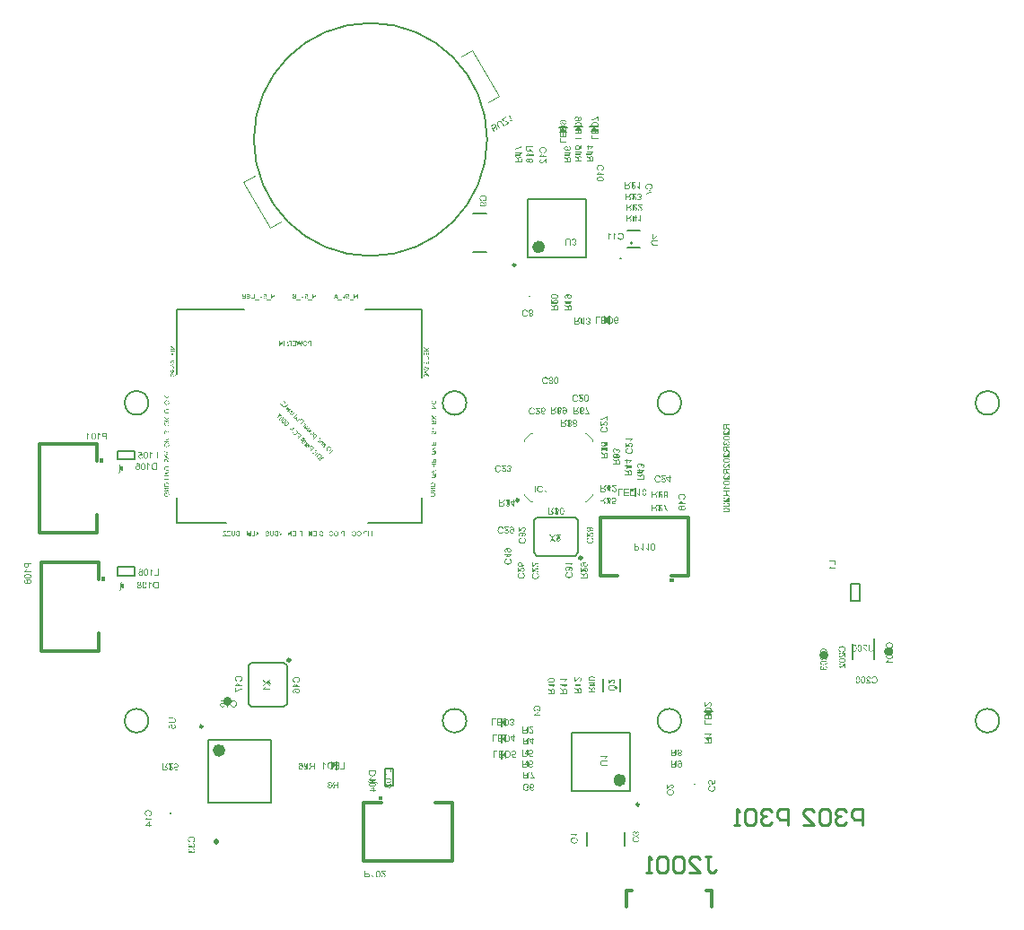
<source format=gbo>
G04 Layer_Color=32896*
%FSLAX42Y42*%
%MOMM*%
G71*
G01*
G75*
%ADD24C,0.25*%
%ADD28C,0.13*%
%ADD44C,0.15*%
%ADD82C,0.20*%
%ADD83C,0.10*%
%ADD84C,0.20*%
%ADD86R,0.15X0.60*%
%ADD87R,0.60X0.15*%
%ADD154C,0.25*%
%ADD155C,0.60*%
%ADD156C,0.30*%
%ADD157C,0.10*%
%ADD158C,0.76*%
%ADD159C,0.51*%
G36*
X11628Y9058D02*
X11626Y9057D01*
X11625Y9057D01*
X11624Y9056D01*
X11622Y9056D01*
X11621Y9055D01*
X11620Y9055D01*
X11619Y9054D01*
X11619Y9054D01*
X11618Y9053D01*
X11617Y9053D01*
X11617Y9052D01*
X11616Y9052D01*
X11616Y9051D01*
X11616Y9051D01*
X11616Y9051D01*
X11616Y9051D01*
X11615Y9050D01*
X11614Y9049D01*
X11614Y9048D01*
X11613Y9047D01*
X11612Y9045D01*
X11612Y9043D01*
X11612Y9042D01*
X11612Y9041D01*
X11612Y9041D01*
X11612Y9040D01*
X11611Y9039D01*
Y9039D01*
Y9039D01*
Y9039D01*
X11612Y9037D01*
X11612Y9035D01*
X11612Y9033D01*
X11613Y9031D01*
X11614Y9030D01*
X11614Y9029D01*
X11614Y9029D01*
X11614Y9028D01*
X11614Y9028D01*
X11614Y9028D01*
Y9028D01*
X11616Y9026D01*
X11617Y9025D01*
X11619Y9023D01*
X11620Y9022D01*
X11621Y9021D01*
X11622Y9021D01*
X11623Y9021D01*
X11623Y9021D01*
X11623Y9021D01*
X11623Y9020D01*
X11624D01*
X11626Y9020D01*
X11628Y9019D01*
X11631Y9019D01*
X11633Y9018D01*
X11634Y9018D01*
X11635D01*
X11636Y9018D01*
X11636Y9018D01*
X11638D01*
X11640Y9018D01*
X11642Y9018D01*
X11644Y9019D01*
X11646Y9019D01*
X11647Y9019D01*
X11648Y9019D01*
X11648Y9020D01*
X11649Y9020D01*
X11649Y9020D01*
X11650Y9020D01*
X11650Y9020D01*
X11650D01*
X11652Y9021D01*
X11654Y9022D01*
X11656Y9023D01*
X11657Y9024D01*
X11658Y9025D01*
X11659Y9026D01*
X11659Y9027D01*
X11659Y9027D01*
X11660Y9027D01*
Y9027D01*
X11660Y9028D01*
X11661Y9029D01*
X11662Y9031D01*
X11662Y9033D01*
X11663Y9035D01*
X11663Y9036D01*
X11663Y9037D01*
X11663Y9038D01*
Y9038D01*
X11663Y9039D01*
Y9039D01*
Y9039D01*
Y9039D01*
X11663Y9042D01*
X11663Y9044D01*
X11662Y9046D01*
X11662Y9047D01*
X11661Y9049D01*
X11661Y9049D01*
X11660Y9049D01*
X11660Y9050D01*
X11660Y9050D01*
X11660Y9050D01*
Y9050D01*
X11659Y9051D01*
X11659Y9052D01*
X11657Y9053D01*
X11655Y9054D01*
X11654Y9055D01*
X11652Y9056D01*
X11651Y9056D01*
X11651Y9056D01*
X11650Y9056D01*
X11650Y9057D01*
X11650Y9057D01*
X11650D01*
X11652Y9065D01*
X11653Y9065D01*
X11655Y9064D01*
X11656Y9063D01*
X11658Y9062D01*
X11659Y9062D01*
X11660Y9061D01*
X11661Y9060D01*
X11662Y9059D01*
X11663Y9059D01*
X11663Y9058D01*
X11664Y9057D01*
X11665Y9057D01*
X11665Y9056D01*
X11665Y9056D01*
X11665Y9056D01*
X11665Y9056D01*
X11666Y9055D01*
X11667Y9053D01*
X11668Y9052D01*
X11668Y9051D01*
X11669Y9049D01*
X11669Y9048D01*
X11670Y9045D01*
X11670Y9044D01*
X11670Y9043D01*
X11670Y9042D01*
X11670Y9041D01*
X11670Y9041D01*
Y9040D01*
Y9040D01*
Y9040D01*
Y9038D01*
X11670Y9037D01*
X11670Y9034D01*
X11669Y9031D01*
X11669Y9030D01*
X11668Y9029D01*
X11668Y9028D01*
X11668Y9027D01*
X11667Y9026D01*
X11667Y9025D01*
X11667Y9025D01*
X11667Y9024D01*
X11667Y9024D01*
X11666Y9024D01*
X11666Y9023D01*
X11665Y9022D01*
X11663Y9019D01*
X11661Y9017D01*
X11659Y9016D01*
X11658Y9015D01*
X11658Y9015D01*
X11657Y9014D01*
X11656Y9014D01*
X11656Y9014D01*
X11655Y9013D01*
X11655Y9013D01*
X11655Y9013D01*
X11654Y9012D01*
X11652Y9012D01*
X11649Y9011D01*
X11646Y9010D01*
X11645Y9010D01*
X11644Y9010D01*
X11642Y9010D01*
X11641Y9010D01*
X11640Y9009D01*
X11639D01*
X11639Y9009D01*
X11638D01*
X11634Y9010D01*
X11631Y9010D01*
X11630Y9010D01*
X11628Y9010D01*
X11627Y9011D01*
X11626Y9011D01*
X11625Y9011D01*
X11624Y9012D01*
X11623Y9012D01*
X11622Y9012D01*
X11621Y9012D01*
X11621Y9013D01*
X11621Y9013D01*
X11621D01*
X11619Y9013D01*
X11618Y9014D01*
X11617Y9015D01*
X11615Y9016D01*
X11614Y9017D01*
X11613Y9017D01*
X11612Y9018D01*
X11612Y9019D01*
X11611Y9020D01*
X11610Y9020D01*
X11610Y9021D01*
X11609Y9022D01*
X11609Y9022D01*
X11609Y9022D01*
X11608Y9023D01*
X11608Y9023D01*
X11608Y9024D01*
X11607Y9025D01*
X11606Y9027D01*
X11606Y9028D01*
X11605Y9031D01*
X11605Y9034D01*
X11605Y9035D01*
X11604Y9036D01*
X11604Y9037D01*
X11604Y9038D01*
X11604Y9039D01*
Y9039D01*
Y9039D01*
Y9040D01*
X11604Y9041D01*
X11604Y9043D01*
X11605Y9045D01*
X11605Y9046D01*
X11605Y9048D01*
X11606Y9049D01*
X11606Y9051D01*
X11607Y9052D01*
X11607Y9053D01*
X11608Y9054D01*
X11608Y9055D01*
X11609Y9055D01*
X11609Y9056D01*
X11609Y9056D01*
X11610Y9056D01*
X11610Y9056D01*
X11611Y9058D01*
X11612Y9059D01*
X11613Y9060D01*
X11614Y9061D01*
X11616Y9062D01*
X11617Y9063D01*
X11618Y9063D01*
X11620Y9064D01*
X11621Y9064D01*
X11622Y9065D01*
X11623Y9065D01*
X11624Y9066D01*
X11625Y9066D01*
X11625Y9066D01*
X11625Y9066D01*
X11626D01*
X11628Y9058D01*
D02*
G37*
G36*
X11670Y9098D02*
X11668Y9097D01*
X11666Y9096D01*
X11665Y9095D01*
X11664Y9094D01*
X11663Y9093D01*
X11662Y9092D01*
X11661Y9091D01*
X11661Y9091D01*
X11661Y9091D01*
X11661Y9091D01*
X11659Y9089D01*
X11658Y9087D01*
X11657Y9085D01*
X11656Y9083D01*
X11655Y9082D01*
X11654Y9081D01*
X11654Y9080D01*
X11654Y9080D01*
X11654Y9080D01*
X11653Y9079D01*
Y9079D01*
X11646D01*
X11646Y9081D01*
X11647Y9082D01*
X11648Y9084D01*
X11648Y9085D01*
X11649Y9086D01*
X11649Y9087D01*
X11650Y9087D01*
X11650Y9087D01*
X11650Y9088D01*
Y9088D01*
X11651Y9089D01*
X11652Y9091D01*
X11653Y9092D01*
X11654Y9093D01*
X11654Y9094D01*
X11655Y9095D01*
X11655Y9095D01*
X11655Y9095D01*
X11605D01*
Y9103D01*
X11670D01*
Y9098D01*
D02*
G37*
G36*
X7231Y12823D02*
X7223D01*
Y12849D01*
X7207D01*
X7204Y12849D01*
X7202Y12850D01*
X7200Y12850D01*
X7198Y12850D01*
X7196Y12851D01*
X7195Y12851D01*
X7193Y12852D01*
X7192Y12852D01*
X7191Y12853D01*
X7190Y12853D01*
X7189Y12854D01*
X7189Y12854D01*
X7188Y12854D01*
X7188Y12855D01*
X7188Y12855D01*
X7188Y12855D01*
X7187Y12856D01*
X7186Y12857D01*
X7185Y12858D01*
X7185Y12860D01*
X7184Y12861D01*
X7184Y12862D01*
X7183Y12864D01*
X7183Y12865D01*
X7183Y12866D01*
X7183Y12867D01*
X7183Y12867D01*
X7183Y12868D01*
Y12868D01*
Y12869D01*
Y12869D01*
X7183Y12871D01*
X7183Y12872D01*
X7183Y12874D01*
X7184Y12875D01*
X7184Y12876D01*
X7184Y12877D01*
X7184Y12877D01*
X7185Y12877D01*
X7185Y12877D01*
Y12878D01*
X7185Y12879D01*
X7186Y12880D01*
X7187Y12881D01*
X7188Y12882D01*
X7189Y12883D01*
X7189Y12883D01*
X7190Y12884D01*
X7190Y12884D01*
X7191Y12884D01*
X7192Y12885D01*
X7194Y12886D01*
X7195Y12886D01*
X7196Y12886D01*
X7197Y12887D01*
X7197Y12887D01*
X7197Y12887D01*
X7198D01*
X7199Y12887D01*
X7201Y12887D01*
X7202Y12887D01*
X7204Y12887D01*
X7205Y12887D01*
X7231D01*
Y12823D01*
D02*
G37*
G36*
X7151Y12886D02*
X7153Y12885D01*
X7154Y12883D01*
X7155Y12882D01*
X7156Y12881D01*
X7157Y12880D01*
X7157Y12879D01*
X7157Y12879D01*
X7157Y12879D01*
X7157Y12879D01*
X7159Y12877D01*
X7161Y12876D01*
X7163Y12875D01*
X7165Y12874D01*
X7167Y12873D01*
X7167Y12872D01*
X7168Y12872D01*
X7168Y12872D01*
X7169Y12872D01*
X7169Y12872D01*
X7169D01*
Y12864D01*
X7168Y12864D01*
X7166Y12865D01*
X7165Y12866D01*
X7163Y12866D01*
X7162Y12867D01*
X7161Y12868D01*
X7161Y12868D01*
X7161Y12868D01*
X7161Y12868D01*
X7161D01*
X7159Y12869D01*
X7158Y12870D01*
X7156Y12871D01*
X7155Y12872D01*
X7154Y12872D01*
X7154Y12873D01*
X7153Y12873D01*
X7153Y12873D01*
Y12823D01*
X7145D01*
Y12888D01*
X7151D01*
X7151Y12886D01*
D02*
G37*
G36*
X12534Y9512D02*
X12533Y9512D01*
X12532Y9511D01*
X12530Y9511D01*
X12529Y9510D01*
X12528Y9510D01*
X12527Y9509D01*
X12526Y9509D01*
X12525Y9508D01*
X12525Y9508D01*
X12524Y9507D01*
X12523Y9507D01*
X12523Y9506D01*
X12523Y9506D01*
X12522Y9506D01*
X12522Y9506D01*
X12522Y9506D01*
X12522Y9505D01*
X12521Y9504D01*
X12520Y9503D01*
X12520Y9502D01*
X12519Y9500D01*
X12519Y9498D01*
X12519Y9497D01*
X12518Y9496D01*
X12518Y9495D01*
X12518Y9495D01*
X12518Y9494D01*
Y9494D01*
Y9494D01*
Y9493D01*
X12518Y9491D01*
X12519Y9489D01*
X12519Y9487D01*
X12520Y9486D01*
X12520Y9484D01*
X12521Y9484D01*
X12521Y9483D01*
X12521Y9483D01*
X12521Y9483D01*
X12521Y9483D01*
Y9483D01*
X12522Y9481D01*
X12524Y9479D01*
X12525Y9478D01*
X12527Y9477D01*
X12528Y9476D01*
X12529Y9476D01*
X12529Y9476D01*
X12530Y9475D01*
X12530Y9475D01*
X12530Y9475D01*
X12530D01*
X12533Y9474D01*
X12535Y9474D01*
X12537Y9473D01*
X12540Y9473D01*
X12541Y9473D01*
X12542D01*
X12542Y9473D01*
X12543Y9473D01*
X12545D01*
X12547Y9473D01*
X12549Y9473D01*
X12551Y9473D01*
X12553Y9474D01*
X12554Y9474D01*
X12555Y9474D01*
X12555Y9474D01*
X12556Y9474D01*
X12556Y9475D01*
X12557Y9475D01*
X12557Y9475D01*
X12557D01*
X12559Y9476D01*
X12561Y9477D01*
X12563Y9478D01*
X12564Y9479D01*
X12565Y9480D01*
X12566Y9481D01*
X12566Y9481D01*
X12566Y9481D01*
X12566Y9482D01*
Y9482D01*
X12567Y9483D01*
X12568Y9484D01*
X12568Y9486D01*
X12569Y9488D01*
X12570Y9490D01*
X12570Y9491D01*
X12570Y9492D01*
X12570Y9492D01*
Y9493D01*
X12570Y9493D01*
Y9494D01*
Y9494D01*
Y9494D01*
X12570Y9496D01*
X12569Y9499D01*
X12569Y9500D01*
X12568Y9502D01*
X12568Y9503D01*
X12567Y9504D01*
X12567Y9504D01*
X12567Y9504D01*
X12567Y9505D01*
X12567Y9505D01*
Y9505D01*
X12566Y9506D01*
X12565Y9506D01*
X12564Y9508D01*
X12562Y9509D01*
X12560Y9510D01*
X12559Y9510D01*
X12558Y9511D01*
X12558Y9511D01*
X12557Y9511D01*
X12557Y9511D01*
X12557Y9511D01*
X12557D01*
X12559Y9520D01*
X12560Y9519D01*
X12562Y9519D01*
X12563Y9518D01*
X12564Y9517D01*
X12566Y9516D01*
X12567Y9516D01*
X12568Y9515D01*
X12569Y9514D01*
X12570Y9513D01*
X12570Y9513D01*
X12571Y9512D01*
X12571Y9512D01*
X12572Y9511D01*
X12572Y9511D01*
X12572Y9511D01*
X12572Y9510D01*
X12573Y9509D01*
X12574Y9508D01*
X12575Y9507D01*
X12575Y9505D01*
X12576Y9504D01*
X12576Y9502D01*
X12577Y9500D01*
X12577Y9499D01*
X12577Y9498D01*
X12577Y9497D01*
X12577Y9496D01*
X12577Y9495D01*
Y9495D01*
Y9494D01*
Y9494D01*
Y9493D01*
X12577Y9491D01*
X12577Y9488D01*
X12576Y9486D01*
X12576Y9484D01*
X12575Y9483D01*
X12575Y9482D01*
X12575Y9481D01*
X12574Y9481D01*
X12574Y9480D01*
X12574Y9479D01*
X12573Y9479D01*
X12573Y9479D01*
X12573Y9479D01*
X12573Y9477D01*
X12572Y9476D01*
X12570Y9474D01*
X12568Y9472D01*
X12566Y9471D01*
X12565Y9470D01*
X12565Y9469D01*
X12564Y9469D01*
X12563Y9469D01*
X12563Y9468D01*
X12562Y9468D01*
X12562Y9468D01*
X12562Y9468D01*
X12561Y9467D01*
X12559Y9467D01*
X12556Y9466D01*
X12553Y9465D01*
X12552Y9465D01*
X12550Y9465D01*
X12549Y9464D01*
X12548Y9464D01*
X12547Y9464D01*
X12546D01*
X12546Y9464D01*
X12545D01*
X12541Y9464D01*
X12538Y9465D01*
X12537Y9465D01*
X12535Y9465D01*
X12534Y9465D01*
X12533Y9466D01*
X12531Y9466D01*
X12530Y9466D01*
X12530Y9467D01*
X12529Y9467D01*
X12528Y9467D01*
X12528Y9467D01*
X12527Y9467D01*
X12527D01*
X12526Y9468D01*
X12525Y9469D01*
X12523Y9470D01*
X12522Y9470D01*
X12521Y9471D01*
X12520Y9472D01*
X12519Y9473D01*
X12518Y9474D01*
X12518Y9474D01*
X12517Y9475D01*
X12516Y9476D01*
X12516Y9476D01*
X12516Y9477D01*
X12515Y9477D01*
X12515Y9477D01*
X12515Y9477D01*
X12514Y9479D01*
X12514Y9480D01*
X12513Y9481D01*
X12513Y9483D01*
X12512Y9486D01*
X12511Y9488D01*
X12511Y9489D01*
X12511Y9491D01*
X12511Y9492D01*
X12511Y9492D01*
X12511Y9493D01*
Y9494D01*
Y9494D01*
Y9494D01*
X12511Y9496D01*
X12511Y9498D01*
X12511Y9499D01*
X12512Y9501D01*
X12512Y9503D01*
X12513Y9504D01*
X12513Y9505D01*
X12514Y9506D01*
X12514Y9507D01*
X12515Y9508D01*
X12515Y9509D01*
X12516Y9510D01*
X12516Y9510D01*
X12516Y9511D01*
X12516Y9511D01*
X12516Y9511D01*
X12517Y9512D01*
X12519Y9514D01*
X12520Y9515D01*
X12521Y9516D01*
X12523Y9516D01*
X12524Y9517D01*
X12525Y9518D01*
X12526Y9519D01*
X12528Y9519D01*
X12529Y9520D01*
X12530Y9520D01*
X12531Y9520D01*
X12531Y9520D01*
X12532Y9521D01*
X12532Y9521D01*
X12532D01*
X12534Y9512D01*
D02*
G37*
G36*
X12208Y9125D02*
X12210Y9125D01*
X12212Y9124D01*
X12213Y9124D01*
X12214Y9123D01*
X12215Y9123D01*
X12215Y9123D01*
X12216Y9123D01*
X12216Y9122D01*
X12216Y9122D01*
X12216D01*
X12217Y9121D01*
X12219Y9120D01*
X12220Y9118D01*
X12220Y9117D01*
X12221Y9115D01*
X12221Y9115D01*
X12221Y9114D01*
X12221Y9114D01*
X12221Y9114D01*
X12222Y9114D01*
Y9113D01*
X12222Y9115D01*
X12223Y9116D01*
X12224Y9117D01*
X12225Y9118D01*
X12226Y9119D01*
X12226Y9120D01*
X12227Y9120D01*
X12227Y9120D01*
X12228Y9121D01*
X12230Y9121D01*
X12231Y9122D01*
X12232Y9122D01*
X12233Y9122D01*
X12234Y9122D01*
X12235D01*
X12236Y9122D01*
X12238Y9122D01*
X12239Y9122D01*
X12240Y9121D01*
X12241Y9121D01*
X12242Y9120D01*
X12243Y9120D01*
X12243Y9120D01*
X12243D01*
X12244Y9119D01*
X12245Y9118D01*
X12246Y9117D01*
X12247Y9116D01*
X12248Y9115D01*
X12249Y9114D01*
X12249Y9114D01*
X12249Y9113D01*
X12249Y9113D01*
Y9113D01*
X12250Y9111D01*
X12250Y9110D01*
X12251Y9108D01*
X12251Y9107D01*
X12251Y9105D01*
Y9105D01*
X12251Y9104D01*
Y9104D01*
Y9104D01*
Y9104D01*
Y9104D01*
X12251Y9102D01*
X12251Y9101D01*
X12251Y9098D01*
X12250Y9096D01*
X12249Y9095D01*
X12249Y9094D01*
X12249Y9094D01*
X12248Y9093D01*
X12248Y9092D01*
X12247Y9092D01*
X12247Y9091D01*
X12247Y9091D01*
X12247Y9091D01*
X12247Y9091D01*
X12246Y9090D01*
X12245Y9089D01*
X12243Y9088D01*
X12241Y9087D01*
X12239Y9086D01*
X12238Y9085D01*
X12237Y9085D01*
X12237Y9085D01*
X12236Y9085D01*
X12235Y9084D01*
X12235Y9084D01*
X12235Y9084D01*
X12235D01*
X12233Y9092D01*
X12235Y9093D01*
X12237Y9093D01*
X12238Y9094D01*
X12240Y9094D01*
X12241Y9095D01*
X12241Y9095D01*
X12242Y9096D01*
X12242Y9096D01*
X12243Y9097D01*
X12243Y9098D01*
X12244Y9100D01*
X12244Y9101D01*
X12245Y9102D01*
X12245Y9103D01*
X12245Y9103D01*
Y9104D01*
Y9104D01*
Y9104D01*
X12245Y9105D01*
X12244Y9107D01*
X12244Y9108D01*
X12243Y9109D01*
X12243Y9110D01*
X12242Y9111D01*
X12242Y9111D01*
X12242Y9111D01*
X12241Y9112D01*
X12239Y9113D01*
X12238Y9113D01*
X12237Y9114D01*
X12236Y9114D01*
X12235Y9114D01*
X12235Y9114D01*
X12235D01*
X12234Y9114D01*
X12233Y9114D01*
X12231Y9114D01*
X12230Y9113D01*
X12229Y9112D01*
X12228Y9111D01*
X12227Y9111D01*
X12227Y9110D01*
X12227Y9110D01*
Y9110D01*
X12226Y9109D01*
X12225Y9107D01*
X12225Y9106D01*
X12224Y9104D01*
X12224Y9103D01*
X12224Y9102D01*
X12224Y9102D01*
Y9101D01*
Y9101D01*
Y9101D01*
Y9101D01*
X12224Y9100D01*
X12224Y9100D01*
Y9100D01*
X12217Y9099D01*
X12217Y9100D01*
X12218Y9101D01*
X12218Y9102D01*
X12218Y9103D01*
X12218Y9104D01*
Y9104D01*
Y9104D01*
Y9105D01*
X12218Y9107D01*
X12217Y9108D01*
X12217Y9110D01*
X12216Y9111D01*
X12216Y9112D01*
X12215Y9113D01*
X12215Y9113D01*
X12215Y9114D01*
X12214Y9114D01*
X12213Y9115D01*
X12212Y9116D01*
X12210Y9116D01*
X12209Y9117D01*
X12208Y9117D01*
X12207Y9117D01*
X12207D01*
X12206Y9117D01*
X12205D01*
X12204Y9117D01*
X12202Y9117D01*
X12200Y9116D01*
X12199Y9115D01*
X12198Y9115D01*
X12197Y9114D01*
X12197Y9114D01*
X12196Y9113D01*
X12196Y9113D01*
X12196Y9113D01*
X12196Y9113D01*
X12195Y9112D01*
X12194Y9110D01*
X12193Y9109D01*
X12193Y9107D01*
X12193Y9106D01*
X12192Y9105D01*
Y9105D01*
X12192Y9104D01*
Y9104D01*
Y9104D01*
Y9104D01*
X12193Y9102D01*
X12193Y9101D01*
X12193Y9099D01*
X12194Y9098D01*
X12194Y9097D01*
X12195Y9096D01*
X12195Y9096D01*
X12195Y9096D01*
X12196Y9095D01*
X12197Y9095D01*
X12198Y9094D01*
X12200Y9093D01*
X12201Y9092D01*
X12203Y9092D01*
X12203Y9092D01*
X12204Y9092D01*
X12204Y9092D01*
X12205Y9091D01*
X12205Y9091D01*
X12205D01*
X12204Y9084D01*
X12202Y9084D01*
X12201Y9084D01*
X12200Y9084D01*
X12199Y9085D01*
X12197Y9085D01*
X12196Y9086D01*
X12195Y9086D01*
X12194Y9087D01*
X12194Y9088D01*
X12193Y9088D01*
X12192Y9089D01*
X12192Y9089D01*
X12191Y9089D01*
X12191Y9090D01*
X12191Y9090D01*
X12191Y9090D01*
X12190Y9091D01*
X12189Y9092D01*
X12189Y9093D01*
X12188Y9094D01*
X12188Y9096D01*
X12187Y9097D01*
X12187Y9099D01*
X12186Y9100D01*
X12186Y9101D01*
X12186Y9102D01*
X12186Y9102D01*
X12186Y9103D01*
Y9104D01*
Y9104D01*
Y9104D01*
X12186Y9106D01*
X12186Y9107D01*
X12186Y9109D01*
X12187Y9110D01*
X12187Y9112D01*
X12188Y9113D01*
X12188Y9114D01*
X12189Y9115D01*
X12189Y9116D01*
X12190Y9117D01*
X12190Y9118D01*
X12191Y9118D01*
X12191Y9119D01*
X12191Y9119D01*
X12192Y9119D01*
X12192Y9119D01*
X12193Y9120D01*
X12194Y9121D01*
X12195Y9122D01*
X12196Y9123D01*
X12198Y9123D01*
X12199Y9124D01*
X12200Y9124D01*
X12201Y9125D01*
X12202Y9125D01*
X12203Y9125D01*
X12204Y9125D01*
X12204Y9125D01*
X12205Y9125D01*
X12206D01*
X12208Y9125D01*
D02*
G37*
G36*
X11303Y10223D02*
X11318D01*
Y10215D01*
X11303D01*
Y10207D01*
X11296D01*
Y10215D01*
X11254D01*
Y10222D01*
X11296Y10251D01*
X11303D01*
Y10223D01*
D02*
G37*
G36*
X12520Y9538D02*
X12521Y9539D01*
X12522Y9539D01*
X12522Y9540D01*
X12523Y9540D01*
X12523Y9541D01*
X12524Y9541D01*
X12524Y9541D01*
X12524Y9542D01*
X12525Y9542D01*
X12525Y9543D01*
X12526Y9543D01*
X12527Y9545D01*
X12529Y9546D01*
X12530Y9548D01*
X12530Y9549D01*
X12531Y9549D01*
X12531Y9550D01*
X12532Y9550D01*
X12532Y9550D01*
X12532Y9550D01*
X12533Y9552D01*
X12534Y9553D01*
X12536Y9554D01*
X12537Y9556D01*
X12538Y9557D01*
X12539Y9558D01*
X12539Y9559D01*
X12540Y9559D01*
X12541Y9560D01*
X12541Y9561D01*
X12542Y9561D01*
X12542Y9562D01*
X12543Y9562D01*
X12543Y9562D01*
X12543Y9562D01*
X12543D01*
X12545Y9564D01*
X12546Y9565D01*
X12547Y9566D01*
X12549Y9566D01*
X12550Y9567D01*
X12550Y9567D01*
X12551Y9568D01*
X12551Y9568D01*
X12552Y9568D01*
X12554Y9569D01*
X12555Y9569D01*
X12556Y9569D01*
X12557Y9569D01*
X12558Y9569D01*
X12559D01*
X12560Y9569D01*
X12561Y9569D01*
X12563Y9569D01*
X12564Y9568D01*
X12566Y9567D01*
X12567Y9567D01*
X12568Y9567D01*
X12569Y9566D01*
X12569Y9566D01*
X12570Y9565D01*
X12570Y9565D01*
X12571Y9564D01*
X12571Y9564D01*
X12571Y9564D01*
X12571Y9564D01*
X12572Y9563D01*
X12573Y9562D01*
X12574Y9560D01*
X12574Y9559D01*
X12575Y9558D01*
X12575Y9557D01*
X12576Y9554D01*
X12576Y9553D01*
X12576Y9552D01*
X12576Y9551D01*
X12576Y9551D01*
X12576Y9550D01*
Y9550D01*
Y9549D01*
Y9549D01*
X12576Y9547D01*
X12576Y9546D01*
X12576Y9544D01*
X12576Y9543D01*
X12575Y9542D01*
X12575Y9541D01*
X12574Y9539D01*
X12574Y9538D01*
X12574Y9538D01*
X12573Y9537D01*
X12573Y9536D01*
X12572Y9536D01*
X12572Y9535D01*
X12572Y9535D01*
X12572Y9535D01*
X12572Y9535D01*
X12571Y9534D01*
X12570Y9533D01*
X12569Y9532D01*
X12567Y9531D01*
X12566Y9531D01*
X12565Y9530D01*
X12563Y9529D01*
X12562Y9529D01*
X12561Y9529D01*
X12560Y9529D01*
X12559Y9529D01*
X12559Y9528D01*
X12558D01*
X12558Y9528D01*
X12558D01*
X12557Y9536D01*
X12559Y9537D01*
X12561Y9537D01*
X12563Y9538D01*
X12564Y9538D01*
X12565Y9539D01*
X12566Y9539D01*
X12566Y9540D01*
X12566Y9540D01*
X12568Y9541D01*
X12568Y9543D01*
X12569Y9544D01*
X12569Y9546D01*
X12570Y9547D01*
X12570Y9548D01*
Y9548D01*
X12570Y9548D01*
Y9549D01*
Y9549D01*
Y9549D01*
X12570Y9551D01*
X12569Y9553D01*
X12569Y9554D01*
X12568Y9555D01*
X12568Y9556D01*
X12567Y9557D01*
X12567Y9558D01*
X12567Y9558D01*
X12565Y9559D01*
X12564Y9560D01*
X12563Y9560D01*
X12562Y9561D01*
X12560Y9561D01*
X12560Y9561D01*
X12559Y9561D01*
X12558D01*
X12557Y9561D01*
X12555Y9561D01*
X12554Y9560D01*
X12552Y9559D01*
X12551Y9559D01*
X12551Y9558D01*
X12550Y9558D01*
X12550Y9558D01*
X12550Y9558D01*
X12549Y9557D01*
X12549Y9557D01*
X12548Y9557D01*
X12547Y9556D01*
X12546Y9555D01*
X12545Y9554D01*
X12543Y9551D01*
X12541Y9549D01*
X12540Y9548D01*
X12539Y9547D01*
X12538Y9546D01*
X12537Y9545D01*
X12537Y9544D01*
X12536Y9544D01*
X12536Y9543D01*
X12536Y9543D01*
X12534Y9541D01*
X12532Y9539D01*
X12530Y9537D01*
X12529Y9536D01*
X12528Y9534D01*
X12527Y9534D01*
X12526Y9533D01*
X12526Y9533D01*
X12526Y9533D01*
X12526Y9533D01*
X12524Y9532D01*
X12523Y9531D01*
X12521Y9530D01*
X12520Y9529D01*
X12519Y9528D01*
X12518Y9528D01*
X12518Y9528D01*
X12518Y9528D01*
X12518Y9528D01*
X12517D01*
X12516Y9527D01*
X12516Y9527D01*
X12515Y9527D01*
X12514Y9527D01*
X12513Y9527D01*
X12512D01*
Y9569D01*
X12520D01*
Y9538D01*
D02*
G37*
G36*
X12209Y9068D02*
X12208Y9067D01*
X12206Y9067D01*
X12205Y9066D01*
X12204Y9066D01*
X12203Y9065D01*
X12202Y9065D01*
X12201Y9064D01*
X12200Y9064D01*
X12200Y9063D01*
X12199Y9063D01*
X12198Y9062D01*
X12198Y9062D01*
X12198Y9062D01*
X12197Y9061D01*
X12197Y9061D01*
X12197Y9061D01*
X12196Y9060D01*
X12196Y9059D01*
X12195Y9058D01*
X12195Y9057D01*
X12194Y9055D01*
X12194Y9053D01*
X12193Y9052D01*
X12193Y9051D01*
X12193Y9051D01*
X12193Y9050D01*
X12193Y9050D01*
Y9049D01*
Y9049D01*
Y9049D01*
X12193Y9047D01*
X12194Y9045D01*
X12194Y9043D01*
X12195Y9041D01*
X12195Y9040D01*
X12195Y9039D01*
X12196Y9039D01*
X12196Y9039D01*
X12196Y9038D01*
X12196Y9038D01*
Y9038D01*
X12197Y9036D01*
X12199Y9035D01*
X12200Y9034D01*
X12202Y9032D01*
X12203Y9032D01*
X12204Y9031D01*
X12204Y9031D01*
X12205Y9031D01*
X12205Y9031D01*
X12205Y9031D01*
X12205D01*
X12207Y9030D01*
X12210Y9029D01*
X12212Y9029D01*
X12215Y9029D01*
X12216Y9028D01*
X12216D01*
X12217Y9028D01*
X12218Y9028D01*
X12219D01*
X12222Y9028D01*
X12224Y9029D01*
X12226Y9029D01*
X12228Y9029D01*
X12229Y9029D01*
X12229Y9030D01*
X12230Y9030D01*
X12231Y9030D01*
X12231Y9030D01*
X12231Y9030D01*
X12232Y9030D01*
X12232D01*
X12234Y9031D01*
X12236Y9032D01*
X12237Y9033D01*
X12239Y9035D01*
X12240Y9036D01*
X12241Y9036D01*
X12241Y9037D01*
X12241Y9037D01*
X12241Y9037D01*
Y9037D01*
X12242Y9038D01*
X12242Y9039D01*
X12243Y9041D01*
X12244Y9043D01*
X12244Y9045D01*
X12244Y9046D01*
X12245Y9047D01*
X12245Y9048D01*
Y9048D01*
X12245Y9049D01*
Y9049D01*
Y9050D01*
Y9050D01*
X12245Y9052D01*
X12244Y9054D01*
X12244Y9056D01*
X12243Y9057D01*
X12243Y9059D01*
X12242Y9059D01*
X12242Y9060D01*
X12242Y9060D01*
X12242Y9060D01*
X12242Y9060D01*
Y9060D01*
X12241Y9061D01*
X12240Y9062D01*
X12239Y9063D01*
X12237Y9064D01*
X12235Y9065D01*
X12234Y9066D01*
X12233Y9066D01*
X12233Y9066D01*
X12232Y9067D01*
X12232Y9067D01*
X12231Y9067D01*
X12231D01*
X12233Y9075D01*
X12235Y9075D01*
X12237Y9074D01*
X12238Y9073D01*
X12239Y9073D01*
X12240Y9072D01*
X12242Y9071D01*
X12243Y9070D01*
X12244Y9070D01*
X12244Y9069D01*
X12245Y9068D01*
X12246Y9068D01*
X12246Y9067D01*
X12247Y9067D01*
X12247Y9066D01*
X12247Y9066D01*
X12247Y9066D01*
X12248Y9065D01*
X12249Y9063D01*
X12249Y9062D01*
X12250Y9061D01*
X12250Y9059D01*
X12251Y9058D01*
X12251Y9055D01*
X12252Y9054D01*
X12252Y9053D01*
X12252Y9052D01*
X12252Y9051D01*
X12252Y9051D01*
Y9050D01*
Y9050D01*
Y9050D01*
Y9048D01*
X12252Y9047D01*
X12251Y9044D01*
X12251Y9041D01*
X12250Y9040D01*
X12250Y9039D01*
X12250Y9038D01*
X12249Y9037D01*
X12249Y9036D01*
X12249Y9035D01*
X12248Y9035D01*
X12248Y9035D01*
X12248Y9034D01*
X12248Y9034D01*
X12247Y9033D01*
X12247Y9032D01*
X12245Y9030D01*
X12243Y9028D01*
X12241Y9026D01*
X12240Y9025D01*
X12239Y9025D01*
X12239Y9024D01*
X12238Y9024D01*
X12238Y9024D01*
X12237Y9023D01*
X12237Y9023D01*
X12237Y9023D01*
X12235Y9023D01*
X12234Y9022D01*
X12231Y9021D01*
X12228Y9020D01*
X12227Y9020D01*
X12225Y9020D01*
X12224Y9020D01*
X12223Y9020D01*
X12222Y9020D01*
X12221D01*
X12220Y9020D01*
X12219D01*
X12216Y9020D01*
X12213Y9020D01*
X12211Y9020D01*
X12210Y9021D01*
X12209Y9021D01*
X12207Y9021D01*
X12206Y9022D01*
X12205Y9022D01*
X12204Y9022D01*
X12204Y9022D01*
X12203Y9023D01*
X12203Y9023D01*
X12202Y9023D01*
X12202D01*
X12201Y9024D01*
X12199Y9024D01*
X12198Y9025D01*
X12197Y9026D01*
X12196Y9027D01*
X12195Y9028D01*
X12194Y9028D01*
X12193Y9029D01*
X12192Y9030D01*
X12192Y9031D01*
X12191Y9031D01*
X12191Y9032D01*
X12190Y9032D01*
X12190Y9033D01*
X12190Y9033D01*
X12190Y9033D01*
X12189Y9034D01*
X12189Y9035D01*
X12188Y9037D01*
X12188Y9038D01*
X12187Y9041D01*
X12186Y9044D01*
X12186Y9045D01*
X12186Y9046D01*
X12186Y9047D01*
X12186Y9048D01*
X12186Y9049D01*
Y9049D01*
Y9050D01*
Y9050D01*
X12186Y9052D01*
X12186Y9053D01*
X12186Y9055D01*
X12187Y9057D01*
X12187Y9058D01*
X12188Y9059D01*
X12188Y9061D01*
X12189Y9062D01*
X12189Y9063D01*
X12190Y9064D01*
X12190Y9065D01*
X12190Y9065D01*
X12191Y9066D01*
X12191Y9066D01*
X12191Y9067D01*
X12191Y9067D01*
X12192Y9068D01*
X12194Y9069D01*
X12195Y9070D01*
X12196Y9071D01*
X12197Y9072D01*
X12199Y9073D01*
X12200Y9073D01*
X12201Y9074D01*
X12202Y9075D01*
X12204Y9075D01*
X12205Y9075D01*
X12205Y9076D01*
X12206Y9076D01*
X12207Y9076D01*
X12207Y9076D01*
X12207D01*
X12209Y9068D01*
D02*
G37*
G36*
X7630Y11481D02*
X7631Y11479D01*
X7633Y11478D01*
X7634Y11476D01*
X7635Y11475D01*
X7636Y11474D01*
X7636Y11474D01*
X7636Y11474D01*
X7636Y11474D01*
X7636Y11474D01*
X7638Y11472D01*
X7640Y11471D01*
X7642Y11469D01*
X7644Y11468D01*
X7646Y11467D01*
X7646Y11467D01*
X7647Y11467D01*
X7647Y11467D01*
X7648Y11466D01*
X7648Y11466D01*
X7648D01*
Y11459D01*
X7647Y11459D01*
X7645Y11460D01*
X7644Y11460D01*
X7642Y11461D01*
X7641Y11462D01*
X7640Y11462D01*
X7640Y11462D01*
X7640Y11463D01*
X7640Y11463D01*
X7640D01*
X7638Y11464D01*
X7637Y11465D01*
X7635Y11466D01*
X7634Y11466D01*
X7633Y11467D01*
X7633Y11468D01*
X7632Y11468D01*
X7632Y11468D01*
Y11418D01*
X7624D01*
Y11482D01*
X7629D01*
X7630Y11481D01*
D02*
G37*
G36*
X7600Y11603D02*
X7603Y11602D01*
X7605Y11602D01*
X7606Y11601D01*
X7607Y11601D01*
X7608Y11600D01*
X7608Y11600D01*
X7609Y11600D01*
X7609Y11600D01*
X7609Y11599D01*
X7609Y11599D01*
X7610Y11599D01*
X7611Y11598D01*
X7613Y11596D01*
X7614Y11594D01*
X7615Y11592D01*
X7615Y11591D01*
X7616Y11590D01*
X7616Y11590D01*
X7616Y11589D01*
X7616Y11589D01*
X7616Y11589D01*
Y11588D01*
X7617Y11587D01*
X7617Y11586D01*
X7618Y11583D01*
X7618Y11580D01*
X7618Y11577D01*
X7619Y11575D01*
Y11574D01*
X7619Y11573D01*
X7619Y11572D01*
Y11571D01*
Y11571D01*
Y11570D01*
Y11570D01*
X7619Y11567D01*
X7619Y11564D01*
X7618Y11561D01*
X7618Y11559D01*
X7617Y11556D01*
X7617Y11554D01*
X7616Y11552D01*
X7616Y11550D01*
X7615Y11549D01*
X7615Y11548D01*
X7614Y11547D01*
X7614Y11546D01*
X7613Y11545D01*
X7613Y11545D01*
X7613Y11544D01*
X7613Y11544D01*
X7611Y11543D01*
X7610Y11542D01*
X7609Y11541D01*
X7608Y11540D01*
X7607Y11540D01*
X7606Y11539D01*
X7604Y11539D01*
X7603Y11538D01*
X7602Y11538D01*
X7601Y11538D01*
X7600Y11538D01*
X7599Y11538D01*
X7599D01*
X7598Y11538D01*
X7598D01*
X7597Y11538D01*
X7595Y11538D01*
X7593Y11538D01*
X7591Y11539D01*
X7590Y11539D01*
X7589Y11540D01*
X7588Y11540D01*
X7588Y11540D01*
X7587Y11541D01*
X7587Y11541D01*
X7587Y11541D01*
X7586Y11541D01*
X7586D01*
X7585Y11543D01*
X7583Y11545D01*
X7582Y11546D01*
X7581Y11548D01*
X7580Y11550D01*
X7580Y11550D01*
X7580Y11551D01*
X7580Y11551D01*
X7579Y11552D01*
X7579Y11552D01*
Y11552D01*
X7579Y11553D01*
X7579Y11555D01*
X7578Y11558D01*
X7578Y11561D01*
X7577Y11564D01*
X7577Y11565D01*
X7577Y11566D01*
Y11567D01*
X7577Y11568D01*
Y11569D01*
Y11570D01*
Y11570D01*
Y11570D01*
Y11572D01*
X7577Y11574D01*
X7577Y11575D01*
X7577Y11577D01*
X7577Y11578D01*
X7578Y11579D01*
X7578Y11580D01*
X7578Y11581D01*
X7578Y11582D01*
X7578Y11583D01*
X7578Y11584D01*
X7578Y11584D01*
X7578Y11585D01*
X7578Y11585D01*
X7579Y11585D01*
Y11585D01*
X7579Y11587D01*
X7580Y11589D01*
X7580Y11591D01*
X7581Y11592D01*
X7582Y11593D01*
X7582Y11594D01*
X7582Y11594D01*
X7582Y11595D01*
X7582Y11595D01*
Y11595D01*
X7583Y11596D01*
X7585Y11597D01*
X7586Y11598D01*
X7587Y11599D01*
X7588Y11600D01*
X7588Y11600D01*
X7589Y11601D01*
X7589Y11601D01*
X7589D01*
X7590Y11602D01*
X7592Y11602D01*
X7593Y11602D01*
X7595Y11603D01*
X7596Y11603D01*
X7597D01*
X7597Y11603D01*
X7599D01*
X7600Y11603D01*
D02*
G37*
G36*
X7586Y11482D02*
X7588Y11482D01*
X7590Y11481D01*
X7592Y11480D01*
X7593Y11480D01*
X7593Y11480D01*
X7594Y11479D01*
X7594Y11479D01*
X7594Y11479D01*
X7595Y11479D01*
X7595Y11479D01*
X7595Y11479D01*
X7597Y11477D01*
X7598Y11475D01*
X7599Y11473D01*
X7600Y11472D01*
X7601Y11470D01*
X7601Y11470D01*
X7601Y11469D01*
X7602Y11468D01*
X7602Y11468D01*
X7602Y11468D01*
Y11468D01*
X7602Y11466D01*
X7603Y11465D01*
X7603Y11462D01*
X7604Y11459D01*
X7604Y11456D01*
X7604Y11455D01*
Y11453D01*
X7604Y11452D01*
X7604Y11451D01*
Y11451D01*
Y11450D01*
Y11450D01*
Y11450D01*
X7604Y11446D01*
X7604Y11443D01*
X7604Y11440D01*
X7603Y11438D01*
X7603Y11435D01*
X7602Y11433D01*
X7602Y11431D01*
X7601Y11430D01*
X7600Y11428D01*
X7600Y11427D01*
X7599Y11426D01*
X7599Y11425D01*
X7599Y11424D01*
X7598Y11424D01*
X7598Y11424D01*
X7598Y11423D01*
X7597Y11422D01*
X7596Y11421D01*
X7595Y11420D01*
X7593Y11420D01*
X7592Y11419D01*
X7591Y11418D01*
X7590Y11418D01*
X7589Y11418D01*
X7588Y11417D01*
X7587Y11417D01*
X7586Y11417D01*
X7585Y11417D01*
X7584D01*
X7584Y11417D01*
X7583D01*
X7582Y11417D01*
X7581Y11417D01*
X7579Y11417D01*
X7577Y11418D01*
X7575Y11419D01*
X7574Y11419D01*
X7574Y11419D01*
X7573Y11420D01*
X7573Y11420D01*
X7572Y11420D01*
X7572Y11420D01*
X7572Y11421D01*
X7572D01*
X7570Y11422D01*
X7569Y11424D01*
X7568Y11426D01*
X7567Y11427D01*
X7566Y11429D01*
X7565Y11430D01*
X7565Y11430D01*
X7565Y11431D01*
X7565Y11431D01*
X7565Y11431D01*
Y11431D01*
X7564Y11433D01*
X7564Y11434D01*
X7563Y11437D01*
X7563Y11440D01*
X7563Y11443D01*
X7563Y11444D01*
X7563Y11446D01*
Y11447D01*
X7562Y11448D01*
Y11448D01*
Y11449D01*
Y11449D01*
Y11450D01*
Y11451D01*
X7563Y11453D01*
X7563Y11454D01*
X7563Y11456D01*
X7563Y11457D01*
X7563Y11458D01*
X7563Y11460D01*
X7563Y11461D01*
X7563Y11462D01*
X7563Y11462D01*
X7564Y11463D01*
X7564Y11464D01*
X7564Y11464D01*
X7564Y11464D01*
X7564Y11465D01*
Y11465D01*
X7565Y11467D01*
X7565Y11469D01*
X7566Y11470D01*
X7566Y11472D01*
X7567Y11473D01*
X7567Y11474D01*
X7568Y11474D01*
X7568Y11474D01*
X7568Y11474D01*
Y11474D01*
X7569Y11476D01*
X7570Y11477D01*
X7571Y11478D01*
X7572Y11479D01*
X7573Y11479D01*
X7574Y11480D01*
X7574Y11480D01*
X7574Y11480D01*
X7574D01*
X7576Y11481D01*
X7577Y11481D01*
X7579Y11482D01*
X7580Y11482D01*
X7582Y11482D01*
X7582D01*
X7583Y11482D01*
X7585D01*
X7586Y11482D01*
D02*
G37*
G36*
X7715Y11418D02*
X7692D01*
X7690Y11418D01*
X7688Y11418D01*
X7687Y11418D01*
X7685Y11419D01*
X7684Y11419D01*
X7683Y11419D01*
X7683Y11419D01*
X7683Y11419D01*
X7682D01*
X7682Y11419D01*
X7682D01*
X7681Y11419D01*
X7679Y11420D01*
X7678Y11421D01*
X7677Y11421D01*
X7676Y11421D01*
X7675Y11422D01*
X7675Y11422D01*
X7674Y11422D01*
X7673Y11423D01*
X7672Y11424D01*
X7671Y11425D01*
X7670Y11426D01*
X7670Y11427D01*
X7669Y11427D01*
X7669Y11428D01*
X7669Y11428D01*
X7668Y11429D01*
X7667Y11431D01*
X7666Y11433D01*
X7665Y11434D01*
X7665Y11435D01*
X7665Y11436D01*
X7665Y11436D01*
X7664Y11437D01*
X7664Y11437D01*
X7664Y11437D01*
Y11437D01*
X7664Y11440D01*
X7663Y11442D01*
X7663Y11444D01*
X7663Y11446D01*
X7663Y11447D01*
X7663Y11448D01*
Y11448D01*
X7662Y11449D01*
Y11450D01*
Y11450D01*
Y11450D01*
Y11450D01*
X7663Y11453D01*
X7663Y11456D01*
X7663Y11458D01*
X7663Y11459D01*
X7664Y11460D01*
X7664Y11461D01*
X7664Y11462D01*
X7664Y11463D01*
X7664Y11464D01*
X7665Y11464D01*
X7665Y11465D01*
X7665Y11465D01*
X7665Y11465D01*
Y11466D01*
X7666Y11468D01*
X7667Y11470D01*
X7669Y11472D01*
X7670Y11474D01*
X7670Y11474D01*
X7671Y11475D01*
X7671Y11475D01*
X7672Y11476D01*
X7672Y11476D01*
X7672Y11476D01*
X7673Y11476D01*
X7673Y11476D01*
X7674Y11478D01*
X7676Y11479D01*
X7677Y11479D01*
X7679Y11480D01*
X7680Y11480D01*
X7681Y11481D01*
X7681Y11481D01*
X7681Y11481D01*
X7682Y11481D01*
X7682Y11481D01*
X7682D01*
X7684Y11481D01*
X7685Y11482D01*
X7687Y11482D01*
X7689Y11482D01*
X7691D01*
X7692Y11482D01*
X7715D01*
Y11418D01*
D02*
G37*
G36*
Y11539D02*
X7675D01*
Y11546D01*
X7707D01*
Y11603D01*
X7715D01*
Y11539D01*
D02*
G37*
G36*
X7107Y12887D02*
X7109Y12887D01*
X7111Y12886D01*
X7113Y12886D01*
X7114Y12885D01*
X7114Y12885D01*
X7115Y12885D01*
X7115Y12884D01*
X7116Y12884D01*
X7116Y12884D01*
X7116Y12884D01*
X7116Y12884D01*
X7118Y12882D01*
X7119Y12881D01*
X7120Y12879D01*
X7121Y12877D01*
X7122Y12876D01*
X7122Y12875D01*
X7123Y12874D01*
X7123Y12874D01*
X7123Y12873D01*
X7123Y12873D01*
Y12873D01*
X7123Y12872D01*
X7124Y12870D01*
X7124Y12867D01*
X7125Y12864D01*
X7125Y12861D01*
X7125Y12860D01*
Y12859D01*
X7125Y12858D01*
X7125Y12857D01*
Y12856D01*
Y12855D01*
Y12855D01*
Y12855D01*
X7125Y12852D01*
X7125Y12849D01*
X7125Y12846D01*
X7124Y12843D01*
X7124Y12841D01*
X7123Y12839D01*
X7123Y12837D01*
X7122Y12835D01*
X7122Y12834D01*
X7121Y12832D01*
X7120Y12831D01*
X7120Y12830D01*
X7120Y12830D01*
X7119Y12829D01*
X7119Y12829D01*
X7119Y12829D01*
X7118Y12828D01*
X7117Y12827D01*
X7116Y12826D01*
X7115Y12825D01*
X7113Y12824D01*
X7112Y12824D01*
X7111Y12823D01*
X7110Y12823D01*
X7109Y12823D01*
X7108Y12823D01*
X7107Y12822D01*
X7106Y12822D01*
X7105D01*
X7105Y12822D01*
X7104D01*
X7103Y12822D01*
X7102Y12822D01*
X7100Y12823D01*
X7098Y12823D01*
X7096Y12824D01*
X7095Y12824D01*
X7095Y12825D01*
X7094Y12825D01*
X7094Y12825D01*
X7093Y12826D01*
X7093Y12826D01*
X7093Y12826D01*
X7093D01*
X7091Y12827D01*
X7090Y12829D01*
X7089Y12831D01*
X7088Y12833D01*
X7087Y12834D01*
X7087Y12835D01*
X7086Y12835D01*
X7086Y12836D01*
X7086Y12836D01*
X7086Y12837D01*
Y12837D01*
X7085Y12838D01*
X7085Y12839D01*
X7085Y12842D01*
X7084Y12845D01*
X7084Y12848D01*
X7084Y12850D01*
X7084Y12851D01*
Y12852D01*
X7084Y12853D01*
Y12854D01*
Y12854D01*
Y12855D01*
Y12855D01*
Y12857D01*
X7084Y12858D01*
X7084Y12860D01*
X7084Y12861D01*
X7084Y12863D01*
X7084Y12864D01*
X7084Y12865D01*
X7084Y12866D01*
X7084Y12867D01*
X7085Y12868D01*
X7085Y12868D01*
X7085Y12869D01*
X7085Y12869D01*
X7085Y12870D01*
X7085Y12870D01*
Y12870D01*
X7086Y12872D01*
X7086Y12874D01*
X7087Y12875D01*
X7088Y12877D01*
X7088Y12878D01*
X7089Y12879D01*
X7089Y12879D01*
X7089Y12879D01*
X7089Y12879D01*
Y12880D01*
X7090Y12881D01*
X7091Y12882D01*
X7092Y12883D01*
X7093Y12884D01*
X7094Y12885D01*
X7095Y12885D01*
X7095Y12885D01*
X7095Y12886D01*
X7095D01*
X7097Y12886D01*
X7098Y12887D01*
X7100Y12887D01*
X7101Y12887D01*
X7103Y12888D01*
X7103D01*
X7104Y12888D01*
X7106D01*
X7107Y12887D01*
D02*
G37*
G36*
X7078Y12846D02*
Y12839D01*
X7050D01*
Y12823D01*
X7043D01*
Y12839D01*
X7034D01*
Y12846D01*
X7043D01*
Y12887D01*
X7049D01*
X7078Y12846D01*
D02*
G37*
G36*
X7548Y11603D02*
X7550Y11603D01*
X7552Y11602D01*
X7553Y11602D01*
X7555Y11601D01*
X7556Y11601D01*
X7557Y11600D01*
X7558Y11599D01*
X7559Y11599D01*
X7560Y11598D01*
X7561Y11597D01*
X7562Y11597D01*
X7562Y11596D01*
X7562Y11596D01*
X7563Y11596D01*
X7563Y11596D01*
X7564Y11594D01*
X7565Y11592D01*
X7566Y11590D01*
X7567Y11588D01*
X7567Y11586D01*
X7568Y11583D01*
X7568Y11581D01*
X7569Y11579D01*
X7569Y11577D01*
X7569Y11575D01*
X7569Y11573D01*
X7569Y11572D01*
Y11570D01*
X7569Y11570D01*
Y11569D01*
Y11569D01*
Y11569D01*
Y11569D01*
Y11569D01*
X7569Y11566D01*
X7569Y11563D01*
X7569Y11560D01*
X7568Y11558D01*
X7568Y11556D01*
X7568Y11554D01*
X7567Y11552D01*
X7566Y11550D01*
X7566Y11549D01*
X7565Y11548D01*
X7565Y11547D01*
X7564Y11546D01*
X7564Y11545D01*
X7564Y11545D01*
X7563Y11545D01*
X7563Y11545D01*
X7562Y11543D01*
X7561Y11542D01*
X7559Y11541D01*
X7558Y11541D01*
X7557Y11540D01*
X7555Y11539D01*
X7554Y11539D01*
X7553Y11538D01*
X7552Y11538D01*
X7551Y11538D01*
X7550Y11538D01*
X7549Y11538D01*
X7548D01*
X7548Y11538D01*
X7547D01*
X7545Y11538D01*
X7543Y11538D01*
X7541Y11538D01*
X7540Y11539D01*
X7539Y11539D01*
X7538Y11540D01*
X7538Y11540D01*
X7537Y11540D01*
X7537Y11540D01*
X7537Y11540D01*
X7537D01*
X7535Y11541D01*
X7534Y11543D01*
X7533Y11544D01*
X7532Y11545D01*
X7531Y11546D01*
X7530Y11547D01*
X7530Y11548D01*
X7530Y11548D01*
X7530Y11548D01*
Y11548D01*
X7529Y11550D01*
X7528Y11552D01*
X7528Y11554D01*
X7527Y11556D01*
X7527Y11557D01*
X7527Y11558D01*
X7527Y11558D01*
Y11559D01*
Y11559D01*
Y11559D01*
Y11559D01*
X7527Y11561D01*
X7527Y11563D01*
X7528Y11564D01*
X7528Y11566D01*
X7528Y11567D01*
X7529Y11568D01*
X7529Y11569D01*
X7530Y11570D01*
X7530Y11571D01*
X7531Y11572D01*
X7531Y11573D01*
X7532Y11573D01*
X7532Y11574D01*
X7532Y11574D01*
X7533Y11574D01*
X7533Y11574D01*
X7534Y11575D01*
X7535Y11576D01*
X7536Y11577D01*
X7537Y11578D01*
X7538Y11578D01*
X7539Y11579D01*
X7540Y11579D01*
X7541Y11579D01*
X7542Y11580D01*
X7543Y11580D01*
X7544Y11580D01*
X7545Y11580D01*
X7545Y11580D01*
X7546D01*
X7548Y11580D01*
X7549Y11580D01*
X7551Y11580D01*
X7552Y11579D01*
X7553Y11579D01*
X7554Y11578D01*
X7554Y11578D01*
X7555Y11578D01*
X7555Y11578D01*
X7555D01*
X7556Y11577D01*
X7558Y11576D01*
X7559Y11575D01*
X7560Y11574D01*
X7561Y11573D01*
X7561Y11572D01*
X7561Y11572D01*
X7562Y11572D01*
Y11573D01*
X7562Y11575D01*
X7561Y11577D01*
X7561Y11578D01*
X7561Y11579D01*
X7561Y11581D01*
X7561Y11582D01*
X7561Y11583D01*
X7560Y11584D01*
X7560Y11584D01*
X7560Y11585D01*
X7560Y11586D01*
X7560Y11586D01*
X7560Y11586D01*
X7559Y11586D01*
Y11586D01*
X7559Y11588D01*
X7558Y11590D01*
X7557Y11591D01*
X7556Y11592D01*
X7555Y11593D01*
X7554Y11594D01*
X7554Y11594D01*
X7554Y11594D01*
X7552Y11595D01*
X7551Y11596D01*
X7550Y11596D01*
X7549Y11596D01*
X7548Y11596D01*
X7548Y11596D01*
X7547D01*
X7545Y11596D01*
X7544Y11596D01*
X7542Y11595D01*
X7541Y11595D01*
X7540Y11594D01*
X7540Y11594D01*
X7539Y11593D01*
X7539Y11593D01*
X7538Y11592D01*
X7538Y11591D01*
X7537Y11590D01*
X7537Y11589D01*
X7536Y11588D01*
X7536Y11587D01*
X7536Y11587D01*
Y11587D01*
X7536Y11587D01*
Y11586D01*
X7528Y11587D01*
X7528Y11588D01*
X7529Y11590D01*
X7530Y11592D01*
X7530Y11593D01*
X7530Y11594D01*
X7531Y11595D01*
X7531Y11596D01*
X7532Y11596D01*
X7532Y11597D01*
X7533Y11597D01*
X7533Y11598D01*
X7534Y11598D01*
X7534Y11599D01*
X7534Y11599D01*
X7534Y11599D01*
X7535Y11599D01*
X7536Y11600D01*
X7537Y11601D01*
X7538Y11601D01*
X7540Y11602D01*
X7542Y11602D01*
X7543Y11603D01*
X7544Y11603D01*
X7545Y11603D01*
X7545Y11603D01*
X7546Y11603D01*
X7546D01*
X7548Y11603D01*
D02*
G37*
G36*
X7645Y11601D02*
X7646Y11600D01*
X7647Y11598D01*
X7648Y11597D01*
X7649Y11596D01*
X7650Y11595D01*
X7651Y11595D01*
X7651Y11595D01*
X7651Y11594D01*
X7651Y11594D01*
X7653Y11593D01*
X7655Y11591D01*
X7657Y11590D01*
X7659Y11589D01*
X7660Y11588D01*
X7661Y11588D01*
X7661Y11587D01*
X7662Y11587D01*
X7662Y11587D01*
X7662Y11587D01*
X7663D01*
Y11579D01*
X7661Y11580D01*
X7660Y11580D01*
X7658Y11581D01*
X7657Y11582D01*
X7656Y11582D01*
X7655Y11583D01*
X7655Y11583D01*
X7654Y11583D01*
X7654Y11583D01*
X7654D01*
X7653Y11584D01*
X7651Y11585D01*
X7650Y11586D01*
X7649Y11587D01*
X7648Y11588D01*
X7647Y11588D01*
X7647Y11589D01*
X7647Y11589D01*
Y11539D01*
X7639D01*
Y11603D01*
X7644D01*
X7645Y11601D01*
D02*
G37*
G36*
X11887Y15304D02*
X11890Y15304D01*
X11893Y15303D01*
X11895Y15303D01*
X11898Y15303D01*
X11900Y15302D01*
X11902Y15301D01*
X11903Y15301D01*
X11905Y15300D01*
X11906Y15300D01*
X11907Y15299D01*
X11908Y15299D01*
X11909Y15298D01*
X11909Y15298D01*
X11910Y15298D01*
X11910Y15298D01*
X11911Y15297D01*
X11912Y15296D01*
X11913Y15294D01*
X11913Y15293D01*
X11914Y15292D01*
X11915Y15291D01*
X11915Y15290D01*
X11915Y15288D01*
X11916Y15287D01*
X11916Y15286D01*
X11916Y15286D01*
X11916Y15285D01*
Y15284D01*
X11916Y15284D01*
Y15283D01*
Y15283D01*
X11916Y15282D01*
X11916Y15281D01*
X11916Y15279D01*
X11915Y15277D01*
X11914Y15275D01*
X11914Y15274D01*
X11914Y15274D01*
X11913Y15273D01*
X11913Y15273D01*
X11913Y15272D01*
X11913Y15272D01*
X11912Y15272D01*
Y15272D01*
X11911Y15270D01*
X11909Y15269D01*
X11907Y15267D01*
X11906Y15266D01*
X11904Y15266D01*
X11904Y15265D01*
X11903Y15265D01*
X11902Y15265D01*
X11902Y15265D01*
X11902Y15265D01*
X11902D01*
X11900Y15264D01*
X11899Y15264D01*
X11896Y15263D01*
X11893Y15263D01*
X11890Y15263D01*
X11889Y15263D01*
X11887Y15262D01*
X11886D01*
X11885Y15262D01*
X11882D01*
X11880Y15262D01*
X11879Y15263D01*
X11877Y15263D01*
X11876Y15263D01*
X11875Y15263D01*
X11873Y15263D01*
X11872Y15263D01*
X11872Y15263D01*
X11871Y15263D01*
X11870Y15264D01*
X11869Y15264D01*
X11869Y15264D01*
X11869Y15264D01*
X11869Y15264D01*
X11868D01*
X11866Y15264D01*
X11865Y15265D01*
X11863Y15266D01*
X11862Y15266D01*
X11860Y15267D01*
X11860Y15267D01*
X11859Y15268D01*
X11859Y15268D01*
X11859Y15268D01*
X11859D01*
X11857Y15269D01*
X11856Y15270D01*
X11855Y15271D01*
X11854Y15272D01*
X11854Y15273D01*
X11853Y15274D01*
X11853Y15274D01*
X11853Y15274D01*
Y15274D01*
X11852Y15276D01*
X11852Y15277D01*
X11851Y15279D01*
X11851Y15280D01*
X11851Y15281D01*
Y15282D01*
X11851Y15282D01*
Y15283D01*
Y15283D01*
Y15283D01*
Y15283D01*
Y15285D01*
X11851Y15286D01*
X11851Y15288D01*
X11852Y15290D01*
X11853Y15292D01*
X11853Y15292D01*
X11853Y15293D01*
X11854Y15294D01*
X11854Y15294D01*
X11854Y15294D01*
X11854Y15295D01*
X11854Y15295D01*
X11855Y15295D01*
X11856Y15296D01*
X11858Y15298D01*
X11860Y15299D01*
X11861Y15300D01*
X11863Y15301D01*
X11864Y15301D01*
X11864Y15301D01*
X11865Y15301D01*
X11865Y15302D01*
X11865Y15302D01*
X11865D01*
X11867Y15302D01*
X11868Y15302D01*
X11871Y15303D01*
X11874Y15303D01*
X11877Y15304D01*
X11878Y15304D01*
X11880D01*
X11881Y15304D01*
X11882Y15304D01*
X11884D01*
X11887Y15304D01*
D02*
G37*
G36*
X11874Y15346D02*
X11873Y15345D01*
X11873Y15344D01*
X11872Y15342D01*
X11871Y15341D01*
X11871Y15340D01*
X11871Y15340D01*
X11871Y15340D01*
X11870Y15340D01*
Y15340D01*
X11869Y15338D01*
X11868Y15336D01*
X11868Y15335D01*
X11867Y15334D01*
X11866Y15333D01*
X11865Y15333D01*
X11865Y15332D01*
X11865Y15332D01*
X11915D01*
Y15324D01*
X11851D01*
Y15329D01*
X11852Y15330D01*
X11854Y15331D01*
X11855Y15332D01*
X11857Y15334D01*
X11858Y15335D01*
X11859Y15335D01*
X11859Y15336D01*
X11859Y15336D01*
X11859Y15336D01*
X11859Y15336D01*
X11861Y15338D01*
X11862Y15340D01*
X11864Y15342D01*
X11865Y15344D01*
X11866Y15345D01*
X11866Y15346D01*
X11866Y15347D01*
X11867Y15347D01*
X11867Y15347D01*
X11867Y15348D01*
Y15348D01*
X11875D01*
X11874Y15346D01*
D02*
G37*
G36*
X10769Y15067D02*
X10771Y15067D01*
X10772Y15066D01*
X10774Y15066D01*
X10775Y15066D01*
X10776Y15065D01*
X10778Y15065D01*
X10779Y15064D01*
X10780Y15064D01*
X10780Y15063D01*
X10781Y15063D01*
X10782Y15062D01*
X10782Y15062D01*
X10782Y15062D01*
X10783Y15061D01*
X10783Y15061D01*
X10784Y15060D01*
X10785Y15059D01*
X10785Y15058D01*
X10786Y15057D01*
X10787Y15056D01*
X10787Y15055D01*
X10787Y15054D01*
X10788Y15053D01*
X10788Y15052D01*
X10788Y15051D01*
X10788Y15050D01*
X10788Y15049D01*
X10788Y15049D01*
Y15048D01*
Y15048D01*
Y15048D01*
X10788Y15046D01*
X10788Y15044D01*
X10788Y15043D01*
X10787Y15042D01*
X10787Y15041D01*
X10786Y15040D01*
X10786Y15039D01*
X10786Y15039D01*
X10786Y15039D01*
Y15039D01*
X10785Y15038D01*
X10784Y15036D01*
X10783Y15035D01*
X10782Y15034D01*
X10781Y15034D01*
X10781Y15033D01*
X10780Y15033D01*
X10780Y15033D01*
X10782D01*
X10783Y15033D01*
X10785Y15033D01*
X10787Y15033D01*
X10788Y15033D01*
X10790Y15033D01*
X10790Y15033D01*
X10790Y15034D01*
X10791Y15034D01*
X10791D01*
X10791Y15034D01*
X10791D01*
X10793Y15034D01*
X10794Y15035D01*
X10796Y15035D01*
X10797Y15036D01*
X10798Y15036D01*
X10798Y15036D01*
X10799Y15037D01*
X10799Y15037D01*
X10800Y15037D01*
X10801Y15038D01*
X10801Y15039D01*
X10802Y15040D01*
X10803Y15040D01*
X10803Y15041D01*
X10803Y15041D01*
X10803Y15041D01*
X10804Y15042D01*
X10804Y15043D01*
X10804Y15044D01*
X10805Y15045D01*
X10805Y15046D01*
X10805Y15047D01*
Y15047D01*
Y15047D01*
Y15047D01*
X10805Y15049D01*
X10804Y15050D01*
X10804Y15052D01*
X10804Y15053D01*
X10803Y15053D01*
X10803Y15054D01*
X10803Y15054D01*
X10802Y15054D01*
X10801Y15055D01*
X10800Y15056D01*
X10799Y15057D01*
X10798Y15057D01*
X10797Y15058D01*
X10796Y15058D01*
X10795Y15058D01*
X10795D01*
X10795Y15058D01*
X10795D01*
X10795Y15066D01*
X10797Y15065D01*
X10798Y15065D01*
X10799Y15065D01*
X10800Y15064D01*
X10801Y15064D01*
X10802Y15063D01*
X10803Y15063D01*
X10804Y15062D01*
X10805Y15062D01*
X10805Y15062D01*
X10806Y15061D01*
X10806Y15061D01*
X10807Y15060D01*
X10807Y15060D01*
X10807Y15060D01*
X10807Y15060D01*
X10808Y15059D01*
X10808Y15058D01*
X10809Y15057D01*
X10810Y15056D01*
X10810Y15054D01*
X10811Y15052D01*
X10811Y15051D01*
X10811Y15050D01*
X10811Y15050D01*
X10811Y15049D01*
X10811Y15048D01*
Y15048D01*
Y15048D01*
Y15048D01*
X10811Y15046D01*
X10811Y15045D01*
X10811Y15043D01*
X10810Y15041D01*
X10809Y15039D01*
X10809Y15038D01*
X10809Y15037D01*
X10808Y15037D01*
X10808Y15036D01*
X10808Y15036D01*
X10808Y15036D01*
X10808Y15035D01*
Y15035D01*
X10806Y15033D01*
X10804Y15032D01*
X10802Y15030D01*
X10801Y15029D01*
X10799Y15028D01*
X10798Y15028D01*
X10798Y15028D01*
X10797Y15028D01*
X10797Y15027D01*
X10797Y15027D01*
X10796D01*
X10795Y15027D01*
X10794Y15026D01*
X10790Y15026D01*
X10787Y15025D01*
X10785Y15025D01*
X10784Y15025D01*
X10782Y15025D01*
X10781Y15025D01*
X10780Y15025D01*
X10779Y15025D01*
X10775D01*
X10773Y15025D01*
X10771Y15025D01*
X10769Y15025D01*
X10768Y15025D01*
X10766Y15026D01*
X10765Y15026D01*
X10764Y15026D01*
X10762Y15026D01*
X10762Y15027D01*
X10761Y15027D01*
X10760Y15027D01*
X10760Y15027D01*
X10759Y15027D01*
X10759Y15027D01*
X10759D01*
X10757Y15029D01*
X10755Y15030D01*
X10753Y15031D01*
X10752Y15032D01*
X10751Y15034D01*
X10750Y15034D01*
X10750Y15035D01*
X10750Y15035D01*
X10749Y15035D01*
Y15035D01*
X10748Y15037D01*
X10747Y15039D01*
X10747Y15041D01*
X10746Y15043D01*
X10746Y15044D01*
X10746Y15045D01*
Y15046D01*
X10746Y15046D01*
Y15046D01*
Y15047D01*
Y15047D01*
X10746Y15048D01*
X10746Y15050D01*
X10747Y15051D01*
X10747Y15053D01*
X10747Y15054D01*
X10748Y15055D01*
X10748Y15056D01*
X10749Y15057D01*
X10750Y15058D01*
X10750Y15059D01*
X10751Y15060D01*
X10751Y15060D01*
X10751Y15061D01*
X10752Y15061D01*
X10752Y15061D01*
X10752Y15061D01*
X10753Y15062D01*
X10754Y15063D01*
X10756Y15064D01*
X10757Y15064D01*
X10758Y15065D01*
X10760Y15065D01*
X10762Y15066D01*
X10763Y15066D01*
X10764Y15066D01*
X10765Y15067D01*
X10766Y15067D01*
X10767Y15067D01*
X10768D01*
X10769Y15067D01*
D02*
G37*
G36*
X10781Y15131D02*
X10784Y15130D01*
X10786Y15130D01*
X10787Y15130D01*
X10788Y15129D01*
X10790Y15129D01*
X10791Y15129D01*
X10792Y15129D01*
X10793Y15128D01*
X10793Y15128D01*
X10794Y15128D01*
X10795Y15128D01*
X10795Y15127D01*
X10795D01*
X10796Y15127D01*
X10798Y15126D01*
X10799Y15125D01*
X10800Y15124D01*
X10801Y15124D01*
X10802Y15123D01*
X10803Y15122D01*
X10804Y15121D01*
X10805Y15120D01*
X10805Y15120D01*
X10806Y15119D01*
X10806Y15119D01*
X10807Y15118D01*
X10807Y15118D01*
X10807Y15118D01*
X10807Y15118D01*
X10808Y15116D01*
X10808Y15115D01*
X10809Y15114D01*
X10810Y15112D01*
X10810Y15109D01*
X10811Y15107D01*
X10811Y15105D01*
X10811Y15104D01*
X10811Y15103D01*
X10811Y15102D01*
X10811Y15102D01*
Y15101D01*
Y15101D01*
Y15101D01*
X10811Y15099D01*
X10811Y15097D01*
X10811Y15095D01*
X10810Y15094D01*
X10810Y15092D01*
X10810Y15091D01*
X10809Y15090D01*
X10809Y15088D01*
X10808Y15087D01*
X10808Y15086D01*
X10807Y15086D01*
X10807Y15085D01*
X10806Y15084D01*
X10806Y15084D01*
X10806Y15084D01*
X10806Y15084D01*
X10805Y15082D01*
X10804Y15081D01*
X10802Y15080D01*
X10801Y15079D01*
X10800Y15078D01*
X10798Y15078D01*
X10797Y15077D01*
X10796Y15076D01*
X10795Y15076D01*
X10794Y15075D01*
X10793Y15075D01*
X10792Y15075D01*
X10791Y15074D01*
X10790Y15074D01*
X10790Y15074D01*
X10790D01*
X10788Y15083D01*
X10789Y15083D01*
X10791Y15083D01*
X10792Y15084D01*
X10793Y15084D01*
X10794Y15085D01*
X10795Y15085D01*
X10796Y15086D01*
X10797Y15087D01*
X10798Y15087D01*
X10798Y15088D01*
X10799Y15088D01*
X10799Y15088D01*
X10800Y15089D01*
X10800Y15089D01*
X10800Y15089D01*
X10800Y15089D01*
X10801Y15090D01*
X10801Y15091D01*
X10802Y15092D01*
X10802Y15093D01*
X10803Y15095D01*
X10804Y15097D01*
X10804Y15098D01*
X10804Y15099D01*
X10804Y15100D01*
X10804Y15100D01*
X10804Y15101D01*
Y15101D01*
Y15101D01*
Y15101D01*
X10804Y15104D01*
X10804Y15106D01*
X10803Y15107D01*
X10803Y15109D01*
X10802Y15110D01*
X10802Y15111D01*
X10802Y15111D01*
X10801Y15112D01*
X10801Y15112D01*
X10801Y15112D01*
Y15112D01*
X10800Y15114D01*
X10798Y15116D01*
X10797Y15117D01*
X10795Y15118D01*
X10794Y15119D01*
X10793Y15119D01*
X10793Y15119D01*
X10793Y15119D01*
X10792Y15120D01*
X10792Y15120D01*
X10792D01*
X10790Y15120D01*
X10787Y15121D01*
X10785Y15121D01*
X10783Y15122D01*
X10782Y15122D01*
X10781D01*
X10780Y15122D01*
X10779Y15122D01*
X10778D01*
X10775Y15122D01*
X10773Y15122D01*
X10771Y15121D01*
X10769Y15121D01*
X10768Y15121D01*
X10768Y15121D01*
X10767Y15121D01*
X10766Y15120D01*
X10766Y15120D01*
X10766Y15120D01*
X10766Y15120D01*
X10765D01*
X10763Y15119D01*
X10761Y15118D01*
X10760Y15117D01*
X10758Y15116D01*
X10757Y15115D01*
X10757Y15114D01*
X10756Y15114D01*
X10756Y15113D01*
X10756Y15113D01*
Y15113D01*
X10755Y15112D01*
X10755Y15111D01*
X10754Y15109D01*
X10753Y15107D01*
X10753Y15105D01*
X10753Y15104D01*
X10753Y15103D01*
X10752Y15103D01*
Y15102D01*
X10752Y15101D01*
Y15101D01*
Y15101D01*
Y15101D01*
X10753Y15098D01*
X10753Y15096D01*
X10753Y15094D01*
X10754Y15093D01*
X10755Y15092D01*
X10755Y15091D01*
X10755Y15091D01*
X10755Y15090D01*
X10755Y15090D01*
X10756Y15090D01*
Y15090D01*
X10756Y15089D01*
X10757Y15088D01*
X10759Y15087D01*
X10760Y15086D01*
X10762Y15085D01*
X10763Y15084D01*
X10764Y15084D01*
X10765Y15084D01*
X10765Y15084D01*
X10765Y15084D01*
X10766Y15083D01*
X10766D01*
X10764Y15075D01*
X10762Y15076D01*
X10761Y15076D01*
X10759Y15077D01*
X10758Y15078D01*
X10757Y15078D01*
X10756Y15079D01*
X10755Y15080D01*
X10754Y15081D01*
X10753Y15081D01*
X10752Y15082D01*
X10751Y15083D01*
X10751Y15083D01*
X10751Y15084D01*
X10750Y15084D01*
X10750Y15084D01*
X10750Y15084D01*
X10749Y15086D01*
X10748Y15087D01*
X10748Y15088D01*
X10747Y15090D01*
X10747Y15091D01*
X10746Y15092D01*
X10746Y15095D01*
X10746Y15096D01*
X10745Y15097D01*
X10745Y15098D01*
X10745Y15099D01*
X10745Y15100D01*
Y15100D01*
Y15100D01*
Y15101D01*
Y15102D01*
X10745Y15104D01*
X10746Y15107D01*
X10746Y15109D01*
X10747Y15110D01*
X10747Y15112D01*
X10747Y15113D01*
X10748Y15113D01*
X10748Y15114D01*
X10748Y15115D01*
X10749Y15115D01*
X10749Y15116D01*
X10749Y15116D01*
X10749Y15116D01*
X10750Y15117D01*
X10751Y15119D01*
X10752Y15121D01*
X10754Y15123D01*
X10756Y15124D01*
X10757Y15125D01*
X10758Y15125D01*
X10759Y15126D01*
X10759Y15126D01*
X10760Y15127D01*
X10760Y15127D01*
X10760Y15127D01*
X10760Y15127D01*
X10762Y15128D01*
X10763Y15128D01*
X10766Y15129D01*
X10769Y15130D01*
X10771Y15130D01*
X10772Y15130D01*
X10773Y15130D01*
X10774Y15131D01*
X10775Y15131D01*
X10776D01*
X10777Y15131D01*
X10778D01*
X10781Y15131D01*
D02*
G37*
G36*
X11886Y15418D02*
X11889Y15417D01*
X11891Y15417D01*
X11892Y15417D01*
X11893Y15416D01*
X11895Y15416D01*
X11896Y15416D01*
X11897Y15416D01*
X11898Y15415D01*
X11898Y15415D01*
X11899Y15415D01*
X11899Y15415D01*
X11900Y15414D01*
X11900D01*
X11901Y15414D01*
X11903Y15413D01*
X11904Y15412D01*
X11905Y15411D01*
X11906Y15411D01*
X11907Y15410D01*
X11908Y15409D01*
X11909Y15408D01*
X11910Y15407D01*
X11910Y15407D01*
X11911Y15406D01*
X11911Y15406D01*
X11912Y15405D01*
X11912Y15405D01*
X11912Y15405D01*
X11912Y15405D01*
X11913Y15403D01*
X11913Y15402D01*
X11914Y15401D01*
X11914Y15399D01*
X11915Y15396D01*
X11916Y15394D01*
X11916Y15392D01*
X11916Y15391D01*
X11916Y15390D01*
X11916Y15389D01*
X11916Y15389D01*
Y15388D01*
Y15388D01*
Y15388D01*
X11916Y15386D01*
X11916Y15384D01*
X11916Y15382D01*
X11915Y15381D01*
X11915Y15379D01*
X11914Y15378D01*
X11914Y15377D01*
X11913Y15375D01*
X11913Y15374D01*
X11913Y15373D01*
X11912Y15373D01*
X11912Y15372D01*
X11911Y15371D01*
X11911Y15371D01*
X11911Y15371D01*
X11911Y15371D01*
X11910Y15369D01*
X11909Y15368D01*
X11907Y15367D01*
X11906Y15366D01*
X11905Y15365D01*
X11903Y15365D01*
X11902Y15364D01*
X11901Y15363D01*
X11900Y15363D01*
X11898Y15362D01*
X11897Y15362D01*
X11897Y15362D01*
X11896Y15361D01*
X11895Y15361D01*
X11895Y15361D01*
X11895D01*
X11893Y15370D01*
X11894Y15370D01*
X11896Y15370D01*
X11897Y15371D01*
X11898Y15371D01*
X11899Y15372D01*
X11900Y15372D01*
X11901Y15373D01*
X11902Y15374D01*
X11903Y15374D01*
X11903Y15375D01*
X11904Y15375D01*
X11904Y15375D01*
X11904Y15376D01*
X11905Y15376D01*
X11905Y15376D01*
X11905Y15376D01*
X11906Y15377D01*
X11906Y15378D01*
X11907Y15379D01*
X11907Y15380D01*
X11908Y15382D01*
X11908Y15384D01*
X11909Y15385D01*
X11909Y15386D01*
X11909Y15387D01*
X11909Y15387D01*
X11909Y15388D01*
Y15388D01*
Y15388D01*
Y15388D01*
X11909Y15391D01*
X11908Y15393D01*
X11908Y15394D01*
X11907Y15396D01*
X11907Y15397D01*
X11907Y15398D01*
X11906Y15398D01*
X11906Y15399D01*
X11906Y15399D01*
X11906Y15399D01*
Y15399D01*
X11905Y15401D01*
X11903Y15403D01*
X11902Y15404D01*
X11900Y15405D01*
X11899Y15406D01*
X11898Y15406D01*
X11898Y15406D01*
X11897Y15406D01*
X11897Y15407D01*
X11897Y15407D01*
X11897D01*
X11895Y15407D01*
X11892Y15408D01*
X11890Y15408D01*
X11887Y15409D01*
X11886Y15409D01*
X11886D01*
X11885Y15409D01*
X11884Y15409D01*
X11883D01*
X11880Y15409D01*
X11878Y15409D01*
X11876Y15408D01*
X11874Y15408D01*
X11873Y15408D01*
X11873Y15408D01*
X11872Y15408D01*
X11871Y15407D01*
X11871Y15407D01*
X11871Y15407D01*
X11870Y15407D01*
X11870D01*
X11868Y15406D01*
X11866Y15405D01*
X11865Y15404D01*
X11863Y15403D01*
X11862Y15402D01*
X11861Y15401D01*
X11861Y15401D01*
X11861Y15400D01*
X11861Y15400D01*
Y15400D01*
X11860Y15399D01*
X11860Y15398D01*
X11859Y15396D01*
X11858Y15394D01*
X11858Y15392D01*
X11858Y15391D01*
X11857Y15390D01*
X11857Y15390D01*
Y15389D01*
X11857Y15388D01*
Y15388D01*
Y15388D01*
Y15388D01*
X11857Y15385D01*
X11858Y15383D01*
X11858Y15381D01*
X11859Y15380D01*
X11859Y15379D01*
X11860Y15378D01*
X11860Y15378D01*
X11860Y15377D01*
X11860Y15377D01*
X11860Y15377D01*
Y15377D01*
X11861Y15376D01*
X11862Y15375D01*
X11863Y15374D01*
X11865Y15373D01*
X11867Y15372D01*
X11868Y15371D01*
X11869Y15371D01*
X11869Y15371D01*
X11870Y15371D01*
X11870Y15371D01*
X11871Y15370D01*
X11871D01*
X11869Y15362D01*
X11867Y15363D01*
X11865Y15363D01*
X11864Y15364D01*
X11863Y15365D01*
X11862Y15365D01*
X11860Y15366D01*
X11859Y15367D01*
X11858Y15368D01*
X11858Y15368D01*
X11857Y15369D01*
X11856Y15370D01*
X11856Y15370D01*
X11855Y15371D01*
X11855Y15371D01*
X11855Y15371D01*
X11855Y15371D01*
X11854Y15373D01*
X11853Y15374D01*
X11853Y15375D01*
X11852Y15377D01*
X11852Y15378D01*
X11851Y15379D01*
X11851Y15382D01*
X11850Y15383D01*
X11850Y15384D01*
X11850Y15385D01*
X11850Y15386D01*
X11850Y15387D01*
Y15387D01*
Y15387D01*
Y15388D01*
Y15389D01*
X11850Y15391D01*
X11851Y15394D01*
X11851Y15396D01*
X11852Y15397D01*
X11852Y15399D01*
X11852Y15400D01*
X11853Y15400D01*
X11853Y15401D01*
X11853Y15402D01*
X11854Y15402D01*
X11854Y15403D01*
X11854Y15403D01*
X11854Y15403D01*
X11855Y15404D01*
X11855Y15406D01*
X11857Y15408D01*
X11859Y15410D01*
X11861Y15411D01*
X11862Y15412D01*
X11863Y15412D01*
X11863Y15413D01*
X11864Y15413D01*
X11864Y15414D01*
X11865Y15414D01*
X11865Y15414D01*
X11865Y15414D01*
X11867Y15415D01*
X11868Y15415D01*
X11871Y15416D01*
X11874Y15417D01*
X11875Y15417D01*
X11877Y15417D01*
X11878Y15417D01*
X11879Y15418D01*
X11880Y15418D01*
X11881D01*
X11882Y15418D01*
X11883D01*
X11886Y15418D01*
D02*
G37*
G36*
X12017Y14773D02*
X12018Y14772D01*
X12019Y14770D01*
X12020Y14769D01*
X12021Y14768D01*
X12022Y14767D01*
X12022Y14767D01*
X12023Y14766D01*
X12023Y14766D01*
X12023Y14766D01*
X12025Y14765D01*
X12027Y14763D01*
X12029Y14762D01*
X12030Y14761D01*
X12032Y14760D01*
X12033Y14759D01*
X12033Y14759D01*
X12034Y14759D01*
X12034Y14759D01*
X12034Y14759D01*
X12034D01*
Y14751D01*
X12033Y14752D01*
X12032Y14752D01*
X12030Y14753D01*
X12029Y14754D01*
X12028Y14754D01*
X12027Y14755D01*
X12027Y14755D01*
X12026Y14755D01*
X12026Y14755D01*
X12026D01*
X12024Y14756D01*
X12023Y14757D01*
X12022Y14758D01*
X12021Y14759D01*
X12020Y14759D01*
X12019Y14760D01*
X12019Y14760D01*
X12019Y14760D01*
Y14710D01*
X12011D01*
Y14775D01*
X12016D01*
X12017Y14773D01*
D02*
G37*
G36*
X11374Y15430D02*
X11367D01*
Y15462D01*
X11365Y15461D01*
X11364Y15460D01*
X11364Y15460D01*
X11363Y15459D01*
X11363Y15459D01*
X11362Y15459D01*
X11362Y15459D01*
X11362Y15458D01*
X11361Y15458D01*
X11361Y15457D01*
X11360Y15456D01*
X11359Y15455D01*
X11358Y15453D01*
X11356Y15452D01*
X11356Y15451D01*
X11355Y15451D01*
X11355Y15450D01*
X11355Y15450D01*
X11354Y15450D01*
X11354Y15450D01*
X11353Y15448D01*
X11352Y15447D01*
X11351Y15445D01*
X11350Y15444D01*
X11349Y15443D01*
X11348Y15442D01*
X11347Y15441D01*
X11346Y15440D01*
X11345Y15440D01*
X11345Y15439D01*
X11344Y15438D01*
X11344Y15438D01*
X11343Y15438D01*
X11343Y15438D01*
X11343Y15437D01*
X11343D01*
X11342Y15436D01*
X11340Y15435D01*
X11339Y15434D01*
X11338Y15433D01*
X11337Y15433D01*
X11336Y15432D01*
X11335Y15432D01*
X11335Y15432D01*
X11334Y15432D01*
X11332Y15431D01*
X11331Y15431D01*
X11330Y15431D01*
X11329Y15431D01*
X11328Y15431D01*
X11328D01*
X11326Y15431D01*
X11325Y15431D01*
X11324Y15431D01*
X11322Y15431D01*
X11320Y15432D01*
X11319Y15433D01*
X11318Y15433D01*
X11318Y15434D01*
X11317Y15434D01*
X11316Y15435D01*
X11316Y15435D01*
X11315Y15435D01*
X11315Y15436D01*
X11315Y15436D01*
X11315Y15436D01*
X11314Y15437D01*
X11313Y15438D01*
X11313Y15439D01*
X11312Y15441D01*
X11311Y15442D01*
X11311Y15443D01*
X11310Y15445D01*
X11310Y15446D01*
X11310Y15447D01*
X11310Y15448D01*
X11310Y15449D01*
X11310Y15450D01*
Y15450D01*
Y15451D01*
Y15451D01*
X11310Y15452D01*
X11310Y15454D01*
X11310Y15455D01*
X11311Y15457D01*
X11311Y15458D01*
X11311Y15459D01*
X11312Y15460D01*
X11312Y15461D01*
X11313Y15462D01*
X11313Y15463D01*
X11313Y15464D01*
X11314Y15464D01*
X11314Y15465D01*
X11314Y15465D01*
X11314Y15465D01*
X11315Y15465D01*
X11315Y15466D01*
X11316Y15467D01*
X11318Y15468D01*
X11319Y15468D01*
X11320Y15469D01*
X11321Y15470D01*
X11323Y15470D01*
X11324Y15471D01*
X11325Y15471D01*
X11326Y15471D01*
X11327Y15471D01*
X11327Y15471D01*
X11328D01*
X11328Y15471D01*
X11328D01*
X11329Y15463D01*
X11327Y15463D01*
X11325Y15463D01*
X11324Y15462D01*
X11322Y15462D01*
X11321Y15461D01*
X11320Y15460D01*
X11320Y15460D01*
X11320Y15460D01*
X11319Y15459D01*
X11318Y15457D01*
X11317Y15455D01*
X11317Y15454D01*
X11316Y15453D01*
X11316Y15452D01*
Y15452D01*
X11316Y15451D01*
Y15451D01*
Y15451D01*
Y15451D01*
X11316Y15449D01*
X11317Y15447D01*
X11317Y15446D01*
X11318Y15444D01*
X11319Y15443D01*
X11319Y15443D01*
X11319Y15442D01*
X11320Y15442D01*
X11321Y15441D01*
X11322Y15440D01*
X11323Y15439D01*
X11325Y15439D01*
X11326Y15439D01*
X11327Y15439D01*
X11327Y15439D01*
X11328D01*
X11329Y15439D01*
X11331Y15439D01*
X11332Y15440D01*
X11334Y15440D01*
X11335Y15441D01*
X11336Y15442D01*
X11336Y15442D01*
X11336Y15442D01*
X11337Y15442D01*
X11337Y15442D01*
X11337Y15442D01*
X11338Y15443D01*
X11339Y15444D01*
X11340Y15445D01*
X11341Y15446D01*
X11343Y15448D01*
X11346Y15451D01*
X11347Y15452D01*
X11347Y15453D01*
X11348Y15454D01*
X11349Y15455D01*
X11350Y15455D01*
X11350Y15456D01*
X11350Y15456D01*
X11350Y15456D01*
X11352Y15459D01*
X11354Y15461D01*
X11356Y15463D01*
X11357Y15464D01*
X11359Y15465D01*
X11359Y15466D01*
X11360Y15466D01*
X11360Y15467D01*
X11360Y15467D01*
X11360Y15467D01*
X11362Y15468D01*
X11363Y15469D01*
X11365Y15470D01*
X11366Y15471D01*
X11367Y15471D01*
X11368Y15472D01*
X11368Y15472D01*
X11369Y15472D01*
X11369Y15472D01*
X11369D01*
X11370Y15472D01*
X11371Y15473D01*
X11372Y15473D01*
X11372Y15473D01*
X11373Y15473D01*
X11374D01*
Y15430D01*
D02*
G37*
G36*
X12077Y14775D02*
X12080Y14775D01*
X12083Y14774D01*
X12084Y14774D01*
X12085Y14774D01*
X12086Y14773D01*
X12087Y14773D01*
X12088Y14773D01*
X12088Y14772D01*
X12089Y14772D01*
X12089Y14772D01*
X12090Y14772D01*
X12090Y14772D01*
X12091Y14771D01*
X12092Y14770D01*
X12094Y14768D01*
X12096Y14766D01*
X12098Y14765D01*
X12098Y14764D01*
X12099Y14763D01*
X12100Y14762D01*
X12100Y14762D01*
X12100Y14761D01*
X12100Y14761D01*
X12101Y14760D01*
X12101Y14760D01*
X12101Y14759D01*
X12102Y14757D01*
X12103Y14754D01*
X12103Y14752D01*
X12104Y14750D01*
X12104Y14749D01*
X12104Y14748D01*
X12104Y14746D01*
X12104Y14745D01*
Y14745D01*
X12104Y14744D01*
Y14743D01*
Y14743D01*
Y14743D01*
X12104Y14740D01*
X12104Y14736D01*
X12104Y14735D01*
X12103Y14733D01*
X12103Y14732D01*
X12103Y14731D01*
X12102Y14730D01*
X12102Y14729D01*
X12102Y14728D01*
X12102Y14727D01*
X12101Y14727D01*
X12101Y14726D01*
X12101Y14726D01*
Y14726D01*
X12100Y14724D01*
X12100Y14723D01*
X12099Y14722D01*
X12098Y14720D01*
X12097Y14719D01*
X12096Y14718D01*
X12096Y14717D01*
X12095Y14717D01*
X12094Y14716D01*
X12093Y14715D01*
X12093Y14715D01*
X12092Y14714D01*
X12092Y14714D01*
X12091Y14714D01*
X12091Y14714D01*
X12091Y14713D01*
X12090Y14713D01*
X12089Y14712D01*
X12087Y14712D01*
X12086Y14711D01*
X12083Y14710D01*
X12080Y14710D01*
X12079Y14710D01*
X12078Y14710D01*
X12077Y14709D01*
X12076Y14709D01*
X12075Y14709D01*
X12074D01*
X12072Y14709D01*
X12071Y14710D01*
X12069Y14710D01*
X12067Y14710D01*
X12066Y14711D01*
X12064Y14711D01*
X12063Y14711D01*
X12062Y14712D01*
X12061Y14713D01*
X12060Y14713D01*
X12059Y14713D01*
X12059Y14714D01*
X12058Y14714D01*
X12058Y14714D01*
X12057Y14715D01*
X12057Y14715D01*
X12056Y14716D01*
X12055Y14717D01*
X12054Y14718D01*
X12053Y14720D01*
X12052Y14721D01*
X12051Y14722D01*
X12050Y14723D01*
X12050Y14725D01*
X12049Y14726D01*
X12049Y14727D01*
X12048Y14728D01*
X12048Y14729D01*
X12048Y14730D01*
X12048Y14730D01*
X12048Y14731D01*
Y14731D01*
X12056Y14733D01*
X12057Y14731D01*
X12057Y14730D01*
X12057Y14729D01*
X12058Y14727D01*
X12059Y14726D01*
X12059Y14725D01*
X12060Y14724D01*
X12060Y14724D01*
X12061Y14723D01*
X12061Y14722D01*
X12062Y14722D01*
X12062Y14721D01*
X12062Y14721D01*
X12063Y14721D01*
X12063Y14721D01*
X12063Y14721D01*
X12064Y14720D01*
X12065Y14719D01*
X12066Y14719D01*
X12067Y14718D01*
X12069Y14718D01*
X12071Y14717D01*
X12072Y14717D01*
X12072Y14717D01*
X12073Y14717D01*
X12074Y14717D01*
X12074Y14717D01*
X12075D01*
X12077Y14717D01*
X12079Y14717D01*
X12081Y14717D01*
X12083Y14718D01*
X12084Y14719D01*
X12085Y14719D01*
X12085Y14719D01*
X12085Y14719D01*
X12086Y14719D01*
X12086Y14720D01*
X12086D01*
X12088Y14721D01*
X12089Y14722D01*
X12090Y14724D01*
X12091Y14725D01*
X12092Y14727D01*
X12093Y14727D01*
X12093Y14728D01*
X12093Y14728D01*
X12093Y14728D01*
X12093Y14729D01*
Y14729D01*
X12094Y14731D01*
X12095Y14733D01*
X12095Y14736D01*
X12095Y14738D01*
X12095Y14739D01*
Y14740D01*
X12096Y14741D01*
X12096Y14742D01*
Y14742D01*
Y14743D01*
Y14743D01*
Y14743D01*
X12096Y14745D01*
X12095Y14747D01*
X12095Y14750D01*
X12095Y14751D01*
X12094Y14752D01*
X12094Y14753D01*
X12094Y14754D01*
X12094Y14754D01*
X12094Y14755D01*
X12094Y14755D01*
X12094Y14755D01*
Y14755D01*
X12093Y14757D01*
X12092Y14759D01*
X12091Y14761D01*
X12089Y14762D01*
X12088Y14763D01*
X12088Y14764D01*
X12087Y14764D01*
X12087Y14765D01*
X12087Y14765D01*
X12087D01*
X12086Y14765D01*
X12085Y14766D01*
X12083Y14767D01*
X12081Y14767D01*
X12079Y14768D01*
X12078Y14768D01*
X12077Y14768D01*
X12076Y14768D01*
X12076D01*
X12075Y14768D01*
X12074D01*
X12072Y14768D01*
X12070Y14768D01*
X12068Y14767D01*
X12066Y14767D01*
X12065Y14766D01*
X12065Y14766D01*
X12064Y14766D01*
X12064Y14765D01*
X12064Y14765D01*
X12064Y14765D01*
X12064D01*
X12063Y14764D01*
X12062Y14764D01*
X12061Y14762D01*
X12060Y14760D01*
X12059Y14759D01*
X12058Y14757D01*
X12058Y14757D01*
X12057Y14756D01*
X12057Y14756D01*
X12057Y14755D01*
X12057Y14755D01*
Y14755D01*
X12049Y14757D01*
X12049Y14758D01*
X12050Y14760D01*
X12051Y14761D01*
X12051Y14763D01*
X12052Y14764D01*
X12053Y14765D01*
X12054Y14766D01*
X12054Y14767D01*
X12055Y14768D01*
X12056Y14769D01*
X12056Y14769D01*
X12057Y14770D01*
X12057Y14770D01*
X12058Y14770D01*
X12058Y14771D01*
X12058Y14771D01*
X12059Y14771D01*
X12061Y14772D01*
X12062Y14773D01*
X12063Y14773D01*
X12065Y14774D01*
X12066Y14774D01*
X12068Y14775D01*
X12070Y14775D01*
X12071Y14775D01*
X12072Y14775D01*
X12073Y14775D01*
X12073Y14776D01*
X12076D01*
X12077Y14775D01*
D02*
G37*
G36*
X11967Y14773D02*
X11968Y14772D01*
X11969Y14770D01*
X11970Y14769D01*
X11971Y14768D01*
X11972Y14767D01*
X11973Y14767D01*
X11973Y14766D01*
X11973Y14766D01*
X11973Y14766D01*
X11975Y14765D01*
X11977Y14763D01*
X11979Y14762D01*
X11981Y14761D01*
X11982Y14760D01*
X11983Y14759D01*
X11984Y14759D01*
X11984Y14759D01*
X11984Y14759D01*
X11985Y14759D01*
X11985D01*
Y14751D01*
X11983Y14752D01*
X11982Y14752D01*
X11980Y14753D01*
X11979Y14754D01*
X11978Y14754D01*
X11977Y14755D01*
X11977Y14755D01*
X11977Y14755D01*
X11976Y14755D01*
X11976D01*
X11975Y14756D01*
X11973Y14757D01*
X11972Y14758D01*
X11971Y14759D01*
X11970Y14759D01*
X11969Y14760D01*
X11969Y14760D01*
X11969Y14760D01*
Y14710D01*
X11961D01*
Y14775D01*
X11966D01*
X11967Y14773D01*
D02*
G37*
G36*
X12925Y9607D02*
X12927Y9607D01*
X12928Y9607D01*
X12930Y9606D01*
X12931Y9606D01*
X12932Y9605D01*
X12934Y9605D01*
X12935Y9604D01*
X12935Y9604D01*
X12936Y9603D01*
X12937Y9603D01*
X12938Y9602D01*
X12938Y9602D01*
X12938Y9602D01*
X12939Y9602D01*
X12939Y9601D01*
X12940Y9600D01*
X12941Y9599D01*
X12941Y9598D01*
X12942Y9597D01*
X12943Y9596D01*
X12943Y9594D01*
X12943Y9593D01*
X12944Y9592D01*
X12944Y9591D01*
X12944Y9590D01*
X12944Y9589D01*
X12944Y9589D01*
X12944Y9588D01*
Y9588D01*
Y9587D01*
Y9587D01*
X12944Y9586D01*
X12944Y9585D01*
X12944Y9583D01*
X12943Y9581D01*
X12942Y9579D01*
X12942Y9578D01*
X12942Y9577D01*
X12941Y9577D01*
X12941Y9576D01*
X12941Y9576D01*
X12941Y9576D01*
X12940Y9575D01*
X12940Y9575D01*
X12958Y9579D01*
Y9604D01*
X12965D01*
Y9572D01*
X12932Y9566D01*
X12931Y9574D01*
X12932Y9574D01*
X12933Y9575D01*
X12934Y9576D01*
X12934Y9577D01*
X12935Y9577D01*
X12935Y9578D01*
X12936Y9578D01*
X12936Y9578D01*
X12936Y9580D01*
X12937Y9581D01*
X12937Y9582D01*
X12937Y9583D01*
X12937Y9584D01*
X12938Y9585D01*
Y9585D01*
Y9585D01*
Y9586D01*
X12937Y9587D01*
X12937Y9589D01*
X12936Y9591D01*
X12936Y9593D01*
X12935Y9594D01*
X12934Y9595D01*
X12934Y9595D01*
X12934Y9595D01*
X12934Y9595D01*
X12934D01*
X12933Y9596D01*
X12932Y9596D01*
X12930Y9597D01*
X12929Y9598D01*
X12927Y9598D01*
X12925Y9599D01*
X12925Y9599D01*
X12924D01*
X12924Y9599D01*
X12922D01*
X12920Y9599D01*
X12918Y9598D01*
X12916Y9598D01*
X12915Y9597D01*
X12914Y9597D01*
X12913Y9596D01*
X12913Y9596D01*
X12912Y9596D01*
X12912Y9595D01*
X12912Y9595D01*
X12912Y9595D01*
X12912Y9595D01*
X12911Y9594D01*
X12910Y9594D01*
X12910Y9593D01*
X12909Y9592D01*
X12908Y9590D01*
X12908Y9589D01*
X12908Y9587D01*
X12908Y9587D01*
X12907Y9586D01*
X12907Y9586D01*
Y9586D01*
Y9585D01*
Y9585D01*
X12908Y9584D01*
X12908Y9582D01*
X12908Y9581D01*
X12909Y9580D01*
X12909Y9579D01*
X12910Y9578D01*
X12910Y9577D01*
X12910Y9577D01*
X12912Y9576D01*
X12913Y9575D01*
X12914Y9575D01*
X12916Y9574D01*
X12917Y9574D01*
X12918Y9573D01*
X12918Y9573D01*
X12919Y9573D01*
X12919D01*
X12919Y9573D01*
X12919D01*
X12919Y9565D01*
X12917Y9565D01*
X12916Y9565D01*
X12915Y9566D01*
X12913Y9566D01*
X12912Y9567D01*
X12911Y9567D01*
X12910Y9568D01*
X12909Y9568D01*
X12908Y9569D01*
X12908Y9569D01*
X12907Y9570D01*
X12907Y9570D01*
X12906Y9571D01*
X12906Y9571D01*
X12906Y9571D01*
X12906Y9571D01*
X12905Y9572D01*
X12904Y9573D01*
X12903Y9574D01*
X12903Y9576D01*
X12902Y9577D01*
X12902Y9578D01*
X12901Y9580D01*
X12901Y9581D01*
X12901Y9582D01*
X12901Y9583D01*
X12901Y9584D01*
X12901Y9585D01*
Y9585D01*
Y9585D01*
Y9585D01*
X12901Y9587D01*
X12901Y9589D01*
X12902Y9591D01*
X12902Y9593D01*
X12903Y9594D01*
X12903Y9595D01*
X12904Y9597D01*
X12905Y9598D01*
X12905Y9599D01*
X12906Y9600D01*
X12907Y9600D01*
X12907Y9601D01*
X12908Y9602D01*
X12908Y9602D01*
X12909Y9602D01*
X12909Y9602D01*
X12910Y9603D01*
X12911Y9604D01*
X12912Y9605D01*
X12914Y9605D01*
X12915Y9606D01*
X12916Y9606D01*
X12919Y9607D01*
X12920Y9607D01*
X12921Y9607D01*
X12921Y9607D01*
X12922Y9607D01*
X12923Y9607D01*
X12924D01*
X12925Y9607D01*
D02*
G37*
G36*
X11241Y9574D02*
X11243Y9574D01*
X11245Y9574D01*
X11246Y9573D01*
X11247Y9572D01*
X11248Y9572D01*
X11248Y9572D01*
X11249Y9572D01*
X11249Y9572D01*
X11249Y9572D01*
X11249D01*
X11251Y9570D01*
X11252Y9569D01*
X11253Y9568D01*
X11255Y9567D01*
X11255Y9565D01*
X11256Y9565D01*
X11256Y9564D01*
X11256Y9564D01*
X11256Y9564D01*
Y9564D01*
X11257Y9562D01*
X11258Y9560D01*
X11258Y9558D01*
X11259Y9556D01*
X11259Y9555D01*
X11259Y9554D01*
X11259Y9554D01*
Y9553D01*
Y9553D01*
Y9553D01*
Y9553D01*
X11259Y9551D01*
X11259Y9549D01*
X11259Y9548D01*
X11258Y9546D01*
X11258Y9545D01*
X11257Y9544D01*
X11257Y9543D01*
X11256Y9542D01*
X11256Y9541D01*
X11255Y9540D01*
X11255Y9539D01*
X11254Y9539D01*
X11254Y9538D01*
X11254Y9538D01*
X11254Y9538D01*
X11253Y9538D01*
X11252Y9537D01*
X11251Y9536D01*
X11250Y9535D01*
X11249Y9534D01*
X11248Y9534D01*
X11247Y9533D01*
X11246Y9533D01*
X11245Y9532D01*
X11244Y9532D01*
X11243Y9532D01*
X11242Y9532D01*
X11241Y9532D01*
X11241Y9532D01*
X11240D01*
X11238Y9532D01*
X11237Y9532D01*
X11235Y9532D01*
X11234Y9533D01*
X11233Y9533D01*
X11232Y9534D01*
X11232Y9534D01*
X11232Y9534D01*
X11232Y9534D01*
X11231D01*
X11230Y9535D01*
X11229Y9536D01*
X11227Y9537D01*
X11226Y9538D01*
X11226Y9539D01*
X11225Y9540D01*
X11225Y9540D01*
X11225Y9540D01*
Y9539D01*
X11225Y9537D01*
X11225Y9535D01*
X11225Y9534D01*
X11225Y9533D01*
X11225Y9531D01*
X11225Y9530D01*
X11226Y9529D01*
X11226Y9528D01*
X11226Y9528D01*
X11226Y9527D01*
X11226Y9526D01*
X11227Y9526D01*
X11227Y9526D01*
X11227Y9526D01*
Y9525D01*
X11228Y9524D01*
X11229Y9522D01*
X11230Y9521D01*
X11230Y9520D01*
X11231Y9519D01*
X11232Y9518D01*
X11232Y9518D01*
X11233Y9518D01*
X11234Y9517D01*
X11235Y9516D01*
X11236Y9516D01*
X11237Y9516D01*
X11238Y9516D01*
X11239Y9515D01*
X11239D01*
X11241Y9516D01*
X11242Y9516D01*
X11244Y9517D01*
X11245Y9517D01*
X11246Y9518D01*
X11247Y9518D01*
X11247Y9519D01*
X11247Y9519D01*
X11248Y9520D01*
X11248Y9521D01*
X11249Y9522D01*
X11249Y9523D01*
X11250Y9524D01*
X11250Y9525D01*
X11250Y9525D01*
Y9525D01*
X11250Y9525D01*
Y9525D01*
X11258Y9525D01*
X11258Y9524D01*
X11257Y9522D01*
X11257Y9520D01*
X11256Y9519D01*
X11256Y9518D01*
X11255Y9517D01*
X11255Y9516D01*
X11254Y9516D01*
X11254Y9515D01*
X11253Y9514D01*
X11253Y9514D01*
X11253Y9514D01*
X11252Y9513D01*
X11252Y9513D01*
X11252Y9513D01*
X11251Y9512D01*
X11250Y9512D01*
X11249Y9511D01*
X11248Y9511D01*
X11246Y9510D01*
X11244Y9509D01*
X11243Y9509D01*
X11242Y9509D01*
X11242Y9509D01*
X11241Y9509D01*
X11240Y9509D01*
X11240D01*
X11238Y9509D01*
X11236Y9509D01*
X11234Y9510D01*
X11233Y9510D01*
X11231Y9511D01*
X11230Y9511D01*
X11229Y9512D01*
X11228Y9513D01*
X11227Y9513D01*
X11226Y9514D01*
X11225Y9515D01*
X11225Y9515D01*
X11224Y9516D01*
X11224Y9516D01*
X11224Y9516D01*
X11224Y9516D01*
X11222Y9518D01*
X11221Y9520D01*
X11220Y9522D01*
X11220Y9524D01*
X11219Y9526D01*
X11218Y9529D01*
X11218Y9531D01*
X11218Y9533D01*
X11217Y9535D01*
X11217Y9537D01*
X11217Y9539D01*
X11217Y9540D01*
Y9542D01*
X11217Y9542D01*
Y9543D01*
Y9543D01*
Y9543D01*
Y9543D01*
Y9543D01*
X11217Y9546D01*
X11217Y9549D01*
X11217Y9552D01*
X11218Y9554D01*
X11218Y9556D01*
X11219Y9558D01*
X11219Y9560D01*
X11220Y9562D01*
X11220Y9563D01*
X11221Y9564D01*
X11221Y9565D01*
X11222Y9566D01*
X11222Y9566D01*
X11223Y9567D01*
X11223Y9567D01*
X11223Y9567D01*
X11224Y9568D01*
X11225Y9570D01*
X11227Y9571D01*
X11228Y9571D01*
X11229Y9572D01*
X11231Y9573D01*
X11232Y9573D01*
X11233Y9573D01*
X11234Y9574D01*
X11236Y9574D01*
X11236Y9574D01*
X11237Y9574D01*
X11238D01*
X11239Y9574D01*
X11239D01*
X11241Y9574D01*
D02*
G37*
G36*
X11289Y10312D02*
X11292Y10312D01*
X11294Y10312D01*
X11295Y10311D01*
X11296Y10311D01*
X11298Y10311D01*
X11299Y10310D01*
X11300Y10310D01*
X11301Y10310D01*
X11301Y10310D01*
X11302Y10309D01*
X11303Y10309D01*
X11303Y10309D01*
X11303D01*
X11304Y10308D01*
X11306Y10308D01*
X11307Y10307D01*
X11308Y10306D01*
X11309Y10305D01*
X11310Y10304D01*
X11311Y10304D01*
X11312Y10303D01*
X11313Y10302D01*
X11313Y10301D01*
X11314Y10301D01*
X11314Y10300D01*
X11315Y10300D01*
X11315Y10299D01*
X11315Y10299D01*
X11315Y10299D01*
X11316Y10298D01*
X11316Y10297D01*
X11317Y10295D01*
X11318Y10294D01*
X11318Y10291D01*
X11319Y10288D01*
X11319Y10287D01*
X11319Y10286D01*
X11319Y10285D01*
X11319Y10284D01*
X11319Y10283D01*
Y10283D01*
Y10282D01*
Y10282D01*
X11319Y10280D01*
X11319Y10279D01*
X11319Y10277D01*
X11318Y10275D01*
X11318Y10274D01*
X11318Y10272D01*
X11317Y10271D01*
X11317Y10270D01*
X11316Y10269D01*
X11316Y10268D01*
X11315Y10267D01*
X11315Y10267D01*
X11314Y10266D01*
X11314Y10266D01*
X11314Y10265D01*
X11314Y10265D01*
X11313Y10264D01*
X11312Y10263D01*
X11310Y10262D01*
X11309Y10261D01*
X11308Y10260D01*
X11306Y10259D01*
X11305Y10258D01*
X11304Y10258D01*
X11303Y10257D01*
X11302Y10257D01*
X11301Y10256D01*
X11300Y10256D01*
X11299Y10256D01*
X11298Y10256D01*
X11298Y10256D01*
X11298D01*
X11296Y10264D01*
X11297Y10265D01*
X11299Y10265D01*
X11300Y10265D01*
X11301Y10266D01*
X11302Y10267D01*
X11303Y10267D01*
X11304Y10268D01*
X11305Y10268D01*
X11306Y10269D01*
X11306Y10269D01*
X11307Y10270D01*
X11307Y10270D01*
X11308Y10270D01*
X11308Y10271D01*
X11308Y10271D01*
X11308Y10271D01*
X11309Y10272D01*
X11309Y10273D01*
X11310Y10274D01*
X11310Y10275D01*
X11311Y10277D01*
X11312Y10279D01*
X11312Y10280D01*
X11312Y10280D01*
X11312Y10281D01*
X11312Y10282D01*
X11312Y10282D01*
Y10283D01*
Y10283D01*
Y10283D01*
X11312Y10285D01*
X11312Y10287D01*
X11311Y10289D01*
X11311Y10291D01*
X11310Y10292D01*
X11310Y10293D01*
X11310Y10293D01*
X11309Y10293D01*
X11309Y10294D01*
X11309Y10294D01*
Y10294D01*
X11308Y10296D01*
X11306Y10297D01*
X11305Y10298D01*
X11303Y10299D01*
X11302Y10300D01*
X11301Y10301D01*
X11301Y10301D01*
X11301Y10301D01*
X11300Y10301D01*
X11300Y10301D01*
X11300D01*
X11298Y10302D01*
X11295Y10303D01*
X11293Y10303D01*
X11291Y10303D01*
X11290Y10303D01*
X11289D01*
X11288Y10304D01*
X11287Y10304D01*
X11286D01*
X11283Y10304D01*
X11281Y10303D01*
X11279Y10303D01*
X11277Y10303D01*
X11276Y10302D01*
X11276Y10302D01*
X11275Y10302D01*
X11274Y10302D01*
X11274Y10302D01*
X11274Y10302D01*
X11274Y10302D01*
X11273D01*
X11271Y10301D01*
X11269Y10300D01*
X11268Y10299D01*
X11266Y10297D01*
X11265Y10296D01*
X11265Y10296D01*
X11264Y10295D01*
X11264Y10295D01*
X11264Y10295D01*
Y10295D01*
X11263Y10294D01*
X11263Y10293D01*
X11262Y10291D01*
X11261Y10289D01*
X11261Y10287D01*
X11261Y10286D01*
X11261Y10285D01*
X11260Y10284D01*
Y10284D01*
X11260Y10283D01*
Y10283D01*
Y10282D01*
Y10282D01*
X11261Y10280D01*
X11261Y10278D01*
X11261Y10276D01*
X11262Y10274D01*
X11263Y10273D01*
X11263Y10273D01*
X11263Y10272D01*
X11263Y10272D01*
X11263Y10272D01*
X11264Y10272D01*
Y10272D01*
X11264Y10271D01*
X11265Y10270D01*
X11267Y10269D01*
X11268Y10268D01*
X11270Y10267D01*
X11271Y10266D01*
X11272Y10266D01*
X11273Y10265D01*
X11273Y10265D01*
X11273Y10265D01*
X11274Y10265D01*
X11274D01*
X11272Y10257D01*
X11270Y10257D01*
X11269Y10258D01*
X11267Y10259D01*
X11266Y10259D01*
X11265Y10260D01*
X11264Y10261D01*
X11263Y10262D01*
X11262Y10262D01*
X11261Y10263D01*
X11260Y10264D01*
X11259Y10264D01*
X11259Y10265D01*
X11259Y10265D01*
X11258Y10266D01*
X11258Y10266D01*
X11258Y10266D01*
X11257Y10267D01*
X11256Y10269D01*
X11256Y10270D01*
X11255Y10271D01*
X11255Y10273D01*
X11254Y10274D01*
X11254Y10276D01*
X11254Y10278D01*
X11253Y10279D01*
X11253Y10280D01*
X11253Y10281D01*
X11253Y10281D01*
Y10282D01*
Y10282D01*
Y10282D01*
Y10284D01*
X11253Y10285D01*
X11254Y10288D01*
X11254Y10291D01*
X11255Y10292D01*
X11255Y10293D01*
X11255Y10294D01*
X11256Y10295D01*
X11256Y10296D01*
X11256Y10296D01*
X11257Y10297D01*
X11257Y10297D01*
X11257Y10298D01*
X11257Y10298D01*
X11258Y10299D01*
X11259Y10300D01*
X11260Y10302D01*
X11262Y10304D01*
X11264Y10306D01*
X11265Y10306D01*
X11266Y10307D01*
X11267Y10308D01*
X11267Y10308D01*
X11268Y10308D01*
X11268Y10308D01*
X11268Y10309D01*
X11268Y10309D01*
X11270Y10309D01*
X11271Y10310D01*
X11274Y10311D01*
X11277Y10311D01*
X11279Y10312D01*
X11280Y10312D01*
X11281Y10312D01*
X11282Y10312D01*
X11283Y10312D01*
X11284D01*
X11285Y10312D01*
X11286D01*
X11289Y10312D01*
D02*
G37*
G36*
X12924Y9549D02*
X12923Y9549D01*
X12922Y9548D01*
X12920Y9548D01*
X12919Y9547D01*
X12918Y9547D01*
X12917Y9546D01*
X12916Y9546D01*
X12915Y9545D01*
X12915Y9545D01*
X12914Y9544D01*
X12913Y9544D01*
X12913Y9543D01*
X12913Y9543D01*
X12912Y9543D01*
X12912Y9542D01*
X12912Y9542D01*
X12911Y9541D01*
X12911Y9540D01*
X12910Y9539D01*
X12910Y9538D01*
X12909Y9536D01*
X12909Y9534D01*
X12908Y9534D01*
X12908Y9533D01*
X12908Y9532D01*
X12908Y9531D01*
X12908Y9531D01*
Y9531D01*
Y9530D01*
Y9530D01*
X12908Y9528D01*
X12909Y9526D01*
X12909Y9524D01*
X12910Y9523D01*
X12910Y9521D01*
X12910Y9521D01*
X12911Y9520D01*
X12911Y9520D01*
X12911Y9520D01*
X12911Y9519D01*
Y9519D01*
X12912Y9518D01*
X12914Y9516D01*
X12915Y9515D01*
X12917Y9514D01*
X12918Y9513D01*
X12919Y9513D01*
X12919Y9512D01*
X12920Y9512D01*
X12920Y9512D01*
X12920Y9512D01*
X12920D01*
X12923Y9511D01*
X12925Y9511D01*
X12927Y9510D01*
X12930Y9510D01*
X12931Y9510D01*
X12932D01*
X12932Y9510D01*
X12933Y9510D01*
X12934D01*
X12937Y9510D01*
X12939Y9510D01*
X12941Y9510D01*
X12943Y9511D01*
X12944Y9511D01*
X12945Y9511D01*
X12945Y9511D01*
X12946Y9511D01*
X12946Y9511D01*
X12947Y9512D01*
X12947Y9512D01*
X12947D01*
X12949Y9512D01*
X12951Y9514D01*
X12952Y9515D01*
X12954Y9516D01*
X12955Y9517D01*
X12956Y9518D01*
X12956Y9518D01*
X12956Y9518D01*
X12956Y9518D01*
Y9519D01*
X12957Y9520D01*
X12957Y9521D01*
X12958Y9523D01*
X12959Y9525D01*
X12959Y9527D01*
X12959Y9528D01*
X12960Y9528D01*
X12960Y9529D01*
Y9530D01*
X12960Y9530D01*
Y9531D01*
Y9531D01*
Y9531D01*
X12960Y9533D01*
X12959Y9535D01*
X12959Y9537D01*
X12958Y9539D01*
X12958Y9540D01*
X12957Y9541D01*
X12957Y9541D01*
X12957Y9541D01*
X12957Y9542D01*
X12957Y9542D01*
Y9542D01*
X12956Y9542D01*
X12955Y9543D01*
X12954Y9545D01*
X12952Y9546D01*
X12950Y9547D01*
X12949Y9547D01*
X12948Y9548D01*
X12948Y9548D01*
X12947Y9548D01*
X12947Y9548D01*
X12947Y9548D01*
X12946D01*
X12948Y9557D01*
X12950Y9556D01*
X12952Y9555D01*
X12953Y9555D01*
X12954Y9554D01*
X12955Y9553D01*
X12957Y9552D01*
X12958Y9552D01*
X12959Y9551D01*
X12959Y9550D01*
X12960Y9550D01*
X12961Y9549D01*
X12961Y9548D01*
X12962Y9548D01*
X12962Y9548D01*
X12962Y9547D01*
X12962Y9547D01*
X12963Y9546D01*
X12964Y9545D01*
X12964Y9543D01*
X12965Y9542D01*
X12965Y9541D01*
X12966Y9539D01*
X12966Y9537D01*
X12967Y9536D01*
X12967Y9535D01*
X12967Y9534D01*
X12967Y9533D01*
X12967Y9532D01*
Y9532D01*
Y9531D01*
Y9531D01*
Y9530D01*
X12967Y9528D01*
X12966Y9525D01*
X12966Y9522D01*
X12965Y9521D01*
X12965Y9520D01*
X12965Y9519D01*
X12964Y9518D01*
X12964Y9517D01*
X12964Y9517D01*
X12963Y9516D01*
X12963Y9516D01*
X12963Y9516D01*
X12963Y9516D01*
X12962Y9514D01*
X12962Y9513D01*
X12960Y9511D01*
X12958Y9509D01*
X12956Y9507D01*
X12955Y9507D01*
X12954Y9506D01*
X12954Y9506D01*
X12953Y9505D01*
X12953Y9505D01*
X12952Y9505D01*
X12952Y9505D01*
X12952Y9505D01*
X12950Y9504D01*
X12949Y9503D01*
X12946Y9502D01*
X12943Y9502D01*
X12942Y9502D01*
X12940Y9501D01*
X12939Y9501D01*
X12938Y9501D01*
X12937Y9501D01*
X12936D01*
X12935Y9501D01*
X12934D01*
X12931Y9501D01*
X12928Y9501D01*
X12926Y9502D01*
X12925Y9502D01*
X12924Y9502D01*
X12922Y9503D01*
X12921Y9503D01*
X12920Y9503D01*
X12919Y9503D01*
X12919Y9504D01*
X12918Y9504D01*
X12918Y9504D01*
X12917Y9504D01*
X12917D01*
X12916Y9505D01*
X12914Y9506D01*
X12913Y9506D01*
X12912Y9507D01*
X12911Y9508D01*
X12910Y9509D01*
X12909Y9510D01*
X12908Y9510D01*
X12907Y9511D01*
X12907Y9512D01*
X12906Y9513D01*
X12906Y9513D01*
X12905Y9514D01*
X12905Y9514D01*
X12905Y9514D01*
X12905Y9514D01*
X12904Y9515D01*
X12904Y9517D01*
X12903Y9518D01*
X12903Y9520D01*
X12902Y9522D01*
X12901Y9525D01*
X12901Y9526D01*
X12901Y9527D01*
X12901Y9528D01*
X12901Y9529D01*
X12901Y9530D01*
Y9531D01*
Y9531D01*
Y9531D01*
X12901Y9533D01*
X12901Y9535D01*
X12901Y9536D01*
X12902Y9538D01*
X12902Y9539D01*
X12903Y9541D01*
X12903Y9542D01*
X12904Y9543D01*
X12904Y9544D01*
X12905Y9545D01*
X12905Y9546D01*
X12905Y9547D01*
X12906Y9547D01*
X12906Y9548D01*
X12906Y9548D01*
X12906Y9548D01*
X12907Y9549D01*
X12909Y9550D01*
X12910Y9551D01*
X12911Y9552D01*
X12912Y9553D01*
X12914Y9554D01*
X12915Y9555D01*
X12916Y9555D01*
X12918Y9556D01*
X12919Y9556D01*
X12920Y9557D01*
X12920Y9557D01*
X12921Y9557D01*
X12922Y9557D01*
X12922Y9558D01*
X12922D01*
X12924Y9549D01*
D02*
G37*
G36*
X11185Y9574D02*
X11187Y9574D01*
X11189Y9574D01*
X11190Y9574D01*
X11192Y9573D01*
X11193Y9573D01*
X11194Y9572D01*
X11196Y9572D01*
X11197Y9571D01*
X11197Y9571D01*
X11198Y9570D01*
X11199Y9570D01*
X11200Y9569D01*
X11200Y9569D01*
X11200Y9569D01*
X11200Y9569D01*
X11201Y9568D01*
X11203Y9567D01*
X11204Y9565D01*
X11205Y9564D01*
X11206Y9563D01*
X11206Y9562D01*
X11207Y9560D01*
X11208Y9559D01*
X11208Y9558D01*
X11209Y9557D01*
X11209Y9556D01*
X11209Y9555D01*
X11210Y9554D01*
X11210Y9553D01*
X11210Y9553D01*
Y9553D01*
X11201Y9551D01*
X11201Y9552D01*
X11201Y9554D01*
X11200Y9555D01*
X11200Y9556D01*
X11199Y9557D01*
X11198Y9558D01*
X11198Y9559D01*
X11197Y9560D01*
X11197Y9561D01*
X11196Y9561D01*
X11196Y9562D01*
X11195Y9562D01*
X11195Y9563D01*
X11195Y9563D01*
X11195Y9563D01*
X11195Y9563D01*
X11194Y9564D01*
X11193Y9564D01*
X11192Y9565D01*
X11191Y9565D01*
X11189Y9566D01*
X11187Y9567D01*
X11186Y9567D01*
X11185Y9567D01*
X11184Y9567D01*
X11184Y9567D01*
X11183Y9567D01*
X11183D01*
X11180Y9567D01*
X11178Y9567D01*
X11177Y9566D01*
X11175Y9566D01*
X11174Y9565D01*
X11173Y9565D01*
X11173Y9565D01*
X11172Y9564D01*
X11172Y9564D01*
X11172Y9564D01*
X11172D01*
X11170Y9563D01*
X11168Y9561D01*
X11167Y9560D01*
X11166Y9558D01*
X11165Y9557D01*
X11165Y9557D01*
X11165Y9556D01*
X11164Y9556D01*
X11164Y9555D01*
X11164Y9555D01*
Y9555D01*
X11163Y9553D01*
X11163Y9550D01*
X11162Y9548D01*
X11162Y9546D01*
X11162Y9545D01*
Y9544D01*
X11162Y9543D01*
X11162Y9542D01*
Y9542D01*
Y9541D01*
Y9541D01*
Y9541D01*
X11162Y9538D01*
X11162Y9536D01*
X11163Y9534D01*
X11163Y9532D01*
X11163Y9531D01*
X11163Y9531D01*
X11163Y9530D01*
X11164Y9529D01*
X11164Y9529D01*
X11164Y9529D01*
X11164Y9529D01*
Y9528D01*
X11165Y9526D01*
X11166Y9524D01*
X11167Y9523D01*
X11168Y9521D01*
X11169Y9520D01*
X11170Y9520D01*
X11170Y9519D01*
X11171Y9519D01*
X11171Y9519D01*
X11171D01*
X11172Y9518D01*
X11173Y9518D01*
X11175Y9517D01*
X11177Y9516D01*
X11179Y9516D01*
X11180Y9516D01*
X11181Y9516D01*
X11181Y9515D01*
X11182D01*
X11182Y9515D01*
X11183D01*
X11186Y9516D01*
X11188Y9516D01*
X11189Y9516D01*
X11191Y9517D01*
X11192Y9518D01*
X11193Y9518D01*
X11193Y9518D01*
X11194Y9518D01*
X11194Y9518D01*
X11194Y9519D01*
X11194D01*
X11195Y9519D01*
X11195Y9520D01*
X11197Y9522D01*
X11198Y9523D01*
X11199Y9525D01*
X11200Y9526D01*
X11200Y9527D01*
X11200Y9528D01*
X11200Y9528D01*
X11200Y9528D01*
X11200Y9529D01*
Y9529D01*
X11209Y9527D01*
X11208Y9525D01*
X11208Y9524D01*
X11207Y9522D01*
X11206Y9521D01*
X11205Y9520D01*
X11205Y9519D01*
X11204Y9518D01*
X11203Y9517D01*
X11202Y9516D01*
X11202Y9515D01*
X11201Y9514D01*
X11201Y9514D01*
X11200Y9514D01*
X11200Y9513D01*
X11200Y9513D01*
X11200Y9513D01*
X11198Y9512D01*
X11197Y9511D01*
X11196Y9511D01*
X11194Y9510D01*
X11193Y9510D01*
X11192Y9509D01*
X11189Y9509D01*
X11188Y9509D01*
X11187Y9508D01*
X11186Y9508D01*
X11185Y9508D01*
X11184Y9508D01*
X11182D01*
X11180Y9508D01*
X11177Y9509D01*
X11175Y9509D01*
X11174Y9510D01*
X11172Y9510D01*
X11171Y9510D01*
X11170Y9511D01*
X11170Y9511D01*
X11169Y9511D01*
X11169Y9512D01*
X11168Y9512D01*
X11168Y9512D01*
X11168Y9512D01*
X11167Y9513D01*
X11165Y9514D01*
X11163Y9515D01*
X11161Y9517D01*
X11160Y9519D01*
X11159Y9520D01*
X11158Y9521D01*
X11158Y9522D01*
X11158Y9522D01*
X11157Y9523D01*
X11157Y9523D01*
X11157Y9523D01*
X11157Y9523D01*
X11156Y9525D01*
X11156Y9526D01*
X11155Y9529D01*
X11154Y9532D01*
X11154Y9534D01*
X11154Y9535D01*
X11153Y9536D01*
X11153Y9537D01*
X11153Y9538D01*
Y9539D01*
X11153Y9540D01*
Y9540D01*
Y9541D01*
Y9541D01*
X11153Y9544D01*
X11154Y9547D01*
X11154Y9549D01*
X11154Y9550D01*
X11154Y9552D01*
X11155Y9553D01*
X11155Y9554D01*
X11155Y9555D01*
X11156Y9556D01*
X11156Y9557D01*
X11156Y9557D01*
X11156Y9558D01*
X11156Y9558D01*
Y9558D01*
X11157Y9559D01*
X11158Y9561D01*
X11159Y9562D01*
X11159Y9563D01*
X11160Y9564D01*
X11161Y9565D01*
X11162Y9566D01*
X11163Y9567D01*
X11163Y9568D01*
X11164Y9568D01*
X11165Y9569D01*
X11165Y9569D01*
X11166Y9570D01*
X11166Y9570D01*
X11166Y9570D01*
X11166Y9570D01*
X11168Y9571D01*
X11169Y9572D01*
X11170Y9572D01*
X11172Y9573D01*
X11175Y9573D01*
X11177Y9574D01*
X11179Y9574D01*
X11180Y9574D01*
X11181Y9574D01*
X11182Y9574D01*
X11182Y9574D01*
X11183D01*
X11185Y9574D01*
D02*
G37*
G36*
X11231Y14051D02*
X11233Y14051D01*
X11234Y14051D01*
X11236Y14050D01*
X11237Y14050D01*
X11238Y14049D01*
X11239Y14049D01*
X11240Y14048D01*
X11241Y14048D01*
X11242Y14047D01*
X11243Y14047D01*
X11243Y14046D01*
X11244Y14046D01*
X11244Y14046D01*
X11244Y14046D01*
X11244Y14046D01*
X11245Y14044D01*
X11246Y14043D01*
X11247Y14042D01*
X11248Y14041D01*
X11248Y14040D01*
X11249Y14039D01*
X11249Y14038D01*
X11250Y14037D01*
X11250Y14036D01*
X11250Y14035D01*
X11250Y14034D01*
X11250Y14033D01*
X11250Y14033D01*
Y14032D01*
Y14032D01*
Y14032D01*
X11250Y14030D01*
X11250Y14028D01*
X11249Y14026D01*
X11249Y14024D01*
X11248Y14023D01*
X11248Y14023D01*
X11248Y14022D01*
X11247Y14022D01*
X11247Y14022D01*
X11247Y14022D01*
Y14022D01*
X11246Y14020D01*
X11245Y14019D01*
X11243Y14018D01*
X11242Y14017D01*
X11240Y14016D01*
X11240Y14016D01*
X11239Y14016D01*
X11239Y14016D01*
X11238Y14015D01*
X11238Y14015D01*
X11238D01*
X11240Y14015D01*
X11241Y14014D01*
X11243Y14013D01*
X11244Y14012D01*
X11244Y14011D01*
X11245Y14011D01*
X11245Y14010D01*
X11245Y14010D01*
X11246Y14009D01*
X11247Y14008D01*
X11247Y14006D01*
X11247Y14005D01*
X11248Y14004D01*
X11248Y14003D01*
Y14003D01*
Y14003D01*
Y14003D01*
Y14002D01*
X11248Y14001D01*
X11247Y14000D01*
X11247Y13999D01*
X11247Y13998D01*
X11246Y13996D01*
X11245Y13994D01*
X11245Y13993D01*
X11244Y13993D01*
X11244Y13992D01*
X11243Y13991D01*
X11243Y13991D01*
X11243Y13991D01*
X11243Y13991D01*
X11243Y13991D01*
X11242Y13990D01*
X11241Y13989D01*
X11239Y13988D01*
X11238Y13988D01*
X11237Y13987D01*
X11236Y13987D01*
X11234Y13986D01*
X11233Y13986D01*
X11232Y13986D01*
X11231Y13986D01*
X11230Y13986D01*
X11230Y13986D01*
X11229D01*
X11228Y13986D01*
X11226Y13986D01*
X11225Y13986D01*
X11223Y13986D01*
X11222Y13987D01*
X11221Y13987D01*
X11220Y13988D01*
X11219Y13988D01*
X11218Y13989D01*
X11218Y13989D01*
X11217Y13989D01*
X11217Y13990D01*
X11216Y13990D01*
X11216Y13990D01*
X11216Y13990D01*
X11216Y13991D01*
X11215Y13991D01*
X11214Y13992D01*
X11213Y13993D01*
X11213Y13994D01*
X11212Y13995D01*
X11212Y13996D01*
X11211Y13998D01*
X11211Y14000D01*
X11211Y14001D01*
X11211Y14001D01*
X11211Y14002D01*
Y14002D01*
Y14002D01*
Y14002D01*
X11211Y14004D01*
X11211Y14005D01*
X11211Y14007D01*
X11212Y14008D01*
X11212Y14009D01*
X11213Y14010D01*
X11213Y14010D01*
X11213Y14010D01*
X11214Y14011D01*
X11215Y14012D01*
X11216Y14013D01*
X11218Y14014D01*
X11219Y14015D01*
X11219Y14015D01*
X11220Y14015D01*
X11220Y14015D01*
X11220Y14015D01*
X11220D01*
X11218Y14016D01*
X11216Y14017D01*
X11215Y14018D01*
X11214Y14019D01*
X11213Y14020D01*
X11212Y14020D01*
X11211Y14021D01*
X11211Y14021D01*
Y14021D01*
X11210Y14023D01*
X11209Y14025D01*
X11209Y14026D01*
X11209Y14028D01*
X11208Y14029D01*
X11208Y14030D01*
Y14030D01*
X11208Y14031D01*
Y14031D01*
Y14031D01*
Y14032D01*
X11208Y14033D01*
X11208Y14035D01*
X11209Y14036D01*
X11209Y14037D01*
X11209Y14039D01*
X11210Y14040D01*
X11210Y14041D01*
X11211Y14042D01*
X11212Y14043D01*
X11212Y14043D01*
X11213Y14044D01*
X11213Y14045D01*
X11213Y14045D01*
X11214Y14045D01*
X11214Y14045D01*
X11214Y14046D01*
X11215Y14047D01*
X11216Y14047D01*
X11217Y14048D01*
X11219Y14049D01*
X11220Y14049D01*
X11221Y14050D01*
X11224Y14050D01*
X11225Y14051D01*
X11226Y14051D01*
X11227Y14051D01*
X11228Y14051D01*
X11228Y14051D01*
X11229D01*
X11231Y14051D01*
D02*
G37*
G36*
X11176D02*
X11178Y14051D01*
X11180Y14051D01*
X11181Y14050D01*
X11183Y14050D01*
X11184Y14049D01*
X11185Y14049D01*
X11187Y14048D01*
X11188Y14048D01*
X11189Y14047D01*
X11189Y14047D01*
X11190Y14047D01*
X11191Y14046D01*
X11191Y14046D01*
X11191Y14046D01*
X11191Y14046D01*
X11193Y14045D01*
X11194Y14043D01*
X11195Y14042D01*
X11196Y14041D01*
X11197Y14040D01*
X11197Y14038D01*
X11198Y14037D01*
X11199Y14036D01*
X11199Y14034D01*
X11200Y14033D01*
X11200Y14032D01*
X11200Y14032D01*
X11201Y14031D01*
X11201Y14030D01*
X11201Y14030D01*
Y14030D01*
X11192Y14028D01*
X11192Y14029D01*
X11192Y14030D01*
X11191Y14032D01*
X11191Y14033D01*
X11190Y14034D01*
X11190Y14035D01*
X11189Y14036D01*
X11188Y14037D01*
X11188Y14037D01*
X11187Y14038D01*
X11187Y14039D01*
X11187Y14039D01*
X11186Y14039D01*
X11186Y14040D01*
X11186Y14040D01*
X11186Y14040D01*
X11185Y14041D01*
X11184Y14041D01*
X11183Y14042D01*
X11182Y14042D01*
X11180Y14043D01*
X11178Y14043D01*
X11177Y14044D01*
X11176Y14044D01*
X11175Y14044D01*
X11175Y14044D01*
X11174Y14044D01*
X11174D01*
X11171Y14044D01*
X11169Y14043D01*
X11168Y14043D01*
X11166Y14042D01*
X11165Y14042D01*
X11164Y14042D01*
X11164Y14041D01*
X11163Y14041D01*
X11163Y14041D01*
X11163Y14041D01*
X11163D01*
X11161Y14040D01*
X11159Y14038D01*
X11158Y14037D01*
X11157Y14035D01*
X11156Y14034D01*
X11156Y14033D01*
X11156Y14033D01*
X11156Y14032D01*
X11155Y14032D01*
X11155Y14032D01*
Y14032D01*
X11155Y14029D01*
X11154Y14027D01*
X11154Y14025D01*
X11153Y14022D01*
X11153Y14021D01*
Y14020D01*
X11153Y14020D01*
X11153Y14019D01*
Y14018D01*
Y14018D01*
Y14018D01*
Y14018D01*
X11153Y14015D01*
X11153Y14013D01*
X11154Y14011D01*
X11154Y14009D01*
X11154Y14008D01*
X11154Y14007D01*
X11154Y14007D01*
X11155Y14006D01*
X11155Y14006D01*
X11155Y14005D01*
X11155Y14005D01*
Y14005D01*
X11156Y14003D01*
X11157Y14001D01*
X11158Y14000D01*
X11159Y13998D01*
X11160Y13997D01*
X11161Y13996D01*
X11161Y13996D01*
X11162Y13996D01*
X11162Y13996D01*
X11162D01*
X11163Y13995D01*
X11164Y13995D01*
X11166Y13994D01*
X11168Y13993D01*
X11170Y13993D01*
X11171Y13992D01*
X11172Y13992D01*
X11172Y13992D01*
X11173D01*
X11174Y13992D01*
X11174D01*
X11177Y13992D01*
X11179Y13993D01*
X11181Y13993D01*
X11182Y13994D01*
X11183Y13994D01*
X11184Y13995D01*
X11184Y13995D01*
X11185Y13995D01*
X11185Y13995D01*
X11185Y13995D01*
X11185D01*
X11186Y13996D01*
X11187Y13997D01*
X11188Y13998D01*
X11189Y14000D01*
X11190Y14002D01*
X11191Y14003D01*
X11191Y14004D01*
X11191Y14004D01*
X11191Y14005D01*
X11191Y14005D01*
X11192Y14005D01*
Y14006D01*
X11200Y14004D01*
X11199Y14002D01*
X11199Y14000D01*
X11198Y13999D01*
X11197Y13998D01*
X11197Y13996D01*
X11196Y13995D01*
X11195Y13994D01*
X11194Y13993D01*
X11194Y13993D01*
X11193Y13992D01*
X11192Y13991D01*
X11192Y13991D01*
X11191Y13990D01*
X11191Y13990D01*
X11191Y13990D01*
X11191Y13990D01*
X11189Y13989D01*
X11188Y13988D01*
X11187Y13988D01*
X11185Y13987D01*
X11184Y13986D01*
X11183Y13986D01*
X11180Y13985D01*
X11179Y13985D01*
X11178Y13985D01*
X11177Y13985D01*
X11176Y13985D01*
X11175Y13985D01*
X11173D01*
X11171Y13985D01*
X11168Y13985D01*
X11166Y13986D01*
X11165Y13986D01*
X11163Y13987D01*
X11162Y13987D01*
X11162Y13988D01*
X11161Y13988D01*
X11160Y13988D01*
X11160Y13988D01*
X11159Y13989D01*
X11159Y13989D01*
X11159Y13989D01*
X11158Y13990D01*
X11156Y13990D01*
X11154Y13992D01*
X11152Y13994D01*
X11151Y13996D01*
X11150Y13997D01*
X11150Y13998D01*
X11149Y13998D01*
X11149Y13999D01*
X11148Y13999D01*
X11148Y14000D01*
X11148Y14000D01*
X11148Y14000D01*
X11147Y14002D01*
X11147Y14003D01*
X11146Y14006D01*
X11145Y14009D01*
X11145Y14010D01*
X11145Y14012D01*
X11145Y14013D01*
X11144Y14014D01*
X11144Y14015D01*
Y14016D01*
X11144Y14017D01*
Y14017D01*
Y14017D01*
Y14018D01*
X11144Y14021D01*
X11145Y14024D01*
X11145Y14026D01*
X11145Y14027D01*
X11146Y14028D01*
X11146Y14030D01*
X11146Y14031D01*
X11146Y14032D01*
X11147Y14033D01*
X11147Y14033D01*
X11147Y14034D01*
X11147Y14034D01*
X11148Y14035D01*
Y14035D01*
X11148Y14036D01*
X11149Y14038D01*
X11150Y14039D01*
X11151Y14040D01*
X11151Y14041D01*
X11152Y14042D01*
X11153Y14043D01*
X11154Y14044D01*
X11155Y14045D01*
X11155Y14045D01*
X11156Y14046D01*
X11156Y14046D01*
X11157Y14047D01*
X11157Y14047D01*
X11157Y14047D01*
X11157Y14047D01*
X11159Y14048D01*
X11160Y14048D01*
X11161Y14049D01*
X11163Y14049D01*
X11166Y14050D01*
X11168Y14051D01*
X11170Y14051D01*
X11171Y14051D01*
X11172Y14051D01*
X11173Y14051D01*
X11173Y14051D01*
X11174D01*
X11176Y14051D01*
D02*
G37*
G36*
X12319Y15144D02*
X12322Y15146D01*
X12325Y15149D01*
X12328Y15150D01*
X12330Y15152D01*
X12331Y15153D01*
X12333Y15154D01*
X12334Y15154D01*
X12334Y15155D01*
X12335Y15155D01*
X12336Y15155D01*
X12336Y15155D01*
X12336Y15156D01*
X12340Y15157D01*
X12343Y15159D01*
X12347Y15160D01*
X12349Y15161D01*
X12350Y15162D01*
X12352Y15162D01*
X12353Y15162D01*
X12354Y15163D01*
X12355Y15163D01*
X12356Y15163D01*
X12356Y15163D01*
X12357Y15164D01*
X12357D01*
X12359Y15164D01*
X12361Y15165D01*
X12362Y15165D01*
X12364Y15165D01*
X12366Y15166D01*
X12367Y15166D01*
X12369Y15166D01*
X12370Y15166D01*
X12371Y15166D01*
X12372Y15166D01*
X12373Y15166D01*
X12374D01*
X12374Y15167D01*
X12375D01*
Y15158D01*
X12371Y15158D01*
X12368Y15158D01*
X12367Y15158D01*
X12365Y15157D01*
X12364Y15157D01*
X12363Y15157D01*
X12361Y15156D01*
X12360Y15156D01*
X12359Y15156D01*
X12359Y15156D01*
X12358Y15156D01*
X12358Y15156D01*
X12357Y15155D01*
X12357D01*
X12353Y15154D01*
X12349Y15153D01*
X12347Y15152D01*
X12345Y15151D01*
X12344Y15150D01*
X12342Y15150D01*
X12340Y15149D01*
X12339Y15148D01*
X12338Y15148D01*
X12337Y15147D01*
X12336Y15147D01*
X12336Y15147D01*
X12335Y15146D01*
X12335Y15146D01*
X12333Y15145D01*
X12331Y15144D01*
X12329Y15143D01*
X12328Y15142D01*
X12326Y15141D01*
X12325Y15140D01*
X12324Y15139D01*
X12322Y15138D01*
X12321Y15137D01*
X12320Y15136D01*
X12320Y15136D01*
X12319Y15135D01*
X12318Y15135D01*
X12318Y15134D01*
X12318Y15134D01*
X12318Y15134D01*
X12312D01*
Y15176D01*
X12319D01*
Y15144D01*
D02*
G37*
G36*
X12346Y15240D02*
X12349Y15240D01*
X12350Y15239D01*
X12352Y15239D01*
X12353Y15239D01*
X12354Y15238D01*
X12356Y15238D01*
X12357Y15238D01*
X12357Y15237D01*
X12358Y15237D01*
X12359Y15237D01*
X12359Y15237D01*
X12359Y15237D01*
X12360D01*
X12361Y15236D01*
X12362Y15235D01*
X12364Y15235D01*
X12365Y15234D01*
X12366Y15233D01*
X12367Y15232D01*
X12368Y15231D01*
X12369Y15230D01*
X12369Y15230D01*
X12370Y15229D01*
X12371Y15228D01*
X12371Y15228D01*
X12371Y15227D01*
X12372Y15227D01*
X12372Y15227D01*
X12372Y15227D01*
X12373Y15226D01*
X12373Y15224D01*
X12374Y15223D01*
X12374Y15221D01*
X12375Y15219D01*
X12375Y15216D01*
X12376Y15215D01*
X12376Y15214D01*
X12376Y15212D01*
X12376Y15212D01*
X12376Y15211D01*
Y15210D01*
Y15210D01*
Y15210D01*
X12376Y15208D01*
X12376Y15206D01*
X12375Y15205D01*
X12375Y15203D01*
X12375Y15202D01*
X12374Y15200D01*
X12374Y15199D01*
X12373Y15198D01*
X12373Y15197D01*
X12372Y15196D01*
X12372Y15195D01*
X12371Y15194D01*
X12371Y15194D01*
X12371Y15193D01*
X12371Y15193D01*
X12371Y15193D01*
X12369Y15192D01*
X12368Y15191D01*
X12367Y15189D01*
X12366Y15189D01*
X12364Y15188D01*
X12363Y15187D01*
X12362Y15186D01*
X12361Y15186D01*
X12359Y15185D01*
X12358Y15185D01*
X12357Y15184D01*
X12356Y15184D01*
X12356Y15184D01*
X12355Y15183D01*
X12355Y15183D01*
X12355D01*
X12352Y15192D01*
X12354Y15192D01*
X12355Y15193D01*
X12357Y15193D01*
X12358Y15194D01*
X12359Y15194D01*
X12360Y15195D01*
X12361Y15195D01*
X12362Y15196D01*
X12362Y15196D01*
X12363Y15197D01*
X12363Y15197D01*
X12364Y15198D01*
X12364Y15198D01*
X12364Y15198D01*
X12365Y15198D01*
X12365Y15199D01*
X12365Y15199D01*
X12366Y15200D01*
X12367Y15201D01*
X12367Y15203D01*
X12368Y15205D01*
X12368Y15206D01*
X12368Y15207D01*
X12368Y15208D01*
X12369Y15209D01*
X12369Y15209D01*
X12369Y15210D01*
Y15210D01*
Y15211D01*
Y15211D01*
X12369Y15213D01*
X12368Y15215D01*
X12368Y15217D01*
X12367Y15218D01*
X12367Y15220D01*
X12366Y15220D01*
X12366Y15221D01*
X12366Y15221D01*
X12366Y15221D01*
X12366Y15221D01*
Y15222D01*
X12364Y15223D01*
X12363Y15225D01*
X12362Y15226D01*
X12360Y15227D01*
X12359Y15228D01*
X12358Y15228D01*
X12358Y15228D01*
X12357Y15229D01*
X12357Y15229D01*
X12357Y15229D01*
X12357D01*
X12354Y15230D01*
X12352Y15230D01*
X12349Y15231D01*
X12347Y15231D01*
X12346Y15231D01*
X12345D01*
X12344Y15231D01*
X12344Y15231D01*
X12342D01*
X12340Y15231D01*
X12338Y15231D01*
X12336Y15231D01*
X12334Y15230D01*
X12333Y15230D01*
X12332Y15230D01*
X12332Y15230D01*
X12331Y15230D01*
X12331Y15229D01*
X12330Y15229D01*
X12330Y15229D01*
X12330D01*
X12328Y15228D01*
X12326Y15227D01*
X12324Y15226D01*
X12323Y15225D01*
X12322Y15224D01*
X12321Y15223D01*
X12321Y15223D01*
X12321Y15223D01*
X12321Y15222D01*
Y15222D01*
X12320Y15221D01*
X12319Y15220D01*
X12318Y15218D01*
X12318Y15216D01*
X12317Y15214D01*
X12317Y15213D01*
X12317Y15213D01*
X12317Y15212D01*
Y15211D01*
X12317Y15211D01*
Y15210D01*
Y15210D01*
Y15210D01*
X12317Y15208D01*
X12317Y15206D01*
X12318Y15204D01*
X12319Y15202D01*
X12319Y15201D01*
X12319Y15200D01*
X12320Y15200D01*
X12320Y15200D01*
X12320Y15199D01*
X12320Y15199D01*
Y15199D01*
X12321Y15198D01*
X12322Y15198D01*
X12323Y15196D01*
X12325Y15195D01*
X12326Y15194D01*
X12328Y15194D01*
X12329Y15193D01*
X12329Y15193D01*
X12330Y15193D01*
X12330Y15193D01*
X12330Y15193D01*
X12330D01*
X12328Y15184D01*
X12327Y15185D01*
X12325Y15186D01*
X12324Y15186D01*
X12322Y15187D01*
X12321Y15188D01*
X12320Y15188D01*
X12319Y15189D01*
X12318Y15190D01*
X12317Y15191D01*
X12317Y15191D01*
X12316Y15192D01*
X12316Y15193D01*
X12315Y15193D01*
X12315Y15193D01*
X12315Y15194D01*
X12315Y15194D01*
X12314Y15195D01*
X12313Y15196D01*
X12312Y15198D01*
X12312Y15199D01*
X12311Y15200D01*
X12311Y15202D01*
X12310Y15204D01*
X12310Y15205D01*
X12310Y15206D01*
X12310Y15207D01*
X12310Y15208D01*
X12310Y15209D01*
Y15209D01*
Y15210D01*
Y15210D01*
Y15211D01*
X12310Y15213D01*
X12310Y15216D01*
X12311Y15218D01*
X12311Y15220D01*
X12312Y15221D01*
X12312Y15222D01*
X12312Y15223D01*
X12313Y15223D01*
X12313Y15224D01*
X12313Y15225D01*
X12313Y15225D01*
X12314Y15225D01*
X12314Y15225D01*
X12314Y15227D01*
X12315Y15228D01*
X12317Y15230D01*
X12319Y15232D01*
X12321Y15233D01*
X12322Y15234D01*
X12322Y15235D01*
X12323Y15235D01*
X12324Y15236D01*
X12324Y15236D01*
X12325Y15236D01*
X12325Y15236D01*
X12325Y15236D01*
X12326Y15237D01*
X12328Y15238D01*
X12331Y15238D01*
X12334Y15239D01*
X12335Y15239D01*
X12336Y15240D01*
X12338Y15240D01*
X12339Y15240D01*
X12340Y15240D01*
X12341D01*
X12341Y15240D01*
X12342D01*
X12346Y15240D01*
D02*
G37*
G36*
X7535Y11482D02*
X7537Y11482D01*
X7538Y11482D01*
X7539Y11482D01*
X7540Y11481D01*
X7542Y11481D01*
X7543Y11480D01*
X7543Y11480D01*
X7544Y11479D01*
X7545Y11479D01*
X7546Y11479D01*
X7546Y11478D01*
X7546Y11478D01*
X7547Y11478D01*
X7547Y11478D01*
X7547Y11477D01*
X7548Y11477D01*
X7549Y11476D01*
X7549Y11475D01*
X7550Y11474D01*
X7550Y11473D01*
X7551Y11472D01*
X7551Y11470D01*
X7552Y11468D01*
X7552Y11467D01*
X7552Y11467D01*
X7552Y11466D01*
Y11466D01*
Y11466D01*
Y11466D01*
X7552Y11464D01*
X7552Y11463D01*
X7551Y11461D01*
X7551Y11460D01*
X7550Y11459D01*
X7550Y11458D01*
X7550Y11458D01*
X7550Y11458D01*
X7549Y11457D01*
X7548Y11456D01*
X7546Y11455D01*
X7545Y11454D01*
X7544Y11453D01*
X7543Y11453D01*
X7543Y11453D01*
X7543Y11453D01*
X7542Y11453D01*
X7542D01*
X7544Y11452D01*
X7546Y11451D01*
X7548Y11450D01*
X7549Y11449D01*
X7550Y11448D01*
X7551Y11448D01*
X7551Y11447D01*
X7551Y11447D01*
Y11447D01*
X7552Y11445D01*
X7553Y11443D01*
X7554Y11442D01*
X7554Y11440D01*
X7554Y11439D01*
X7554Y11438D01*
Y11438D01*
X7555Y11437D01*
Y11437D01*
Y11437D01*
Y11436D01*
X7554Y11435D01*
X7554Y11433D01*
X7554Y11432D01*
X7554Y11431D01*
X7553Y11429D01*
X7553Y11428D01*
X7552Y11427D01*
X7552Y11426D01*
X7551Y11425D01*
X7551Y11425D01*
X7550Y11424D01*
X7550Y11423D01*
X7549Y11423D01*
X7549Y11423D01*
X7549Y11423D01*
X7549Y11422D01*
X7548Y11421D01*
X7546Y11421D01*
X7545Y11420D01*
X7544Y11419D01*
X7543Y11419D01*
X7541Y11418D01*
X7539Y11418D01*
X7538Y11417D01*
X7537Y11417D01*
X7536Y11417D01*
X7535Y11417D01*
X7534Y11417D01*
X7533D01*
X7532Y11417D01*
X7530Y11417D01*
X7529Y11417D01*
X7527Y11418D01*
X7526Y11418D01*
X7524Y11419D01*
X7523Y11419D01*
X7522Y11420D01*
X7521Y11420D01*
X7521Y11421D01*
X7520Y11421D01*
X7519Y11422D01*
X7519Y11422D01*
X7518Y11422D01*
X7518Y11422D01*
X7518Y11422D01*
X7517Y11424D01*
X7516Y11425D01*
X7516Y11426D01*
X7515Y11427D01*
X7514Y11428D01*
X7514Y11429D01*
X7513Y11430D01*
X7513Y11431D01*
X7513Y11432D01*
X7513Y11433D01*
X7513Y11434D01*
X7512Y11435D01*
X7512Y11435D01*
Y11436D01*
Y11436D01*
Y11436D01*
X7513Y11438D01*
X7513Y11440D01*
X7513Y11442D01*
X7514Y11444D01*
X7514Y11445D01*
X7515Y11445D01*
X7515Y11446D01*
X7515Y11446D01*
X7515Y11446D01*
X7515Y11446D01*
Y11446D01*
X7517Y11448D01*
X7518Y11449D01*
X7520Y11450D01*
X7521Y11451D01*
X7522Y11452D01*
X7523Y11452D01*
X7523Y11452D01*
X7524Y11452D01*
X7524Y11453D01*
X7524Y11453D01*
X7524D01*
X7523Y11453D01*
X7521Y11454D01*
X7520Y11455D01*
X7519Y11456D01*
X7518Y11457D01*
X7518Y11457D01*
X7517Y11458D01*
X7517Y11458D01*
X7517Y11459D01*
X7516Y11460D01*
X7516Y11462D01*
X7515Y11463D01*
X7515Y11464D01*
X7515Y11465D01*
Y11465D01*
Y11465D01*
Y11465D01*
Y11466D01*
X7515Y11467D01*
X7515Y11468D01*
X7515Y11469D01*
X7516Y11470D01*
X7517Y11472D01*
X7518Y11474D01*
X7518Y11475D01*
X7518Y11475D01*
X7519Y11476D01*
X7519Y11477D01*
X7520Y11477D01*
X7520Y11477D01*
X7520Y11477D01*
X7520Y11477D01*
X7521Y11478D01*
X7522Y11479D01*
X7523Y11480D01*
X7524Y11480D01*
X7526Y11481D01*
X7527Y11481D01*
X7529Y11482D01*
X7530Y11482D01*
X7531Y11482D01*
X7532Y11482D01*
X7532Y11482D01*
X7533Y11482D01*
X7534D01*
X7535Y11482D01*
D02*
G37*
G36*
X14167Y10874D02*
X14170Y10873D01*
X14172Y10873D01*
X14173Y10873D01*
X14174Y10872D01*
X14176Y10872D01*
X14177Y10872D01*
X14178Y10871D01*
X14179Y10871D01*
X14179Y10871D01*
X14180Y10871D01*
X14180Y10871D01*
X14181Y10870D01*
X14181D01*
X14182Y10870D01*
X14184Y10869D01*
X14185Y10868D01*
X14186Y10867D01*
X14187Y10867D01*
X14188Y10866D01*
X14189Y10865D01*
X14190Y10864D01*
X14191Y10863D01*
X14191Y10863D01*
X14192Y10862D01*
X14192Y10862D01*
X14193Y10861D01*
X14193Y10861D01*
X14193Y10861D01*
X14193Y10860D01*
X14194Y10859D01*
X14194Y10858D01*
X14195Y10856D01*
X14195Y10855D01*
X14196Y10852D01*
X14197Y10850D01*
X14197Y10848D01*
X14197Y10847D01*
X14197Y10846D01*
X14197Y10845D01*
X14197Y10845D01*
Y10844D01*
Y10844D01*
Y10844D01*
X14197Y10842D01*
X14197Y10840D01*
X14197Y10838D01*
X14196Y10837D01*
X14196Y10835D01*
X14195Y10834D01*
X14195Y10833D01*
X14194Y10831D01*
X14194Y10830D01*
X14194Y10829D01*
X14193Y10829D01*
X14193Y10828D01*
X14192Y10827D01*
X14192Y10827D01*
X14192Y10827D01*
X14192Y10827D01*
X14191Y10825D01*
X14190Y10824D01*
X14188Y10823D01*
X14187Y10822D01*
X14186Y10821D01*
X14184Y10821D01*
X14183Y10820D01*
X14182Y10819D01*
X14181Y10819D01*
X14179Y10818D01*
X14178Y10818D01*
X14178Y10818D01*
X14177Y10817D01*
X14176Y10817D01*
X14176Y10817D01*
X14176D01*
X14174Y10826D01*
X14175Y10826D01*
X14177Y10826D01*
X14178Y10827D01*
X14179Y10827D01*
X14180Y10828D01*
X14181Y10828D01*
X14182Y10829D01*
X14183Y10830D01*
X14184Y10830D01*
X14184Y10831D01*
X14185Y10831D01*
X14185Y10831D01*
X14185Y10832D01*
X14186Y10832D01*
X14186Y10832D01*
X14186Y10832D01*
X14187Y10833D01*
X14187Y10834D01*
X14188Y10835D01*
X14188Y10836D01*
X14189Y10838D01*
X14189Y10840D01*
X14190Y10841D01*
X14190Y10842D01*
X14190Y10842D01*
X14190Y10843D01*
X14190Y10844D01*
Y10844D01*
Y10844D01*
Y10844D01*
X14190Y10846D01*
X14189Y10848D01*
X14189Y10850D01*
X14188Y10852D01*
X14188Y10853D01*
X14188Y10854D01*
X14187Y10854D01*
X14187Y10855D01*
X14187Y10855D01*
X14187Y10855D01*
Y10855D01*
X14186Y10857D01*
X14184Y10858D01*
X14183Y10860D01*
X14181Y10861D01*
X14180Y10862D01*
X14179Y10862D01*
X14179Y10862D01*
X14178Y10862D01*
X14178Y10863D01*
X14178Y10863D01*
X14178D01*
X14176Y10863D01*
X14173Y10864D01*
X14171Y10864D01*
X14168Y10865D01*
X14167Y10865D01*
X14167D01*
X14166Y10865D01*
X14165Y10865D01*
X14164D01*
X14161Y10865D01*
X14159Y10865D01*
X14157Y10864D01*
X14155Y10864D01*
X14154Y10864D01*
X14154Y10864D01*
X14153Y10863D01*
X14152Y10863D01*
X14152Y10863D01*
X14152Y10863D01*
X14151Y10863D01*
X14151D01*
X14149Y10862D01*
X14147Y10861D01*
X14146Y10860D01*
X14144Y10859D01*
X14143Y10858D01*
X14142Y10857D01*
X14142Y10857D01*
X14142Y10856D01*
X14142Y10856D01*
Y10856D01*
X14141Y10855D01*
X14141Y10854D01*
X14140Y10852D01*
X14139Y10850D01*
X14139Y10848D01*
X14139Y10847D01*
X14138Y10846D01*
X14138Y10845D01*
Y10845D01*
X14138Y10844D01*
Y10844D01*
Y10844D01*
Y10844D01*
X14138Y10841D01*
X14139Y10839D01*
X14139Y10837D01*
X14140Y10836D01*
X14140Y10835D01*
X14141Y10834D01*
X14141Y10834D01*
X14141Y10833D01*
X14141Y10833D01*
X14141Y10833D01*
Y10833D01*
X14142Y10832D01*
X14143Y10831D01*
X14144Y10830D01*
X14146Y10829D01*
X14148Y10828D01*
X14149Y10827D01*
X14150Y10827D01*
X14150Y10827D01*
X14151Y10827D01*
X14151Y10827D01*
X14152Y10826D01*
X14152D01*
X14150Y10818D01*
X14148Y10819D01*
X14146Y10819D01*
X14145Y10820D01*
X14144Y10821D01*
X14143Y10821D01*
X14141Y10822D01*
X14140Y10823D01*
X14139Y10824D01*
X14139Y10824D01*
X14138Y10825D01*
X14137Y10826D01*
X14137Y10826D01*
X14136Y10827D01*
X14136Y10827D01*
X14136Y10827D01*
X14136Y10827D01*
X14135Y10829D01*
X14134Y10830D01*
X14134Y10831D01*
X14133Y10833D01*
X14133Y10834D01*
X14132Y10835D01*
X14132Y10838D01*
X14131Y10839D01*
X14131Y10840D01*
X14131Y10841D01*
X14131Y10842D01*
X14131Y10843D01*
Y10843D01*
Y10843D01*
Y10843D01*
Y10845D01*
X14131Y10847D01*
X14132Y10849D01*
X14132Y10852D01*
X14133Y10853D01*
X14133Y10854D01*
X14133Y10855D01*
X14134Y10856D01*
X14134Y10857D01*
X14134Y10858D01*
X14135Y10858D01*
X14135Y10859D01*
X14135Y10859D01*
X14135Y10859D01*
X14136Y10860D01*
X14136Y10862D01*
X14138Y10864D01*
X14140Y10866D01*
X14142Y10867D01*
X14143Y10868D01*
X14144Y10868D01*
X14144Y10869D01*
X14145Y10869D01*
X14145Y10870D01*
X14146Y10870D01*
X14146Y10870D01*
X14146Y10870D01*
X14148Y10871D01*
X14149Y10871D01*
X14152Y10872D01*
X14155Y10873D01*
X14156Y10873D01*
X14158Y10873D01*
X14159Y10873D01*
X14160Y10874D01*
X14161Y10874D01*
X14162D01*
X14163Y10874D01*
X14164D01*
X14167Y10874D01*
D02*
G37*
G36*
X14602Y10738D02*
X14601Y10737D01*
X14601Y10736D01*
X14600Y10734D01*
X14599Y10733D01*
X14599Y10732D01*
X14599Y10732D01*
X14599Y10732D01*
X14599Y10732D01*
Y10732D01*
X14598Y10730D01*
X14597Y10729D01*
X14596Y10727D01*
X14595Y10726D01*
X14594Y10725D01*
X14594Y10725D01*
X14593Y10724D01*
X14593Y10724D01*
X14643D01*
Y10716D01*
X14579D01*
Y10721D01*
X14580Y10722D01*
X14582Y10723D01*
X14583Y10725D01*
X14585Y10726D01*
X14586Y10727D01*
X14587Y10728D01*
X14587Y10728D01*
X14587Y10728D01*
X14587Y10728D01*
X14587Y10728D01*
X14589Y10730D01*
X14590Y10732D01*
X14592Y10734D01*
X14593Y10736D01*
X14594Y10738D01*
X14594Y10738D01*
X14594Y10739D01*
X14595Y10739D01*
X14595Y10740D01*
X14595Y10740D01*
Y10740D01*
X14603D01*
X14602Y10738D01*
D02*
G37*
G36*
X14168Y10760D02*
X14171Y10760D01*
X14174Y10759D01*
X14176Y10759D01*
X14179Y10759D01*
X14181Y10758D01*
X14183Y10757D01*
X14184Y10757D01*
X14186Y10756D01*
X14187Y10756D01*
X14188Y10755D01*
X14189Y10755D01*
X14190Y10754D01*
X14190Y10754D01*
X14191Y10754D01*
X14191Y10754D01*
X14192Y10753D01*
X14193Y10752D01*
X14194Y10750D01*
X14194Y10749D01*
X14195Y10748D01*
X14196Y10747D01*
X14196Y10746D01*
X14196Y10744D01*
X14197Y10743D01*
X14197Y10742D01*
X14197Y10742D01*
X14197Y10741D01*
Y10740D01*
X14197Y10740D01*
Y10739D01*
Y10739D01*
X14197Y10738D01*
X14197Y10737D01*
X14197Y10734D01*
X14196Y10732D01*
X14195Y10731D01*
X14195Y10730D01*
X14195Y10729D01*
X14194Y10729D01*
X14194Y10728D01*
X14194Y10728D01*
X14194Y10728D01*
X14193Y10728D01*
Y10728D01*
X14192Y10726D01*
X14190Y10725D01*
X14188Y10723D01*
X14187Y10722D01*
X14185Y10722D01*
X14185Y10721D01*
X14184Y10721D01*
X14183Y10721D01*
X14183Y10721D01*
X14183Y10721D01*
X14183D01*
X14181Y10720D01*
X14180Y10720D01*
X14177Y10719D01*
X14174Y10719D01*
X14171Y10719D01*
X14170Y10718D01*
X14168Y10718D01*
X14167D01*
X14166Y10718D01*
X14163D01*
X14161Y10718D01*
X14160Y10718D01*
X14158Y10719D01*
X14157Y10719D01*
X14156Y10719D01*
X14154Y10719D01*
X14153Y10719D01*
X14153Y10719D01*
X14152Y10719D01*
X14151Y10719D01*
X14150Y10720D01*
X14150Y10720D01*
X14150Y10720D01*
X14150Y10720D01*
X14149D01*
X14147Y10720D01*
X14146Y10721D01*
X14144Y10722D01*
X14143Y10722D01*
X14141Y10723D01*
X14141Y10723D01*
X14140Y10723D01*
X14140Y10724D01*
X14140Y10724D01*
X14140D01*
X14138Y10725D01*
X14137Y10726D01*
X14136Y10727D01*
X14135Y10728D01*
X14135Y10729D01*
X14134Y10729D01*
X14134Y10730D01*
X14134Y10730D01*
Y10730D01*
X14133Y10732D01*
X14133Y10733D01*
X14132Y10735D01*
X14132Y10736D01*
X14132Y10737D01*
Y10738D01*
X14132Y10738D01*
Y10739D01*
Y10739D01*
Y10739D01*
Y10739D01*
Y10740D01*
X14132Y10742D01*
X14132Y10744D01*
X14133Y10746D01*
X14134Y10748D01*
X14134Y10748D01*
X14134Y10749D01*
X14135Y10750D01*
X14135Y10750D01*
X14135Y10750D01*
X14135Y10751D01*
X14135Y10751D01*
X14136Y10751D01*
X14137Y10752D01*
X14139Y10754D01*
X14141Y10755D01*
X14142Y10756D01*
X14144Y10757D01*
X14145Y10757D01*
X14145Y10757D01*
X14146Y10757D01*
X14146Y10758D01*
X14146Y10758D01*
X14146D01*
X14148Y10758D01*
X14149Y10758D01*
X14152Y10759D01*
X14155Y10759D01*
X14158Y10760D01*
X14159Y10760D01*
X14161D01*
X14162Y10760D01*
X14163Y10760D01*
X14165D01*
X14168Y10760D01*
D02*
G37*
G36*
X14196Y10769D02*
X14189D01*
Y10800D01*
X14187Y10799D01*
X14186Y10798D01*
X14186Y10798D01*
X14185Y10797D01*
X14185Y10797D01*
X14184Y10797D01*
X14184Y10797D01*
X14184Y10796D01*
X14183Y10796D01*
X14183Y10795D01*
X14182Y10794D01*
X14181Y10793D01*
X14180Y10791D01*
X14178Y10790D01*
X14178Y10789D01*
X14177Y10789D01*
X14177Y10788D01*
X14177Y10788D01*
X14176Y10788D01*
X14176Y10788D01*
X14175Y10786D01*
X14174Y10785D01*
X14173Y10783D01*
X14172Y10782D01*
X14171Y10781D01*
X14170Y10780D01*
X14169Y10779D01*
X14168Y10778D01*
X14167Y10778D01*
X14167Y10777D01*
X14166Y10777D01*
X14166Y10776D01*
X14165Y10776D01*
X14165Y10776D01*
X14165Y10775D01*
X14165D01*
X14164Y10774D01*
X14162Y10773D01*
X14161Y10772D01*
X14160Y10771D01*
X14159Y10771D01*
X14158Y10771D01*
X14157Y10770D01*
X14157Y10770D01*
X14156Y10770D01*
X14154Y10769D01*
X14153Y10769D01*
X14152Y10769D01*
X14151Y10769D01*
X14150Y10769D01*
X14150D01*
X14148Y10769D01*
X14147Y10769D01*
X14146Y10769D01*
X14144Y10769D01*
X14142Y10770D01*
X14141Y10771D01*
X14140Y10771D01*
X14140Y10772D01*
X14139Y10772D01*
X14138Y10773D01*
X14138Y10773D01*
X14137Y10774D01*
X14137Y10774D01*
X14137Y10774D01*
X14137Y10774D01*
X14136Y10775D01*
X14135Y10776D01*
X14135Y10777D01*
X14134Y10779D01*
X14133Y10780D01*
X14133Y10781D01*
X14132Y10783D01*
X14132Y10784D01*
X14132Y10785D01*
X14132Y10786D01*
X14132Y10787D01*
X14132Y10788D01*
Y10788D01*
Y10789D01*
Y10789D01*
X14132Y10790D01*
X14132Y10792D01*
X14132Y10793D01*
X14133Y10795D01*
X14133Y10796D01*
X14133Y10797D01*
X14134Y10798D01*
X14134Y10799D01*
X14135Y10800D01*
X14135Y10801D01*
X14135Y10802D01*
X14136Y10802D01*
X14136Y10803D01*
X14136Y10803D01*
X14136Y10803D01*
X14137Y10803D01*
X14137Y10804D01*
X14138Y10805D01*
X14140Y10806D01*
X14141Y10807D01*
X14142Y10807D01*
X14143Y10808D01*
X14145Y10808D01*
X14146Y10809D01*
X14147Y10809D01*
X14148Y10809D01*
X14149Y10809D01*
X14149Y10809D01*
X14150D01*
X14150Y10809D01*
X14150D01*
X14151Y10801D01*
X14149Y10801D01*
X14147Y10801D01*
X14146Y10800D01*
X14144Y10800D01*
X14143Y10799D01*
X14142Y10798D01*
X14142Y10798D01*
X14142Y10798D01*
X14141Y10797D01*
X14140Y10795D01*
X14139Y10794D01*
X14139Y10792D01*
X14138Y10791D01*
X14138Y10790D01*
Y10790D01*
X14138Y10789D01*
Y10789D01*
Y10789D01*
Y10789D01*
X14138Y10787D01*
X14139Y10785D01*
X14139Y10784D01*
X14140Y10782D01*
X14141Y10781D01*
X14141Y10781D01*
X14141Y10780D01*
X14142Y10780D01*
X14143Y10779D01*
X14144Y10778D01*
X14145Y10778D01*
X14147Y10777D01*
X14148Y10777D01*
X14149Y10777D01*
X14149Y10777D01*
X14150D01*
X14151Y10777D01*
X14153Y10777D01*
X14154Y10778D01*
X14156Y10779D01*
X14157Y10779D01*
X14158Y10780D01*
X14158Y10780D01*
X14158Y10780D01*
X14159Y10780D01*
X14159Y10780D01*
X14159Y10780D01*
X14160Y10781D01*
X14161Y10782D01*
X14162Y10783D01*
X14163Y10784D01*
X14165Y10787D01*
X14168Y10789D01*
X14169Y10790D01*
X14169Y10791D01*
X14170Y10792D01*
X14171Y10793D01*
X14172Y10794D01*
X14172Y10794D01*
X14172Y10794D01*
X14172Y10795D01*
X14174Y10797D01*
X14176Y10799D01*
X14178Y10801D01*
X14179Y10802D01*
X14181Y10803D01*
X14181Y10804D01*
X14182Y10804D01*
X14182Y10805D01*
X14182Y10805D01*
X14182Y10805D01*
X14184Y10806D01*
X14185Y10807D01*
X14187Y10808D01*
X14188Y10809D01*
X14189Y10809D01*
X14190Y10810D01*
X14190Y10810D01*
X14191Y10810D01*
X14191Y10810D01*
X14191D01*
X14192Y10810D01*
X14193Y10811D01*
X14194Y10811D01*
X14194Y10811D01*
X14195Y10811D01*
X14196D01*
Y10769D01*
D02*
G37*
G36*
X14615Y10795D02*
X14618Y10795D01*
X14621Y10795D01*
X14623Y10795D01*
X14626Y10794D01*
X14628Y10794D01*
X14630Y10793D01*
X14631Y10792D01*
X14633Y10792D01*
X14634Y10791D01*
X14635Y10791D01*
X14636Y10790D01*
X14637Y10790D01*
X14637Y10790D01*
X14638Y10789D01*
X14638Y10789D01*
X14639Y10788D01*
X14640Y10787D01*
X14641Y10786D01*
X14641Y10785D01*
X14642Y10784D01*
X14643Y10782D01*
X14643Y10781D01*
X14643Y10780D01*
X14644Y10779D01*
X14644Y10778D01*
X14644Y10777D01*
X14644Y10776D01*
Y10776D01*
X14644Y10775D01*
Y10775D01*
Y10775D01*
X14644Y10774D01*
X14644Y10772D01*
X14644Y10770D01*
X14643Y10768D01*
X14642Y10766D01*
X14642Y10766D01*
X14642Y10765D01*
X14641Y10764D01*
X14641Y10764D01*
X14641Y10764D01*
X14641Y10763D01*
X14640Y10763D01*
Y10763D01*
X14639Y10762D01*
X14637Y10760D01*
X14636Y10759D01*
X14634Y10758D01*
X14632Y10757D01*
X14632Y10757D01*
X14631Y10757D01*
X14631Y10756D01*
X14630Y10756D01*
X14630Y10756D01*
X14630D01*
X14629Y10756D01*
X14627Y10755D01*
X14624Y10755D01*
X14621Y10754D01*
X14618Y10754D01*
X14617Y10754D01*
X14616Y10754D01*
X14614D01*
X14614Y10754D01*
X14610D01*
X14608Y10754D01*
X14607Y10754D01*
X14605Y10754D01*
X14604Y10754D01*
X14603Y10754D01*
X14602Y10754D01*
X14601Y10755D01*
X14600Y10755D01*
X14599Y10755D01*
X14598Y10755D01*
X14598Y10755D01*
X14597Y10755D01*
X14597Y10755D01*
X14597Y10755D01*
X14597D01*
X14595Y10756D01*
X14593Y10757D01*
X14591Y10757D01*
X14590Y10758D01*
X14588Y10758D01*
X14588Y10759D01*
X14587Y10759D01*
X14587Y10759D01*
X14587Y10759D01*
X14587D01*
X14586Y10760D01*
X14584Y10761D01*
X14583Y10762D01*
X14582Y10763D01*
X14582Y10764D01*
X14581Y10765D01*
X14581Y10766D01*
X14581Y10766D01*
Y10766D01*
X14580Y10767D01*
X14580Y10769D01*
X14579Y10770D01*
X14579Y10772D01*
X14579Y10773D01*
Y10773D01*
X14579Y10774D01*
Y10774D01*
Y10775D01*
Y10775D01*
Y10775D01*
Y10776D01*
X14579Y10777D01*
X14579Y10779D01*
X14580Y10781D01*
X14581Y10783D01*
X14581Y10784D01*
X14581Y10784D01*
X14582Y10785D01*
X14582Y10785D01*
X14582Y10786D01*
X14582Y10786D01*
X14583Y10786D01*
X14583Y10786D01*
X14584Y10788D01*
X14586Y10789D01*
X14588Y10790D01*
X14589Y10791D01*
X14591Y10792D01*
X14592Y10793D01*
X14592Y10793D01*
X14593Y10793D01*
X14593Y10793D01*
X14593Y10793D01*
X14593D01*
X14595Y10794D01*
X14596Y10794D01*
X14599Y10795D01*
X14602Y10795D01*
X14605Y10795D01*
X14606Y10795D01*
X14608D01*
X14609Y10795D01*
X14610Y10796D01*
X14612D01*
X14615Y10795D01*
D02*
G37*
G36*
X14317Y10587D02*
X14319Y10587D01*
X14321Y10586D01*
X14322Y10586D01*
X14323Y10585D01*
X14324Y10585D01*
X14324Y10585D01*
X14325Y10584D01*
X14325Y10584D01*
X14325Y10584D01*
X14326Y10584D01*
X14326Y10584D01*
X14327Y10582D01*
X14329Y10581D01*
X14330Y10579D01*
X14331Y10577D01*
X14332Y10575D01*
X14332Y10575D01*
X14332Y10574D01*
X14332Y10574D01*
X14332Y10573D01*
X14333Y10573D01*
Y10573D01*
X14333Y10572D01*
X14333Y10570D01*
X14334Y10567D01*
X14334Y10564D01*
X14335Y10561D01*
X14335Y10560D01*
Y10559D01*
X14335Y10558D01*
X14335Y10557D01*
Y10556D01*
Y10555D01*
Y10555D01*
Y10555D01*
X14335Y10552D01*
X14335Y10548D01*
X14334Y10546D01*
X14334Y10543D01*
X14333Y10541D01*
X14333Y10539D01*
X14332Y10537D01*
X14332Y10535D01*
X14331Y10533D01*
X14331Y10532D01*
X14330Y10531D01*
X14330Y10530D01*
X14329Y10530D01*
X14329Y10529D01*
X14329Y10529D01*
X14329Y10529D01*
X14328Y10528D01*
X14326Y10527D01*
X14325Y10526D01*
X14324Y10525D01*
X14323Y10524D01*
X14322Y10524D01*
X14320Y10523D01*
X14319Y10523D01*
X14318Y10523D01*
X14317Y10522D01*
X14316Y10522D01*
X14316Y10522D01*
X14315D01*
X14314Y10522D01*
X14314D01*
X14313Y10522D01*
X14312Y10522D01*
X14309Y10523D01*
X14307Y10523D01*
X14306Y10524D01*
X14305Y10524D01*
X14304Y10525D01*
X14304Y10525D01*
X14303Y10525D01*
X14303Y10526D01*
X14303Y10526D01*
X14303Y10526D01*
X14302D01*
X14301Y10527D01*
X14299Y10529D01*
X14298Y10531D01*
X14297Y10533D01*
X14296Y10534D01*
X14296Y10535D01*
X14296Y10535D01*
X14296Y10536D01*
X14296Y10536D01*
X14295Y10536D01*
Y10537D01*
X14295Y10538D01*
X14295Y10539D01*
X14294Y10542D01*
X14294Y10545D01*
X14293Y10548D01*
X14293Y10550D01*
X14293Y10551D01*
Y10552D01*
X14293Y10553D01*
Y10554D01*
Y10554D01*
Y10555D01*
Y10555D01*
Y10557D01*
X14293Y10558D01*
X14293Y10560D01*
X14293Y10561D01*
X14293Y10563D01*
X14294Y10564D01*
X14294Y10565D01*
X14294Y10566D01*
X14294Y10567D01*
X14294Y10568D01*
X14294Y10568D01*
X14294Y10569D01*
X14294Y10569D01*
X14295Y10570D01*
X14295Y10570D01*
Y10570D01*
X14295Y10572D01*
X14296Y10574D01*
X14296Y10575D01*
X14297Y10577D01*
X14298Y10578D01*
X14298Y10579D01*
X14298Y10579D01*
X14298Y10579D01*
X14299Y10579D01*
Y10579D01*
X14300Y10581D01*
X14301Y10582D01*
X14302Y10583D01*
X14303Y10584D01*
X14304Y10585D01*
X14304Y10585D01*
X14305Y10585D01*
X14305Y10585D01*
X14305D01*
X14306Y10586D01*
X14308Y10587D01*
X14310Y10587D01*
X14311Y10587D01*
X14312Y10587D01*
X14313D01*
X14313Y10588D01*
X14315D01*
X14317Y10587D01*
D02*
G37*
G36*
X14366D02*
X14369Y10587D01*
X14371Y10586D01*
X14372Y10586D01*
X14373Y10585D01*
X14374Y10585D01*
X14374Y10585D01*
X14375Y10584D01*
X14375Y10584D01*
X14375Y10584D01*
X14375Y10584D01*
X14375Y10584D01*
X14377Y10582D01*
X14378Y10581D01*
X14380Y10579D01*
X14381Y10577D01*
X14381Y10575D01*
X14382Y10575D01*
X14382Y10574D01*
X14382Y10574D01*
X14382Y10573D01*
X14382Y10573D01*
Y10573D01*
X14383Y10572D01*
X14383Y10570D01*
X14384Y10567D01*
X14384Y10564D01*
X14384Y10561D01*
X14384Y10560D01*
Y10559D01*
X14385Y10558D01*
X14385Y10557D01*
Y10556D01*
Y10555D01*
Y10555D01*
Y10555D01*
X14385Y10552D01*
X14384Y10548D01*
X14384Y10546D01*
X14384Y10543D01*
X14383Y10541D01*
X14383Y10539D01*
X14382Y10537D01*
X14381Y10535D01*
X14381Y10533D01*
X14380Y10532D01*
X14380Y10531D01*
X14379Y10530D01*
X14379Y10530D01*
X14379Y10529D01*
X14378Y10529D01*
X14378Y10529D01*
X14377Y10528D01*
X14376Y10527D01*
X14375Y10526D01*
X14374Y10525D01*
X14373Y10524D01*
X14371Y10524D01*
X14370Y10523D01*
X14369Y10523D01*
X14368Y10523D01*
X14367Y10522D01*
X14366Y10522D01*
X14365Y10522D01*
X14365D01*
X14364Y10522D01*
X14364D01*
X14363Y10522D01*
X14361Y10522D01*
X14359Y10523D01*
X14357Y10523D01*
X14355Y10524D01*
X14355Y10524D01*
X14354Y10525D01*
X14353Y10525D01*
X14353Y10525D01*
X14353Y10526D01*
X14352Y10526D01*
X14352Y10526D01*
X14352D01*
X14351Y10527D01*
X14349Y10529D01*
X14348Y10531D01*
X14347Y10533D01*
X14346Y10534D01*
X14346Y10535D01*
X14346Y10535D01*
X14345Y10536D01*
X14345Y10536D01*
X14345Y10536D01*
Y10537D01*
X14345Y10538D01*
X14344Y10539D01*
X14344Y10542D01*
X14343Y10545D01*
X14343Y10548D01*
X14343Y10550D01*
X14343Y10551D01*
Y10552D01*
X14343Y10553D01*
Y10554D01*
Y10554D01*
Y10555D01*
Y10555D01*
Y10557D01*
X14343Y10558D01*
X14343Y10560D01*
X14343Y10561D01*
X14343Y10563D01*
X14343Y10564D01*
X14343Y10565D01*
X14344Y10566D01*
X14344Y10567D01*
X14344Y10568D01*
X14344Y10568D01*
X14344Y10569D01*
X14344Y10569D01*
X14344Y10570D01*
X14344Y10570D01*
Y10570D01*
X14345Y10572D01*
X14346Y10574D01*
X14346Y10575D01*
X14347Y10577D01*
X14347Y10578D01*
X14348Y10579D01*
X14348Y10579D01*
X14348Y10579D01*
X14348Y10579D01*
Y10579D01*
X14349Y10581D01*
X14350Y10582D01*
X14351Y10583D01*
X14352Y10584D01*
X14353Y10585D01*
X14354Y10585D01*
X14355Y10585D01*
X14355Y10585D01*
X14355D01*
X14356Y10586D01*
X14358Y10587D01*
X14359Y10587D01*
X14361Y10587D01*
X14362Y10587D01*
X14362D01*
X14363Y10588D01*
X14365D01*
X14366Y10587D01*
D02*
G37*
G36*
X14643Y10804D02*
X14636D01*
Y10836D01*
X14634Y10834D01*
X14633Y10834D01*
X14633Y10833D01*
X14632Y10833D01*
X14632Y10833D01*
X14632Y10832D01*
X14631Y10832D01*
X14631Y10832D01*
X14630Y10831D01*
X14630Y10831D01*
X14629Y10830D01*
X14628Y10828D01*
X14627Y10827D01*
X14625Y10825D01*
X14625Y10825D01*
X14624Y10824D01*
X14624Y10824D01*
X14624Y10823D01*
X14623Y10823D01*
X14623Y10823D01*
X14622Y10822D01*
X14621Y10820D01*
X14620Y10819D01*
X14619Y10818D01*
X14618Y10817D01*
X14617Y10816D01*
X14616Y10815D01*
X14615Y10814D01*
X14614Y10813D01*
X14614Y10813D01*
X14613Y10812D01*
X14613Y10812D01*
X14613Y10811D01*
X14612Y10811D01*
X14612Y10811D01*
X14612D01*
X14611Y10810D01*
X14609Y10809D01*
X14608Y10808D01*
X14607Y10807D01*
X14606Y10806D01*
X14605Y10806D01*
X14604Y10806D01*
X14604Y10806D01*
X14603Y10805D01*
X14602Y10805D01*
X14600Y10805D01*
X14599Y10804D01*
X14598Y10804D01*
X14597Y10804D01*
X14597D01*
X14595Y10804D01*
X14594Y10804D01*
X14593Y10805D01*
X14592Y10805D01*
X14589Y10806D01*
X14588Y10806D01*
X14588Y10807D01*
X14587Y10807D01*
X14586Y10808D01*
X14585Y10808D01*
X14585Y10809D01*
X14585Y10809D01*
X14584Y10809D01*
X14584Y10809D01*
X14584Y10810D01*
X14583Y10811D01*
X14582Y10812D01*
X14582Y10813D01*
X14581Y10814D01*
X14581Y10815D01*
X14580Y10817D01*
X14580Y10819D01*
X14579Y10820D01*
X14579Y10821D01*
X14579Y10822D01*
X14579Y10823D01*
X14579Y10823D01*
Y10824D01*
Y10824D01*
Y10824D01*
X14579Y10826D01*
X14579Y10827D01*
X14579Y10829D01*
X14580Y10830D01*
X14580Y10832D01*
X14580Y10833D01*
X14581Y10834D01*
X14581Y10835D01*
X14582Y10836D01*
X14582Y10837D01*
X14583Y10837D01*
X14583Y10838D01*
X14583Y10838D01*
X14583Y10839D01*
X14584Y10839D01*
X14584Y10839D01*
X14585Y10840D01*
X14586Y10841D01*
X14587Y10841D01*
X14588Y10842D01*
X14589Y10843D01*
X14590Y10843D01*
X14592Y10844D01*
X14593Y10844D01*
X14594Y10844D01*
X14595Y10845D01*
X14596Y10845D01*
X14597Y10845D01*
X14597D01*
X14597Y10845D01*
X14597D01*
X14598Y10837D01*
X14596Y10837D01*
X14594Y10836D01*
X14593Y10836D01*
X14591Y10835D01*
X14590Y10835D01*
X14589Y10834D01*
X14589Y10834D01*
X14589Y10833D01*
X14588Y10832D01*
X14587Y10831D01*
X14586Y10829D01*
X14586Y10828D01*
X14586Y10826D01*
X14585Y10826D01*
Y10825D01*
X14585Y10825D01*
Y10825D01*
Y10824D01*
Y10824D01*
X14586Y10822D01*
X14586Y10821D01*
X14586Y10819D01*
X14587Y10818D01*
X14588Y10817D01*
X14588Y10816D01*
X14588Y10816D01*
X14589Y10816D01*
X14590Y10814D01*
X14591Y10814D01*
X14592Y10813D01*
X14594Y10813D01*
X14595Y10812D01*
X14596Y10812D01*
X14596Y10812D01*
X14597D01*
X14598Y10812D01*
X14600Y10813D01*
X14601Y10813D01*
X14603Y10814D01*
X14604Y10815D01*
X14605Y10815D01*
X14605Y10815D01*
X14605Y10816D01*
X14606Y10816D01*
X14606Y10816D01*
X14606Y10816D01*
X14607Y10817D01*
X14608Y10818D01*
X14609Y10819D01*
X14610Y10820D01*
X14612Y10822D01*
X14615Y10824D01*
X14616Y10825D01*
X14617Y10827D01*
X14617Y10828D01*
X14618Y10828D01*
X14619Y10829D01*
X14619Y10830D01*
X14619Y10830D01*
X14620Y10830D01*
X14622Y10832D01*
X14623Y10835D01*
X14625Y10836D01*
X14626Y10838D01*
X14628Y10839D01*
X14629Y10840D01*
X14629Y10840D01*
X14629Y10840D01*
X14629Y10840D01*
X14629Y10840D01*
X14631Y10842D01*
X14632Y10843D01*
X14634Y10844D01*
X14635Y10844D01*
X14636Y10845D01*
X14637Y10845D01*
X14637Y10845D01*
X14638Y10845D01*
X14638Y10846D01*
X14638D01*
X14639Y10846D01*
X14640Y10846D01*
X14641Y10846D01*
X14641Y10846D01*
X14642Y10846D01*
X14643D01*
Y10804D01*
D02*
G37*
G36*
X14614Y10909D02*
X14617Y10909D01*
X14619Y10909D01*
X14620Y10908D01*
X14621Y10908D01*
X14623Y10908D01*
X14624Y10907D01*
X14625Y10907D01*
X14626Y10907D01*
X14626Y10906D01*
X14627Y10906D01*
X14628Y10906D01*
X14628Y10906D01*
X14628D01*
X14629Y10905D01*
X14631Y10905D01*
X14632Y10904D01*
X14633Y10903D01*
X14634Y10902D01*
X14635Y10901D01*
X14636Y10901D01*
X14637Y10900D01*
X14638Y10899D01*
X14638Y10898D01*
X14639Y10898D01*
X14639Y10897D01*
X14640Y10897D01*
X14640Y10896D01*
X14640Y10896D01*
X14640Y10896D01*
X14641Y10895D01*
X14641Y10893D01*
X14642Y10892D01*
X14643Y10891D01*
X14643Y10888D01*
X14644Y10885D01*
X14644Y10884D01*
X14644Y10883D01*
X14644Y10882D01*
X14644Y10881D01*
X14644Y10880D01*
Y10880D01*
Y10879D01*
Y10879D01*
X14644Y10877D01*
X14644Y10876D01*
X14644Y10874D01*
X14643Y10872D01*
X14643Y10871D01*
X14643Y10869D01*
X14642Y10868D01*
X14641Y10867D01*
X14641Y10866D01*
X14641Y10865D01*
X14640Y10864D01*
X14640Y10863D01*
X14639Y10863D01*
X14639Y10863D01*
X14639Y10862D01*
X14639Y10862D01*
X14638Y10861D01*
X14637Y10860D01*
X14635Y10859D01*
X14634Y10858D01*
X14633Y10857D01*
X14631Y10856D01*
X14630Y10855D01*
X14629Y10855D01*
X14628Y10854D01*
X14627Y10854D01*
X14626Y10853D01*
X14625Y10853D01*
X14624Y10853D01*
X14623Y10853D01*
X14623Y10853D01*
X14623D01*
X14621Y10861D01*
X14622Y10861D01*
X14624Y10862D01*
X14625Y10862D01*
X14626Y10863D01*
X14627Y10863D01*
X14628Y10864D01*
X14629Y10865D01*
X14630Y10865D01*
X14631Y10866D01*
X14631Y10866D01*
X14632Y10867D01*
X14632Y10867D01*
X14633Y10867D01*
X14633Y10868D01*
X14633Y10868D01*
X14633Y10868D01*
X14634Y10869D01*
X14634Y10870D01*
X14635Y10871D01*
X14635Y10872D01*
X14636Y10874D01*
X14637Y10876D01*
X14637Y10877D01*
X14637Y10877D01*
X14637Y10878D01*
X14637Y10879D01*
X14637Y10879D01*
Y10880D01*
Y10880D01*
Y10880D01*
X14637Y10882D01*
X14637Y10884D01*
X14636Y10886D01*
X14636Y10888D01*
X14635Y10889D01*
X14635Y10889D01*
X14635Y10890D01*
X14634Y10890D01*
X14634Y10891D01*
X14634Y10891D01*
Y10891D01*
X14633Y10893D01*
X14631Y10894D01*
X14630Y10895D01*
X14628Y10896D01*
X14627Y10897D01*
X14626Y10897D01*
X14626Y10898D01*
X14626Y10898D01*
X14625Y10898D01*
X14625Y10898D01*
X14625D01*
X14623Y10899D01*
X14620Y10900D01*
X14618Y10900D01*
X14616Y10900D01*
X14615Y10900D01*
X14614D01*
X14613Y10900D01*
X14612Y10901D01*
X14611D01*
X14608Y10900D01*
X14606Y10900D01*
X14604Y10900D01*
X14602Y10900D01*
X14601Y10899D01*
X14601Y10899D01*
X14600Y10899D01*
X14599Y10899D01*
X14599Y10899D01*
X14599Y10899D01*
X14598Y10899D01*
X14598D01*
X14596Y10898D01*
X14594Y10897D01*
X14593Y10895D01*
X14591Y10894D01*
X14590Y10893D01*
X14590Y10892D01*
X14589Y10892D01*
X14589Y10892D01*
X14589Y10892D01*
Y10892D01*
X14588Y10891D01*
X14588Y10890D01*
X14587Y10888D01*
X14586Y10885D01*
X14586Y10884D01*
X14586Y10883D01*
X14585Y10882D01*
X14585Y10881D01*
Y10880D01*
X14585Y10880D01*
Y10880D01*
Y10879D01*
Y10879D01*
X14585Y10877D01*
X14586Y10875D01*
X14586Y10873D01*
X14587Y10871D01*
X14588Y10870D01*
X14588Y10870D01*
X14588Y10869D01*
X14588Y10869D01*
X14588Y10869D01*
X14589Y10869D01*
Y10868D01*
X14589Y10868D01*
X14590Y10867D01*
X14591Y10866D01*
X14593Y10865D01*
X14595Y10864D01*
X14596Y10863D01*
X14597Y10863D01*
X14598Y10862D01*
X14598Y10862D01*
X14598Y10862D01*
X14599Y10862D01*
X14599D01*
X14597Y10854D01*
X14595Y10854D01*
X14594Y10855D01*
X14592Y10855D01*
X14591Y10856D01*
X14590Y10857D01*
X14588Y10858D01*
X14587Y10858D01*
X14587Y10859D01*
X14586Y10860D01*
X14585Y10861D01*
X14584Y10861D01*
X14584Y10862D01*
X14583Y10862D01*
X14583Y10863D01*
X14583Y10863D01*
X14583Y10863D01*
X14582Y10864D01*
X14581Y10865D01*
X14581Y10867D01*
X14580Y10868D01*
X14580Y10870D01*
X14579Y10871D01*
X14579Y10873D01*
X14578Y10875D01*
X14578Y10876D01*
X14578Y10877D01*
X14578Y10877D01*
X14578Y10878D01*
Y10879D01*
Y10879D01*
Y10879D01*
Y10881D01*
X14578Y10882D01*
X14579Y10885D01*
X14579Y10888D01*
X14580Y10889D01*
X14580Y10890D01*
X14580Y10891D01*
X14581Y10892D01*
X14581Y10893D01*
X14581Y10893D01*
X14582Y10894D01*
X14582Y10894D01*
X14582Y10895D01*
X14582Y10895D01*
X14583Y10896D01*
X14584Y10897D01*
X14585Y10899D01*
X14587Y10901D01*
X14589Y10903D01*
X14590Y10903D01*
X14591Y10904D01*
X14591Y10904D01*
X14592Y10905D01*
X14593Y10905D01*
X14593Y10905D01*
X14593Y10905D01*
X14593Y10906D01*
X14595Y10906D01*
X14596Y10907D01*
X14599Y10908D01*
X14602Y10908D01*
X14603Y10909D01*
X14605Y10909D01*
X14606Y10909D01*
X14607Y10909D01*
X14608Y10909D01*
X14609D01*
X14610Y10909D01*
X14611D01*
X14614Y10909D01*
D02*
G37*
G36*
X14065Y11626D02*
X14064Y11624D01*
X14063Y11623D01*
X14063Y11622D01*
X14062Y11621D01*
X14062Y11620D01*
X14061Y11619D01*
X14061Y11619D01*
X14061Y11619D01*
Y11619D01*
X14060Y11617D01*
X14059Y11616D01*
X14058Y11615D01*
X14057Y11614D01*
X14057Y11613D01*
X14056Y11612D01*
X14056Y11612D01*
X14056Y11612D01*
X14106D01*
Y11604D01*
X14042D01*
Y11609D01*
X14043Y11610D01*
X14045Y11611D01*
X14046Y11612D01*
X14047Y11613D01*
X14049Y11614D01*
X14049Y11615D01*
X14050Y11615D01*
X14050Y11616D01*
X14050Y11616D01*
X14050Y11616D01*
X14052Y11618D01*
X14053Y11620D01*
X14054Y11622D01*
X14056Y11623D01*
X14056Y11625D01*
X14057Y11626D01*
X14057Y11626D01*
X14057Y11627D01*
X14057Y11627D01*
X14058Y11627D01*
Y11627D01*
X14065D01*
X14065Y11626D01*
D02*
G37*
G36*
X14106Y11640D02*
X14098D01*
Y11672D01*
X14042D01*
Y11680D01*
X14106D01*
Y11640D01*
D02*
G37*
G36*
X14463Y10850D02*
Y10848D01*
X14463Y10846D01*
X14463Y10845D01*
X14462Y10843D01*
X14462Y10842D01*
X14462Y10840D01*
X14462Y10839D01*
X14462Y10838D01*
X14461Y10837D01*
X14461Y10836D01*
X14461Y10836D01*
X14461Y10835D01*
X14461Y10834D01*
X14460Y10834D01*
X14460Y10834D01*
Y10834D01*
X14459Y10832D01*
X14458Y10830D01*
X14457Y10828D01*
X14455Y10827D01*
X14454Y10826D01*
X14453Y10826D01*
X14453Y10825D01*
X14452Y10825D01*
X14452Y10825D01*
X14452D01*
X14450Y10824D01*
X14447Y10823D01*
X14445Y10823D01*
X14443Y10822D01*
X14442Y10822D01*
X14441Y10822D01*
X14440Y10822D01*
X14439D01*
X14438Y10822D01*
X14437D01*
X14436Y10822D01*
X14434Y10822D01*
X14433Y10822D01*
X14431Y10822D01*
X14430Y10823D01*
X14429Y10823D01*
X14428Y10823D01*
X14427Y10824D01*
X14426Y10824D01*
X14425Y10824D01*
X14424Y10825D01*
X14424Y10825D01*
X14423Y10825D01*
X14423Y10825D01*
X14423Y10825D01*
X14423D01*
X14422Y10826D01*
X14421Y10827D01*
X14419Y10828D01*
X14418Y10830D01*
X14416Y10831D01*
X14416Y10833D01*
X14415Y10833D01*
X14415Y10834D01*
X14415Y10834D01*
X14415Y10834D01*
X14415Y10835D01*
Y10835D01*
X14414Y10836D01*
X14414Y10837D01*
X14413Y10839D01*
X14413Y10842D01*
X14413Y10844D01*
X14413Y10846D01*
X14412Y10847D01*
Y10848D01*
X14412Y10848D01*
Y10849D01*
Y10850D01*
Y10850D01*
Y10850D01*
Y10887D01*
X14421D01*
Y10850D01*
X14421Y10848D01*
X14421Y10846D01*
X14421Y10844D01*
X14421Y10842D01*
X14422Y10841D01*
X14422Y10840D01*
X14422Y10838D01*
X14423Y10837D01*
X14423Y10836D01*
X14424Y10836D01*
X14424Y10835D01*
X14424Y10835D01*
X14425Y10834D01*
X14425Y10834D01*
X14425Y10834D01*
X14425Y10834D01*
X14426Y10833D01*
X14427Y10832D01*
X14428Y10832D01*
X14429Y10831D01*
X14431Y10831D01*
X14433Y10830D01*
X14434Y10830D01*
X14435Y10830D01*
X14436Y10830D01*
X14437Y10830D01*
X14437Y10830D01*
X14438D01*
X14440Y10830D01*
X14442Y10830D01*
X14444Y10830D01*
X14445Y10831D01*
X14446Y10831D01*
X14447Y10831D01*
X14447Y10832D01*
X14447Y10832D01*
X14447D01*
X14449Y10833D01*
X14450Y10833D01*
X14451Y10835D01*
X14452Y10835D01*
X14452Y10836D01*
X14452Y10837D01*
X14453Y10838D01*
X14453Y10838D01*
Y10838D01*
X14453Y10839D01*
X14453Y10839D01*
X14454Y10841D01*
X14454Y10843D01*
X14454Y10845D01*
Y10846D01*
X14454Y10847D01*
Y10848D01*
X14454Y10849D01*
Y10849D01*
Y10850D01*
Y10850D01*
Y10850D01*
Y10887D01*
X14463D01*
Y10850D01*
D02*
G37*
G36*
X14382Y10887D02*
X14384Y10887D01*
X14385Y10887D01*
X14386Y10887D01*
X14388Y10886D01*
X14389Y10886D01*
X14390Y10885D01*
X14391Y10885D01*
X14392Y10884D01*
X14393Y10884D01*
X14393Y10884D01*
X14394Y10883D01*
X14394Y10883D01*
X14395Y10883D01*
X14395Y10883D01*
X14395Y10883D01*
X14396Y10882D01*
X14397Y10881D01*
X14397Y10880D01*
X14398Y10878D01*
X14399Y10877D01*
X14399Y10876D01*
X14400Y10874D01*
X14400Y10873D01*
X14401Y10872D01*
X14401Y10871D01*
X14401Y10870D01*
X14401Y10870D01*
Y10869D01*
X14401Y10869D01*
Y10869D01*
X14393Y10868D01*
X14393Y10870D01*
X14392Y10872D01*
X14392Y10874D01*
X14391Y10875D01*
X14391Y10876D01*
X14390Y10877D01*
X14390Y10877D01*
X14390Y10877D01*
X14388Y10879D01*
X14387Y10879D01*
X14385Y10880D01*
X14384Y10880D01*
X14382Y10881D01*
X14382Y10881D01*
X14381D01*
X14381Y10881D01*
X14380D01*
X14379Y10881D01*
X14377Y10880D01*
X14375Y10880D01*
X14374Y10879D01*
X14373Y10879D01*
X14372Y10878D01*
X14372Y10878D01*
X14372Y10878D01*
X14371Y10876D01*
X14370Y10875D01*
X14369Y10874D01*
X14369Y10872D01*
X14368Y10871D01*
X14368Y10870D01*
X14368Y10870D01*
Y10870D01*
Y10870D01*
Y10870D01*
Y10869D01*
X14368Y10868D01*
X14369Y10866D01*
X14369Y10865D01*
X14370Y10863D01*
X14371Y10862D01*
X14371Y10862D01*
X14371Y10861D01*
X14372Y10861D01*
X14372Y10860D01*
X14372Y10860D01*
X14372Y10860D01*
X14373Y10859D01*
X14374Y10858D01*
X14375Y10857D01*
X14376Y10856D01*
X14378Y10854D01*
X14380Y10852D01*
X14382Y10851D01*
X14383Y10850D01*
X14384Y10849D01*
X14384Y10848D01*
X14385Y10847D01*
X14386Y10847D01*
X14386Y10847D01*
X14386Y10847D01*
X14389Y10845D01*
X14391Y10843D01*
X14392Y10841D01*
X14394Y10840D01*
X14395Y10839D01*
X14396Y10838D01*
X14396Y10837D01*
X14396Y10837D01*
X14396Y10837D01*
X14396Y10837D01*
X14398Y10835D01*
X14399Y10834D01*
X14400Y10832D01*
X14400Y10831D01*
X14401Y10830D01*
X14401Y10829D01*
X14401Y10829D01*
X14402Y10829D01*
X14402Y10828D01*
Y10828D01*
X14402Y10827D01*
X14402Y10826D01*
X14402Y10826D01*
X14402Y10825D01*
X14403Y10824D01*
Y10823D01*
Y10823D01*
Y10823D01*
X14360D01*
Y10831D01*
X14392D01*
X14391Y10832D01*
X14390Y10833D01*
X14389Y10833D01*
X14389Y10834D01*
X14389Y10834D01*
X14388Y10835D01*
X14388Y10835D01*
X14388Y10835D01*
X14387Y10836D01*
X14387Y10836D01*
X14386Y10837D01*
X14385Y10838D01*
X14383Y10840D01*
X14382Y10841D01*
X14381Y10841D01*
X14380Y10842D01*
X14380Y10842D01*
X14380Y10843D01*
X14379Y10843D01*
X14379Y10843D01*
X14378Y10844D01*
X14376Y10845D01*
X14375Y10846D01*
X14374Y10848D01*
X14373Y10849D01*
X14372Y10850D01*
X14371Y10850D01*
X14370Y10851D01*
X14369Y10852D01*
X14369Y10852D01*
X14368Y10853D01*
X14368Y10853D01*
X14367Y10854D01*
X14367Y10854D01*
X14367Y10854D01*
Y10854D01*
X14366Y10856D01*
X14365Y10857D01*
X14364Y10858D01*
X14363Y10860D01*
X14362Y10860D01*
X14362Y10861D01*
X14362Y10862D01*
X14362Y10862D01*
X14361Y10863D01*
X14361Y10865D01*
X14361Y10866D01*
X14360Y10867D01*
X14360Y10868D01*
X14360Y10869D01*
Y10869D01*
Y10869D01*
X14360Y10871D01*
X14360Y10872D01*
X14361Y10873D01*
X14361Y10875D01*
X14362Y10877D01*
X14362Y10878D01*
X14363Y10879D01*
X14363Y10879D01*
X14364Y10880D01*
X14364Y10881D01*
X14365Y10881D01*
X14365Y10882D01*
X14365Y10882D01*
X14366Y10882D01*
X14366Y10882D01*
X14367Y10883D01*
X14368Y10884D01*
X14369Y10885D01*
X14370Y10885D01*
X14371Y10886D01*
X14373Y10886D01*
X14375Y10887D01*
X14376Y10887D01*
X14377Y10887D01*
X14378Y10887D01*
X14379Y10887D01*
X14379Y10887D01*
X14380D01*
X14382Y10887D01*
D02*
G37*
G36*
X14005Y10687D02*
X14007Y10687D01*
X14008Y10687D01*
X14009Y10686D01*
X14010Y10686D01*
X14012Y10685D01*
X14013Y10685D01*
X14013Y10684D01*
X14014Y10683D01*
X14015Y10683D01*
X14016Y10682D01*
X14016Y10682D01*
X14016Y10682D01*
X14017Y10681D01*
X14017Y10681D01*
X14017Y10681D01*
X14018Y10680D01*
X14019Y10679D01*
X14019Y10678D01*
X14020Y10677D01*
X14020Y10675D01*
X14021Y10674D01*
X14021Y10672D01*
X14022Y10671D01*
X14022Y10670D01*
X14022Y10669D01*
X14022Y10669D01*
X14022Y10668D01*
Y10667D01*
Y10667D01*
Y10667D01*
X14022Y10665D01*
X14022Y10664D01*
X14021Y10662D01*
X14021Y10661D01*
X14021Y10659D01*
X14020Y10658D01*
X14020Y10657D01*
X14019Y10656D01*
X14019Y10655D01*
X14018Y10654D01*
X14018Y10653D01*
X14017Y10653D01*
X14017Y10652D01*
X14016Y10652D01*
X14016Y10652D01*
X14016Y10652D01*
X14015Y10651D01*
X14014Y10650D01*
X14013Y10649D01*
X14012Y10648D01*
X14010Y10648D01*
X14009Y10647D01*
X14008Y10647D01*
X14007Y10646D01*
X14006Y10646D01*
X14005Y10646D01*
X14004Y10646D01*
X14003Y10646D01*
X14003Y10646D01*
X14002D01*
X14000Y10646D01*
X13998Y10646D01*
X13996Y10647D01*
X13995Y10647D01*
X13993Y10648D01*
X13993Y10648D01*
X13992Y10648D01*
X13992Y10648D01*
X13992Y10649D01*
X13992Y10649D01*
X13992D01*
X13990Y10650D01*
X13989Y10651D01*
X13988Y10653D01*
X13987Y10654D01*
X13987Y10656D01*
X13987Y10656D01*
X13986Y10657D01*
X13986Y10657D01*
X13986Y10657D01*
X13986Y10657D01*
Y10658D01*
X13985Y10656D01*
X13985Y10655D01*
X13984Y10654D01*
X13983Y10653D01*
X13982Y10652D01*
X13981Y10651D01*
X13981Y10651D01*
X13981Y10651D01*
X13979Y10650D01*
X13978Y10650D01*
X13977Y10649D01*
X13976Y10649D01*
X13975Y10649D01*
X13974Y10649D01*
X13973D01*
X13972Y10649D01*
X13970Y10649D01*
X13969Y10649D01*
X13967Y10650D01*
X13966Y10650D01*
X13966Y10651D01*
X13965Y10651D01*
X13965Y10651D01*
X13965D01*
X13964Y10652D01*
X13962Y10653D01*
X13961Y10654D01*
X13960Y10655D01*
X13960Y10656D01*
X13959Y10657D01*
X13959Y10657D01*
X13959Y10658D01*
X13959Y10658D01*
Y10658D01*
X13958Y10660D01*
X13957Y10661D01*
X13957Y10663D01*
X13957Y10664D01*
X13957Y10666D01*
Y10666D01*
X13957Y10667D01*
Y10667D01*
Y10667D01*
Y10667D01*
Y10667D01*
X13957Y10669D01*
X13957Y10670D01*
X13957Y10673D01*
X13958Y10675D01*
X13958Y10676D01*
X13959Y10677D01*
X13959Y10677D01*
X13960Y10678D01*
X13960Y10679D01*
X13960Y10679D01*
X13961Y10680D01*
X13961Y10680D01*
X13961Y10680D01*
X13961Y10680D01*
X13962Y10681D01*
X13963Y10682D01*
X13965Y10683D01*
X13967Y10684D01*
X13969Y10685D01*
X13970Y10686D01*
X13970Y10686D01*
X13971Y10686D01*
X13972Y10686D01*
X13972Y10687D01*
X13973Y10687D01*
X13973Y10687D01*
X13973D01*
X13975Y10679D01*
X13973Y10678D01*
X13971Y10678D01*
X13969Y10677D01*
X13968Y10677D01*
X13967Y10676D01*
X13966Y10676D01*
X13966Y10675D01*
X13966Y10675D01*
X13965Y10674D01*
X13964Y10673D01*
X13964Y10671D01*
X13963Y10670D01*
X13963Y10669D01*
X13963Y10668D01*
X13963Y10668D01*
Y10667D01*
Y10667D01*
Y10667D01*
X13963Y10666D01*
X13963Y10664D01*
X13964Y10663D01*
X13964Y10662D01*
X13965Y10661D01*
X13965Y10660D01*
X13966Y10660D01*
X13966Y10660D01*
X13967Y10659D01*
X13968Y10658D01*
X13969Y10658D01*
X13971Y10657D01*
X13972Y10657D01*
X13972Y10657D01*
X13973Y10657D01*
X13973D01*
X13974Y10657D01*
X13975Y10657D01*
X13977Y10657D01*
X13978Y10658D01*
X13979Y10659D01*
X13980Y10660D01*
X13981Y10660D01*
X13981Y10661D01*
X13981Y10661D01*
Y10661D01*
X13982Y10662D01*
X13983Y10664D01*
X13983Y10665D01*
X13983Y10667D01*
X13984Y10668D01*
X13984Y10669D01*
X13984Y10669D01*
Y10670D01*
Y10670D01*
Y10670D01*
Y10670D01*
X13984Y10671D01*
X13984Y10671D01*
Y10671D01*
X13991Y10672D01*
X13990Y10671D01*
X13990Y10670D01*
X13990Y10669D01*
X13990Y10668D01*
X13990Y10667D01*
Y10667D01*
Y10667D01*
Y10666D01*
X13990Y10664D01*
X13990Y10663D01*
X13991Y10661D01*
X13991Y10660D01*
X13992Y10659D01*
X13993Y10658D01*
X13993Y10658D01*
X13993Y10657D01*
X13994Y10657D01*
X13995Y10656D01*
X13996Y10655D01*
X13998Y10655D01*
X13999Y10654D01*
X14000Y10654D01*
X14001Y10654D01*
X14001D01*
X14002Y10654D01*
X14003D01*
X14004Y10654D01*
X14006Y10654D01*
X14008Y10655D01*
X14009Y10656D01*
X14010Y10656D01*
X14011Y10657D01*
X14011Y10657D01*
X14011Y10658D01*
X14012Y10658D01*
X14012Y10658D01*
X14012Y10658D01*
X14013Y10659D01*
X14014Y10661D01*
X14015Y10662D01*
X14015Y10664D01*
X14015Y10665D01*
X14015Y10666D01*
Y10666D01*
X14015Y10667D01*
Y10667D01*
Y10667D01*
Y10667D01*
X14015Y10669D01*
X14015Y10670D01*
X14015Y10672D01*
X14014Y10673D01*
X14013Y10674D01*
X14013Y10675D01*
X14013Y10675D01*
X14013Y10675D01*
X14012Y10676D01*
X14011Y10676D01*
X14010Y10677D01*
X14008Y10678D01*
X14007Y10679D01*
X14005Y10679D01*
X14004Y10679D01*
X14004Y10679D01*
X14003Y10679D01*
X14003Y10680D01*
X14003Y10680D01*
X14003D01*
X14004Y10687D01*
X14005Y10687D01*
D02*
G37*
G36*
X13992Y10851D02*
X13995Y10850D01*
X13996Y10850D01*
X13998Y10850D01*
X13999Y10850D01*
X14000Y10849D01*
X14002Y10849D01*
X14003Y10849D01*
X14003Y10848D01*
X14004Y10848D01*
X14005Y10848D01*
X14005Y10848D01*
X14005Y10848D01*
X14006D01*
X14007Y10847D01*
X14008Y10846D01*
X14010Y10845D01*
X14011Y10845D01*
X14012Y10844D01*
X14013Y10843D01*
X14014Y10842D01*
X14015Y10841D01*
X14015Y10841D01*
X14016Y10840D01*
X14017Y10839D01*
X14017Y10839D01*
X14017Y10838D01*
X14018Y10838D01*
X14018Y10838D01*
X14018Y10838D01*
X14019Y10836D01*
X14019Y10835D01*
X14020Y10834D01*
X14020Y10832D01*
X14021Y10829D01*
X14021Y10827D01*
X14022Y10825D01*
X14022Y10824D01*
X14022Y10823D01*
X14022Y10822D01*
X14022Y10822D01*
Y10821D01*
Y10821D01*
Y10821D01*
X14022Y10819D01*
X14022Y10817D01*
X14021Y10815D01*
X14021Y10814D01*
X14021Y10812D01*
X14020Y10811D01*
X14020Y10810D01*
X14019Y10808D01*
X14019Y10807D01*
X14018Y10807D01*
X14018Y10806D01*
X14017Y10805D01*
X14017Y10804D01*
X14017Y10804D01*
X14017Y10804D01*
X14017Y10804D01*
X14015Y10803D01*
X14014Y10801D01*
X14013Y10800D01*
X14012Y10799D01*
X14010Y10798D01*
X14009Y10798D01*
X14008Y10797D01*
X14007Y10796D01*
X14005Y10796D01*
X14004Y10795D01*
X14003Y10795D01*
X14002Y10795D01*
X14002Y10794D01*
X14001Y10794D01*
X14001Y10794D01*
X14001D01*
X13998Y10803D01*
X14000Y10803D01*
X14001Y10803D01*
X14003Y10804D01*
X14004Y10804D01*
X14005Y10805D01*
X14006Y10806D01*
X14007Y10806D01*
X14008Y10807D01*
X14008Y10807D01*
X14009Y10808D01*
X14009Y10808D01*
X14010Y10809D01*
X14010Y10809D01*
X14010Y10809D01*
X14011Y10809D01*
X14011Y10809D01*
X14011Y10810D01*
X14012Y10811D01*
X14013Y10812D01*
X14013Y10813D01*
X14014Y10815D01*
X14014Y10817D01*
X14014Y10818D01*
X14014Y10819D01*
X14015Y10820D01*
X14015Y10820D01*
X14015Y10821D01*
Y10821D01*
Y10821D01*
Y10821D01*
X14015Y10824D01*
X14014Y10826D01*
X14014Y10827D01*
X14013Y10829D01*
X14013Y10830D01*
X14012Y10831D01*
X14012Y10831D01*
X14012Y10832D01*
X14012Y10832D01*
X14012Y10832D01*
Y10832D01*
X14010Y10834D01*
X14009Y10836D01*
X14008Y10837D01*
X14006Y10838D01*
X14005Y10839D01*
X14004Y10839D01*
X14004Y10839D01*
X14003Y10840D01*
X14003Y10840D01*
X14003Y10840D01*
X14003D01*
X14000Y10841D01*
X13998Y10841D01*
X13995Y10842D01*
X13993Y10842D01*
X13992Y10842D01*
X13991D01*
X13990Y10842D01*
X13990Y10842D01*
X13988D01*
X13986Y10842D01*
X13984Y10842D01*
X13982Y10841D01*
X13980Y10841D01*
X13979Y10841D01*
X13978Y10841D01*
X13978Y10841D01*
X13977Y10840D01*
X13977Y10840D01*
X13976Y10840D01*
X13976Y10840D01*
X13976D01*
X13974Y10839D01*
X13972Y10838D01*
X13970Y10837D01*
X13969Y10836D01*
X13968Y10835D01*
X13967Y10834D01*
X13967Y10834D01*
X13967Y10833D01*
X13967Y10833D01*
Y10833D01*
X13966Y10832D01*
X13965Y10831D01*
X13964Y10829D01*
X13964Y10827D01*
X13963Y10825D01*
X13963Y10824D01*
X13963Y10823D01*
X13963Y10823D01*
Y10822D01*
X13963Y10822D01*
Y10821D01*
Y10821D01*
Y10821D01*
X13963Y10818D01*
X13963Y10816D01*
X13964Y10815D01*
X13965Y10813D01*
X13965Y10812D01*
X13965Y10811D01*
X13966Y10811D01*
X13966Y10810D01*
X13966Y10810D01*
X13966Y10810D01*
Y10810D01*
X13967Y10809D01*
X13968Y10809D01*
X13969Y10807D01*
X13971Y10806D01*
X13972Y10805D01*
X13974Y10804D01*
X13975Y10804D01*
X13975Y10804D01*
X13976Y10804D01*
X13976Y10804D01*
X13976Y10804D01*
X13976D01*
X13974Y10795D01*
X13973Y10796D01*
X13971Y10796D01*
X13970Y10797D01*
X13968Y10798D01*
X13967Y10799D01*
X13966Y10799D01*
X13965Y10800D01*
X13964Y10801D01*
X13963Y10802D01*
X13963Y10802D01*
X13962Y10803D01*
X13962Y10803D01*
X13961Y10804D01*
X13961Y10804D01*
X13961Y10804D01*
X13961Y10804D01*
X13960Y10806D01*
X13959Y10807D01*
X13958Y10808D01*
X13958Y10810D01*
X13957Y10811D01*
X13957Y10812D01*
X13956Y10815D01*
X13956Y10816D01*
X13956Y10817D01*
X13956Y10818D01*
X13956Y10819D01*
X13956Y10820D01*
Y10820D01*
Y10821D01*
Y10821D01*
Y10822D01*
X13956Y10824D01*
X13956Y10827D01*
X13957Y10829D01*
X13957Y10830D01*
X13958Y10832D01*
X13958Y10833D01*
X13958Y10834D01*
X13959Y10834D01*
X13959Y10835D01*
X13959Y10835D01*
X13959Y10836D01*
X13960Y10836D01*
X13960Y10836D01*
X13960Y10837D01*
X13961Y10839D01*
X13963Y10841D01*
X13965Y10843D01*
X13967Y10844D01*
X13968Y10845D01*
X13968Y10846D01*
X13969Y10846D01*
X13970Y10846D01*
X13970Y10847D01*
X13971Y10847D01*
X13971Y10847D01*
X13971Y10847D01*
X13972Y10848D01*
X13974Y10848D01*
X13977Y10849D01*
X13980Y10850D01*
X13981Y10850D01*
X13982Y10850D01*
X13984Y10851D01*
X13985Y10851D01*
X13986Y10851D01*
X13987D01*
X13987Y10851D01*
X13988D01*
X13992Y10851D01*
D02*
G37*
G36*
X14196Y10669D02*
X14189D01*
Y10701D01*
X14187Y10699D01*
X14186Y10699D01*
X14186Y10698D01*
X14185Y10698D01*
X14185Y10698D01*
X14184Y10697D01*
X14184Y10697D01*
X14184Y10697D01*
X14183Y10696D01*
X14183Y10696D01*
X14182Y10695D01*
X14181Y10693D01*
X14180Y10692D01*
X14178Y10690D01*
X14178Y10690D01*
X14177Y10689D01*
X14177Y10689D01*
X14177Y10688D01*
X14176Y10688D01*
X14176Y10688D01*
X14175Y10687D01*
X14174Y10685D01*
X14173Y10684D01*
X14172Y10683D01*
X14171Y10682D01*
X14170Y10681D01*
X14169Y10680D01*
X14168Y10679D01*
X14167Y10678D01*
X14167Y10678D01*
X14166Y10677D01*
X14166Y10677D01*
X14165Y10676D01*
X14165Y10676D01*
X14165Y10676D01*
X14165D01*
X14164Y10675D01*
X14162Y10674D01*
X14161Y10673D01*
X14160Y10672D01*
X14159Y10671D01*
X14158Y10671D01*
X14157Y10671D01*
X14157Y10671D01*
X14156Y10670D01*
X14154Y10670D01*
X14153Y10670D01*
X14152Y10669D01*
X14151Y10669D01*
X14150Y10669D01*
X14150D01*
X14148Y10669D01*
X14147Y10669D01*
X14146Y10670D01*
X14144Y10670D01*
X14142Y10671D01*
X14141Y10671D01*
X14140Y10672D01*
X14140Y10672D01*
X14139Y10673D01*
X14138Y10673D01*
X14138Y10674D01*
X14137Y10674D01*
X14137Y10674D01*
X14137Y10674D01*
X14137Y10675D01*
X14136Y10676D01*
X14135Y10677D01*
X14135Y10678D01*
X14134Y10679D01*
X14133Y10680D01*
X14133Y10682D01*
X14132Y10684D01*
X14132Y10685D01*
X14132Y10686D01*
X14132Y10687D01*
X14132Y10688D01*
X14132Y10688D01*
Y10689D01*
Y10689D01*
Y10689D01*
X14132Y10691D01*
X14132Y10692D01*
X14132Y10694D01*
X14133Y10695D01*
X14133Y10697D01*
X14133Y10698D01*
X14134Y10699D01*
X14134Y10700D01*
X14135Y10701D01*
X14135Y10702D01*
X14135Y10702D01*
X14136Y10703D01*
X14136Y10703D01*
X14136Y10704D01*
X14136Y10704D01*
X14137Y10704D01*
X14137Y10705D01*
X14138Y10706D01*
X14140Y10706D01*
X14141Y10707D01*
X14142Y10708D01*
X14143Y10708D01*
X14145Y10709D01*
X14146Y10709D01*
X14147Y10709D01*
X14148Y10710D01*
X14149Y10710D01*
X14149Y10710D01*
X14150D01*
X14150Y10710D01*
X14150D01*
X14151Y10702D01*
X14149Y10702D01*
X14147Y10701D01*
X14146Y10701D01*
X14144Y10700D01*
X14143Y10700D01*
X14142Y10699D01*
X14142Y10699D01*
X14142Y10698D01*
X14141Y10697D01*
X14140Y10696D01*
X14139Y10694D01*
X14139Y10693D01*
X14138Y10691D01*
X14138Y10691D01*
Y10690D01*
X14138Y10690D01*
Y10690D01*
Y10689D01*
Y10689D01*
X14138Y10687D01*
X14139Y10686D01*
X14139Y10684D01*
X14140Y10683D01*
X14141Y10682D01*
X14141Y10681D01*
X14141Y10681D01*
X14142Y10681D01*
X14143Y10679D01*
X14144Y10679D01*
X14145Y10678D01*
X14147Y10678D01*
X14148Y10677D01*
X14149Y10677D01*
X14149Y10677D01*
X14150D01*
X14151Y10677D01*
X14153Y10678D01*
X14154Y10678D01*
X14156Y10679D01*
X14157Y10680D01*
X14158Y10680D01*
X14158Y10680D01*
X14158Y10681D01*
X14159Y10681D01*
X14159Y10681D01*
X14159Y10681D01*
X14160Y10682D01*
X14161Y10683D01*
X14162Y10684D01*
X14163Y10685D01*
X14165Y10687D01*
X14168Y10689D01*
X14169Y10690D01*
X14169Y10692D01*
X14170Y10693D01*
X14171Y10693D01*
X14172Y10694D01*
X14172Y10695D01*
X14172Y10695D01*
X14172Y10695D01*
X14174Y10697D01*
X14176Y10700D01*
X14178Y10701D01*
X14179Y10703D01*
X14181Y10704D01*
X14181Y10705D01*
X14182Y10705D01*
X14182Y10705D01*
X14182Y10705D01*
X14182Y10705D01*
X14184Y10707D01*
X14185Y10708D01*
X14187Y10709D01*
X14188Y10709D01*
X14189Y10710D01*
X14190Y10710D01*
X14190Y10710D01*
X14191Y10710D01*
X14191Y10711D01*
X14191D01*
X14192Y10711D01*
X14193Y10711D01*
X14194Y10711D01*
X14194Y10711D01*
X14195Y10711D01*
X14196D01*
Y10669D01*
D02*
G37*
G36*
X13993Y10737D02*
X13996Y10737D01*
X13998Y10737D01*
X14001Y10736D01*
X14003Y10736D01*
X14005Y10735D01*
X14007Y10735D01*
X14009Y10734D01*
X14011Y10733D01*
X14012Y10733D01*
X14013Y10732D01*
X14014Y10732D01*
X14015Y10731D01*
X14015Y10731D01*
X14015Y10731D01*
X14015Y10731D01*
X14017Y10730D01*
X14018Y10729D01*
X14018Y10728D01*
X14019Y10726D01*
X14020Y10725D01*
X14020Y10724D01*
X14021Y10723D01*
X14021Y10722D01*
X14021Y10720D01*
X14022Y10719D01*
X14022Y10719D01*
X14022Y10718D01*
Y10717D01*
X14022Y10717D01*
Y10716D01*
Y10716D01*
X14022Y10715D01*
X14022Y10714D01*
X14021Y10712D01*
X14021Y10710D01*
X14020Y10708D01*
X14020Y10707D01*
X14019Y10707D01*
X14019Y10706D01*
X14019Y10706D01*
X14019Y10705D01*
X14018Y10705D01*
X14018Y10705D01*
Y10705D01*
X14017Y10703D01*
X14015Y10702D01*
X14013Y10701D01*
X14011Y10700D01*
X14010Y10699D01*
X14009Y10698D01*
X14009Y10698D01*
X14008Y10698D01*
X14008Y10698D01*
X14008Y10698D01*
X14008D01*
X14006Y10697D01*
X14005Y10697D01*
X14002Y10696D01*
X13999Y10696D01*
X13996Y10696D01*
X13994Y10696D01*
X13993Y10696D01*
X13992D01*
X13991Y10695D01*
X13988D01*
X13986Y10696D01*
X13984Y10696D01*
X13983Y10696D01*
X13982Y10696D01*
X13980Y10696D01*
X13979Y10696D01*
X13978Y10696D01*
X13977Y10696D01*
X13976Y10696D01*
X13976Y10697D01*
X13975Y10697D01*
X13975Y10697D01*
X13974Y10697D01*
X13974Y10697D01*
X13974D01*
X13972Y10698D01*
X13970Y10698D01*
X13969Y10699D01*
X13967Y10699D01*
X13966Y10700D01*
X13965Y10700D01*
X13965Y10701D01*
X13965Y10701D01*
X13965Y10701D01*
X13965D01*
X13963Y10702D01*
X13962Y10703D01*
X13961Y10704D01*
X13960Y10705D01*
X13959Y10706D01*
X13959Y10707D01*
X13959Y10707D01*
X13959Y10707D01*
Y10707D01*
X13958Y10709D01*
X13957Y10710D01*
X13957Y10712D01*
X13957Y10713D01*
X13957Y10714D01*
Y10715D01*
X13957Y10715D01*
Y10716D01*
Y10716D01*
Y10716D01*
Y10716D01*
Y10718D01*
X13957Y10719D01*
X13957Y10721D01*
X13958Y10723D01*
X13958Y10725D01*
X13959Y10725D01*
X13959Y10726D01*
X13959Y10727D01*
X13960Y10727D01*
X13960Y10727D01*
X13960Y10728D01*
X13960Y10728D01*
X13960Y10728D01*
X13962Y10729D01*
X13964Y10731D01*
X13965Y10732D01*
X13967Y10733D01*
X13969Y10734D01*
X13969Y10734D01*
X13970Y10734D01*
X13970Y10735D01*
X13971Y10735D01*
X13971Y10735D01*
X13971D01*
X13972Y10735D01*
X13974Y10736D01*
X13977Y10736D01*
X13980Y10737D01*
X13983Y10737D01*
X13984Y10737D01*
X13985D01*
X13986Y10737D01*
X13987Y10737D01*
X13989D01*
X13993Y10737D01*
D02*
G37*
G36*
X14021Y10746D02*
X14013D01*
Y10777D01*
X14012Y10776D01*
X14011Y10775D01*
X14010Y10775D01*
X14010Y10774D01*
X14009Y10774D01*
X14009Y10774D01*
X14009Y10774D01*
X14009Y10773D01*
X14008Y10773D01*
X14008Y10772D01*
X14007Y10772D01*
X14006Y10770D01*
X14004Y10768D01*
X14003Y10767D01*
X14002Y10766D01*
X14002Y10766D01*
X14002Y10765D01*
X14001Y10765D01*
X14001Y10765D01*
X14001Y10765D01*
X14000Y10763D01*
X13998Y10762D01*
X13997Y10760D01*
X13996Y10759D01*
X13995Y10758D01*
X13994Y10757D01*
X13993Y10756D01*
X13993Y10755D01*
X13992Y10755D01*
X13991Y10754D01*
X13991Y10754D01*
X13991Y10753D01*
X13990Y10753D01*
X13990Y10753D01*
X13990Y10753D01*
X13990D01*
X13988Y10751D01*
X13987Y10750D01*
X13985Y10749D01*
X13984Y10749D01*
X13983Y10748D01*
X13983Y10748D01*
X13982Y10747D01*
X13982Y10747D01*
X13981Y10747D01*
X13979Y10746D01*
X13978Y10746D01*
X13977Y10746D01*
X13976Y10746D01*
X13975Y10746D01*
X13974D01*
X13973Y10746D01*
X13972Y10746D01*
X13970Y10746D01*
X13969Y10747D01*
X13967Y10747D01*
X13966Y10748D01*
X13965Y10748D01*
X13964Y10749D01*
X13964Y10749D01*
X13963Y10750D01*
X13963Y10750D01*
X13962Y10751D01*
X13962Y10751D01*
X13962Y10751D01*
X13962Y10751D01*
X13961Y10752D01*
X13960Y10753D01*
X13959Y10754D01*
X13959Y10756D01*
X13958Y10757D01*
X13958Y10758D01*
X13957Y10760D01*
X13957Y10762D01*
X13957Y10763D01*
X13957Y10763D01*
X13957Y10764D01*
X13957Y10765D01*
Y10765D01*
Y10766D01*
Y10766D01*
X13957Y10767D01*
X13957Y10769D01*
X13957Y10771D01*
X13957Y10772D01*
X13958Y10773D01*
X13958Y10774D01*
X13958Y10775D01*
X13959Y10776D01*
X13959Y10777D01*
X13960Y10778D01*
X13960Y10779D01*
X13961Y10779D01*
X13961Y10780D01*
X13961Y10780D01*
X13961Y10780D01*
X13961Y10780D01*
X13962Y10781D01*
X13963Y10782D01*
X13964Y10783D01*
X13965Y10784D01*
X13967Y10784D01*
X13968Y10785D01*
X13970Y10785D01*
X13971Y10786D01*
X13972Y10786D01*
X13973Y10786D01*
X13974Y10786D01*
X13974Y10786D01*
X13975D01*
X13975Y10787D01*
X13975D01*
X13976Y10778D01*
X13974Y10778D01*
X13972Y10778D01*
X13970Y10777D01*
X13969Y10777D01*
X13968Y10776D01*
X13967Y10776D01*
X13967Y10775D01*
X13966Y10775D01*
X13965Y10774D01*
X13964Y10772D01*
X13964Y10771D01*
X13963Y10769D01*
X13963Y10768D01*
X13963Y10767D01*
Y10767D01*
X13963Y10767D01*
Y10766D01*
Y10766D01*
Y10766D01*
X13963Y10764D01*
X13964Y10762D01*
X13964Y10761D01*
X13965Y10760D01*
X13965Y10759D01*
X13966Y10758D01*
X13966Y10757D01*
X13966Y10757D01*
X13968Y10756D01*
X13969Y10755D01*
X13970Y10755D01*
X13971Y10754D01*
X13972Y10754D01*
X13973Y10754D01*
X13974Y10754D01*
X13975D01*
X13976Y10754D01*
X13978Y10754D01*
X13979Y10755D01*
X13981Y10756D01*
X13982Y10756D01*
X13982Y10757D01*
X13983Y10757D01*
X13983Y10757D01*
X13983Y10757D01*
X13984Y10757D01*
X13984Y10758D01*
X13985Y10758D01*
X13986Y10759D01*
X13987Y10760D01*
X13988Y10761D01*
X13990Y10764D01*
X13992Y10766D01*
X13993Y10767D01*
X13994Y10768D01*
X13995Y10769D01*
X13996Y10770D01*
X13996Y10771D01*
X13997Y10771D01*
X13997Y10772D01*
X13997Y10772D01*
X13999Y10774D01*
X14001Y10776D01*
X14003Y10778D01*
X14004Y10779D01*
X14005Y10780D01*
X14006Y10781D01*
X14007Y10782D01*
X14007Y10782D01*
X14007Y10782D01*
X14007Y10782D01*
X14009Y10783D01*
X14010Y10784D01*
X14011Y10785D01*
X14013Y10786D01*
X14014Y10786D01*
X14015Y10787D01*
X14015Y10787D01*
X14015Y10787D01*
X14015Y10787D01*
X14015D01*
X14016Y10787D01*
X14017Y10788D01*
X14018Y10788D01*
X14019Y10788D01*
X14020Y10788D01*
X14021D01*
Y10746D01*
D02*
G37*
G36*
X7703Y12537D02*
X7680D01*
X7678Y12538D01*
X7676Y12538D01*
X7674Y12538D01*
X7672Y12538D01*
X7671Y12538D01*
X7671Y12538D01*
X7670Y12538D01*
X7670Y12538D01*
X7670D01*
X7670Y12539D01*
X7669D01*
X7668Y12539D01*
X7666Y12539D01*
X7665Y12540D01*
X7664Y12541D01*
X7663Y12541D01*
X7662Y12541D01*
X7662Y12542D01*
X7662Y12542D01*
X7661Y12543D01*
X7659Y12544D01*
X7658Y12545D01*
X7658Y12545D01*
X7657Y12546D01*
X7656Y12547D01*
X7656Y12547D01*
X7656Y12548D01*
X7655Y12549D01*
X7654Y12551D01*
X7653Y12552D01*
X7653Y12554D01*
X7652Y12555D01*
X7652Y12555D01*
X7652Y12556D01*
X7652Y12556D01*
X7652Y12557D01*
X7652Y12557D01*
Y12557D01*
X7651Y12559D01*
X7651Y12561D01*
X7650Y12563D01*
X7650Y12565D01*
X7650Y12566D01*
X7650Y12567D01*
Y12568D01*
X7650Y12568D01*
Y12569D01*
Y12569D01*
Y12570D01*
Y12570D01*
X7650Y12573D01*
X7650Y12576D01*
X7650Y12577D01*
X7651Y12578D01*
X7651Y12579D01*
X7651Y12581D01*
X7651Y12582D01*
X7652Y12582D01*
X7652Y12583D01*
X7652Y12584D01*
X7652Y12584D01*
X7652Y12585D01*
X7652Y12585D01*
Y12585D01*
X7653Y12587D01*
X7655Y12589D01*
X7656Y12591D01*
X7657Y12593D01*
X7658Y12594D01*
X7658Y12594D01*
X7659Y12595D01*
X7659Y12595D01*
X7659Y12595D01*
X7660Y12596D01*
X7660Y12596D01*
X7660Y12596D01*
X7661Y12597D01*
X7663Y12598D01*
X7665Y12599D01*
X7666Y12599D01*
X7667Y12600D01*
X7668Y12600D01*
X7668Y12600D01*
X7669Y12600D01*
X7669Y12600D01*
X7669Y12600D01*
X7669D01*
X7671Y12601D01*
X7673Y12601D01*
X7675Y12601D01*
X7677Y12601D01*
X7678D01*
X7679Y12601D01*
X7703D01*
Y12537D01*
D02*
G37*
G36*
X7521Y12602D02*
X7523Y12601D01*
X7524Y12601D01*
X7526Y12601D01*
X7527Y12600D01*
X7529Y12599D01*
X7530Y12599D01*
X7531Y12598D01*
X7532Y12597D01*
X7533Y12597D01*
X7534Y12596D01*
X7534Y12595D01*
X7535Y12595D01*
X7535Y12595D01*
X7535Y12594D01*
X7535Y12594D01*
X7537Y12593D01*
X7538Y12591D01*
X7539Y12589D01*
X7539Y12587D01*
X7540Y12584D01*
X7541Y12582D01*
X7541Y12580D01*
X7541Y12578D01*
X7542Y12576D01*
X7542Y12574D01*
X7542Y12572D01*
X7542Y12570D01*
Y12569D01*
X7542Y12569D01*
Y12568D01*
Y12568D01*
Y12568D01*
Y12567D01*
Y12567D01*
X7542Y12564D01*
X7542Y12562D01*
X7542Y12559D01*
X7541Y12557D01*
X7541Y12554D01*
X7540Y12553D01*
X7540Y12551D01*
X7539Y12549D01*
X7539Y12548D01*
X7538Y12547D01*
X7537Y12546D01*
X7537Y12545D01*
X7537Y12544D01*
X7536Y12544D01*
X7536Y12544D01*
X7536Y12544D01*
X7535Y12542D01*
X7534Y12541D01*
X7532Y12540D01*
X7531Y12539D01*
X7530Y12539D01*
X7528Y12538D01*
X7527Y12538D01*
X7526Y12537D01*
X7524Y12537D01*
X7523Y12537D01*
X7522Y12537D01*
X7522Y12536D01*
X7521D01*
X7520Y12536D01*
X7520D01*
X7518Y12536D01*
X7516Y12537D01*
X7514Y12537D01*
X7513Y12538D01*
X7511Y12538D01*
X7511Y12538D01*
X7511Y12539D01*
X7510Y12539D01*
X7510Y12539D01*
X7510Y12539D01*
X7510D01*
X7508Y12540D01*
X7507Y12542D01*
X7506Y12543D01*
X7504Y12544D01*
X7504Y12545D01*
X7503Y12546D01*
X7503Y12547D01*
X7503Y12547D01*
X7503Y12547D01*
Y12547D01*
X7502Y12549D01*
X7501Y12551D01*
X7501Y12553D01*
X7500Y12554D01*
X7500Y12556D01*
X7500Y12557D01*
X7500Y12557D01*
Y12558D01*
Y12558D01*
Y12558D01*
Y12558D01*
X7500Y12560D01*
X7500Y12561D01*
X7500Y12563D01*
X7501Y12564D01*
X7501Y12566D01*
X7502Y12567D01*
X7502Y12568D01*
X7503Y12569D01*
X7503Y12570D01*
X7504Y12571D01*
X7504Y12571D01*
X7505Y12572D01*
X7505Y12573D01*
X7505Y12573D01*
X7505Y12573D01*
X7506Y12573D01*
X7507Y12574D01*
X7508Y12575D01*
X7509Y12576D01*
X7510Y12577D01*
X7511Y12577D01*
X7512Y12578D01*
X7513Y12578D01*
X7514Y12578D01*
X7515Y12578D01*
X7516Y12579D01*
X7517Y12579D01*
X7518Y12579D01*
X7518Y12579D01*
X7519D01*
X7521Y12579D01*
X7522Y12579D01*
X7524Y12578D01*
X7525Y12578D01*
X7526Y12577D01*
X7527Y12577D01*
X7527Y12577D01*
X7527Y12577D01*
X7527Y12577D01*
X7527D01*
X7529Y12576D01*
X7530Y12575D01*
X7531Y12574D01*
X7532Y12573D01*
X7533Y12572D01*
X7534Y12571D01*
X7534Y12571D01*
X7534Y12570D01*
Y12572D01*
X7534Y12574D01*
X7534Y12575D01*
X7534Y12577D01*
X7534Y12578D01*
X7534Y12579D01*
X7533Y12580D01*
X7533Y12581D01*
X7533Y12582D01*
X7533Y12583D01*
X7533Y12584D01*
X7533Y12584D01*
X7532Y12585D01*
X7532Y12585D01*
X7532Y12585D01*
Y12585D01*
X7531Y12587D01*
X7530Y12589D01*
X7529Y12590D01*
X7528Y12591D01*
X7528Y12592D01*
X7527Y12593D01*
X7527Y12593D01*
X7526Y12593D01*
X7525Y12594D01*
X7524Y12594D01*
X7523Y12595D01*
X7522Y12595D01*
X7521Y12595D01*
X7520Y12595D01*
X7520D01*
X7518Y12595D01*
X7516Y12595D01*
X7515Y12594D01*
X7514Y12594D01*
X7513Y12593D01*
X7512Y12592D01*
X7512Y12592D01*
X7512Y12592D01*
X7511Y12591D01*
X7511Y12590D01*
X7510Y12589D01*
X7510Y12588D01*
X7509Y12587D01*
X7509Y12586D01*
X7509Y12586D01*
Y12585D01*
X7509Y12585D01*
Y12585D01*
X7501Y12586D01*
X7501Y12587D01*
X7502Y12588D01*
X7502Y12591D01*
X7503Y12592D01*
X7503Y12593D01*
X7504Y12594D01*
X7504Y12594D01*
X7505Y12595D01*
X7505Y12596D01*
X7506Y12596D01*
X7506Y12597D01*
X7506Y12597D01*
X7507Y12597D01*
X7507Y12597D01*
X7507Y12597D01*
X7508Y12598D01*
X7509Y12599D01*
X7510Y12599D01*
X7511Y12600D01*
X7513Y12601D01*
X7515Y12601D01*
X7516Y12601D01*
X7517Y12601D01*
X7517Y12602D01*
X7518Y12602D01*
X7518Y12602D01*
X7519D01*
X7521Y12602D01*
D02*
G37*
G36*
X9914Y9683D02*
X9906D01*
Y9715D01*
X9850D01*
Y9723D01*
X9914D01*
Y9683D01*
D02*
G37*
G36*
X7573Y12602D02*
X7575Y12601D01*
X7577Y12601D01*
X7579Y12600D01*
X7580Y12599D01*
X7580Y12599D01*
X7581Y12599D01*
X7581Y12599D01*
X7582Y12598D01*
X7582Y12598D01*
X7582Y12598D01*
X7582Y12598D01*
X7584Y12596D01*
X7585Y12595D01*
X7586Y12593D01*
X7587Y12591D01*
X7588Y12590D01*
X7589Y12589D01*
X7589Y12588D01*
X7589Y12588D01*
X7589Y12588D01*
X7589Y12587D01*
Y12587D01*
X7590Y12586D01*
X7590Y12584D01*
X7591Y12581D01*
X7591Y12578D01*
X7591Y12575D01*
X7591Y12574D01*
Y12573D01*
X7591Y12572D01*
X7592Y12571D01*
Y12570D01*
Y12569D01*
Y12569D01*
Y12569D01*
X7591Y12566D01*
X7591Y12563D01*
X7591Y12560D01*
X7591Y12557D01*
X7590Y12555D01*
X7590Y12553D01*
X7589Y12551D01*
X7588Y12549D01*
X7588Y12548D01*
X7587Y12546D01*
X7587Y12545D01*
X7586Y12544D01*
X7586Y12544D01*
X7586Y12543D01*
X7585Y12543D01*
X7585Y12543D01*
X7584Y12542D01*
X7583Y12541D01*
X7582Y12540D01*
X7581Y12539D01*
X7580Y12539D01*
X7578Y12538D01*
X7577Y12538D01*
X7576Y12537D01*
X7575Y12537D01*
X7574Y12537D01*
X7573Y12537D01*
X7572Y12536D01*
X7572D01*
X7571Y12536D01*
X7571D01*
X7569Y12536D01*
X7568Y12537D01*
X7566Y12537D01*
X7564Y12538D01*
X7562Y12538D01*
X7562Y12539D01*
X7561Y12539D01*
X7560Y12539D01*
X7560Y12540D01*
X7560Y12540D01*
X7559Y12540D01*
X7559Y12540D01*
X7559D01*
X7557Y12542D01*
X7556Y12543D01*
X7555Y12545D01*
X7554Y12547D01*
X7553Y12548D01*
X7553Y12549D01*
X7553Y12550D01*
X7552Y12550D01*
X7552Y12550D01*
X7552Y12551D01*
Y12551D01*
X7552Y12552D01*
X7551Y12554D01*
X7551Y12557D01*
X7550Y12560D01*
X7550Y12562D01*
X7550Y12564D01*
X7550Y12565D01*
Y12566D01*
X7550Y12567D01*
Y12568D01*
Y12568D01*
Y12569D01*
Y12569D01*
Y12571D01*
X7550Y12572D01*
X7550Y12574D01*
X7550Y12575D01*
X7550Y12577D01*
X7550Y12578D01*
X7550Y12579D01*
X7551Y12580D01*
X7551Y12581D01*
X7551Y12582D01*
X7551Y12582D01*
X7551Y12583D01*
X7551Y12583D01*
X7551Y12584D01*
X7551Y12584D01*
Y12584D01*
X7552Y12586D01*
X7552Y12588D01*
X7553Y12590D01*
X7554Y12591D01*
X7554Y12592D01*
X7555Y12593D01*
X7555Y12593D01*
X7555Y12593D01*
X7555Y12594D01*
Y12594D01*
X7556Y12595D01*
X7557Y12596D01*
X7558Y12597D01*
X7559Y12598D01*
X7560Y12599D01*
X7561Y12599D01*
X7561Y12600D01*
X7562Y12600D01*
X7562D01*
X7563Y12600D01*
X7565Y12601D01*
X7566Y12601D01*
X7568Y12601D01*
X7569Y12602D01*
X7569D01*
X7570Y12602D01*
X7572D01*
X7573Y12602D01*
D02*
G37*
G36*
X7618Y12600D02*
X7619Y12599D01*
X7620Y12597D01*
X7621Y12596D01*
X7622Y12595D01*
X7623Y12594D01*
X7623Y12594D01*
X7624Y12593D01*
X7624Y12593D01*
X7624Y12593D01*
X7626Y12592D01*
X7628Y12590D01*
X7630Y12589D01*
X7631Y12588D01*
X7633Y12587D01*
X7634Y12586D01*
X7634Y12586D01*
X7635Y12586D01*
X7635Y12586D01*
X7635Y12586D01*
X7635D01*
Y12578D01*
X7634Y12579D01*
X7632Y12579D01*
X7631Y12580D01*
X7630Y12581D01*
X7629Y12581D01*
X7628Y12582D01*
X7627Y12582D01*
X7627Y12582D01*
X7627Y12582D01*
X7627D01*
X7625Y12583D01*
X7624Y12584D01*
X7623Y12585D01*
X7622Y12586D01*
X7621Y12586D01*
X7620Y12587D01*
X7620Y12587D01*
X7620Y12587D01*
Y12537D01*
X7612D01*
Y12602D01*
X7617D01*
X7618Y12600D01*
D02*
G37*
G36*
X7565Y12674D02*
X7558Y12673D01*
X7557Y12674D01*
X7556Y12675D01*
X7555Y12676D01*
X7555Y12676D01*
X7554Y12677D01*
X7554Y12677D01*
X7553Y12677D01*
X7553Y12677D01*
X7552Y12678D01*
X7551Y12678D01*
X7549Y12679D01*
X7548Y12679D01*
X7547Y12679D01*
X7547Y12679D01*
X7545D01*
X7544Y12679D01*
X7542Y12679D01*
X7540Y12678D01*
X7539Y12677D01*
X7538Y12677D01*
X7537Y12676D01*
X7537Y12676D01*
X7536Y12675D01*
X7536Y12675D01*
Y12675D01*
X7536Y12675D01*
X7535Y12674D01*
X7534Y12672D01*
X7533Y12670D01*
X7533Y12668D01*
X7533Y12667D01*
X7533Y12666D01*
Y12666D01*
X7532Y12665D01*
Y12665D01*
Y12665D01*
Y12665D01*
Y12663D01*
X7533Y12662D01*
X7533Y12660D01*
X7534Y12658D01*
X7534Y12656D01*
X7535Y12656D01*
X7535Y12655D01*
X7535Y12654D01*
X7536Y12654D01*
X7536Y12654D01*
X7536Y12653D01*
X7536Y12653D01*
X7536Y12653D01*
X7537Y12653D01*
X7538Y12652D01*
X7539Y12651D01*
X7540Y12651D01*
X7541Y12650D01*
X7543Y12650D01*
X7544Y12649D01*
X7545Y12649D01*
X7545Y12649D01*
X7545Y12649D01*
X7546D01*
X7548Y12649D01*
X7549Y12650D01*
X7551Y12650D01*
X7552Y12651D01*
X7553Y12651D01*
X7554Y12652D01*
X7554Y12652D01*
X7554Y12652D01*
X7555Y12653D01*
X7556Y12655D01*
X7557Y12656D01*
X7557Y12658D01*
X7558Y12659D01*
X7558Y12659D01*
X7558Y12660D01*
X7558Y12660D01*
Y12661D01*
X7558Y12661D01*
Y12661D01*
X7567Y12660D01*
X7566Y12659D01*
X7566Y12657D01*
X7566Y12656D01*
X7565Y12655D01*
X7565Y12654D01*
X7564Y12653D01*
X7564Y12652D01*
X7563Y12651D01*
X7563Y12650D01*
X7562Y12649D01*
X7562Y12649D01*
X7561Y12648D01*
X7561Y12648D01*
X7561Y12648D01*
X7560Y12647D01*
X7560Y12647D01*
X7559Y12647D01*
X7558Y12646D01*
X7557Y12645D01*
X7556Y12645D01*
X7555Y12644D01*
X7553Y12644D01*
X7551Y12643D01*
X7550Y12643D01*
X7549Y12643D01*
X7548Y12643D01*
X7547Y12643D01*
X7547Y12643D01*
X7546D01*
X7544Y12643D01*
X7542Y12643D01*
X7541Y12643D01*
X7539Y12644D01*
X7537Y12644D01*
X7536Y12645D01*
X7535Y12646D01*
X7534Y12646D01*
X7533Y12647D01*
X7532Y12648D01*
X7531Y12648D01*
X7530Y12649D01*
X7530Y12650D01*
X7529Y12650D01*
X7529Y12650D01*
X7529Y12650D01*
X7528Y12652D01*
X7528Y12653D01*
X7527Y12654D01*
X7526Y12655D01*
X7526Y12657D01*
X7525Y12658D01*
X7525Y12660D01*
X7525Y12661D01*
X7524Y12662D01*
X7524Y12663D01*
X7524Y12664D01*
X7524Y12664D01*
Y12665D01*
Y12665D01*
Y12665D01*
X7524Y12667D01*
X7524Y12669D01*
X7525Y12670D01*
X7525Y12672D01*
X7525Y12673D01*
X7526Y12674D01*
X7526Y12675D01*
X7527Y12676D01*
X7528Y12677D01*
X7528Y12678D01*
X7529Y12679D01*
X7529Y12679D01*
X7529Y12680D01*
X7530Y12680D01*
X7530Y12680D01*
X7530Y12680D01*
X7531Y12681D01*
X7532Y12682D01*
X7533Y12683D01*
X7535Y12684D01*
X7536Y12684D01*
X7537Y12685D01*
X7538Y12685D01*
X7539Y12685D01*
X7540Y12686D01*
X7541Y12686D01*
X7542Y12686D01*
X7543Y12686D01*
X7543Y12686D01*
X7544D01*
X7545Y12686D01*
X7546Y12686D01*
X7549Y12685D01*
X7551Y12685D01*
X7552Y12684D01*
X7553Y12684D01*
X7554Y12683D01*
X7555Y12683D01*
X7555Y12683D01*
X7556Y12682D01*
X7556Y12682D01*
X7556Y12682D01*
X7556Y12682D01*
X7553Y12699D01*
X7527D01*
Y12707D01*
X7559D01*
X7565Y12674D01*
D02*
G37*
G36*
X7642Y12706D02*
X7643Y12705D01*
X7645Y12703D01*
X7646Y12702D01*
X7647Y12701D01*
X7648Y12700D01*
X7648Y12700D01*
X7648Y12700D01*
X7648Y12699D01*
X7648Y12699D01*
X7650Y12698D01*
X7652Y12696D01*
X7654Y12695D01*
X7656Y12694D01*
X7658Y12693D01*
X7658Y12693D01*
X7659Y12692D01*
X7659Y12692D01*
X7660Y12692D01*
X7660Y12692D01*
X7660D01*
Y12684D01*
X7659Y12685D01*
X7657Y12685D01*
X7656Y12686D01*
X7654Y12687D01*
X7653Y12687D01*
X7652Y12688D01*
X7652Y12688D01*
X7652Y12688D01*
X7652Y12688D01*
X7652D01*
X7650Y12689D01*
X7649Y12690D01*
X7647Y12691D01*
X7646Y12692D01*
X7645Y12693D01*
X7645Y12693D01*
X7644Y12694D01*
X7644Y12694D01*
Y12644D01*
X7636D01*
Y12708D01*
X7641D01*
X7642Y12706D01*
D02*
G37*
G36*
X7598Y12708D02*
X7600Y12707D01*
X7602Y12707D01*
X7604Y12706D01*
X7605Y12706D01*
X7605Y12705D01*
X7606Y12705D01*
X7606Y12705D01*
X7606Y12705D01*
X7607Y12704D01*
X7607Y12704D01*
X7607Y12704D01*
X7609Y12703D01*
X7610Y12701D01*
X7611Y12699D01*
X7612Y12697D01*
X7613Y12696D01*
X7613Y12695D01*
X7613Y12695D01*
X7614Y12694D01*
X7614Y12694D01*
X7614Y12694D01*
Y12693D01*
X7614Y12692D01*
X7615Y12691D01*
X7615Y12688D01*
X7616Y12685D01*
X7616Y12682D01*
X7616Y12680D01*
Y12679D01*
X7616Y12678D01*
X7616Y12677D01*
Y12676D01*
Y12676D01*
Y12675D01*
Y12675D01*
X7616Y12672D01*
X7616Y12669D01*
X7616Y12666D01*
X7615Y12664D01*
X7615Y12661D01*
X7614Y12659D01*
X7614Y12657D01*
X7613Y12655D01*
X7612Y12654D01*
X7612Y12653D01*
X7611Y12652D01*
X7611Y12651D01*
X7611Y12650D01*
X7610Y12650D01*
X7610Y12649D01*
X7610Y12649D01*
X7609Y12648D01*
X7608Y12647D01*
X7607Y12646D01*
X7605Y12645D01*
X7604Y12645D01*
X7603Y12644D01*
X7602Y12644D01*
X7601Y12643D01*
X7600Y12643D01*
X7599Y12643D01*
X7598Y12643D01*
X7597Y12643D01*
X7596D01*
X7596Y12643D01*
X7595D01*
X7594Y12643D01*
X7593Y12643D01*
X7591Y12643D01*
X7589Y12644D01*
X7587Y12644D01*
X7586Y12645D01*
X7586Y12645D01*
X7585Y12645D01*
X7585Y12646D01*
X7584Y12646D01*
X7584Y12646D01*
X7584Y12646D01*
X7584D01*
X7582Y12648D01*
X7581Y12650D01*
X7580Y12651D01*
X7579Y12653D01*
X7578Y12655D01*
X7578Y12655D01*
X7577Y12656D01*
X7577Y12656D01*
X7577Y12657D01*
X7577Y12657D01*
Y12657D01*
X7576Y12658D01*
X7576Y12660D01*
X7575Y12663D01*
X7575Y12666D01*
X7575Y12669D01*
X7575Y12670D01*
X7575Y12671D01*
Y12672D01*
X7575Y12673D01*
Y12674D01*
Y12675D01*
Y12675D01*
Y12675D01*
Y12677D01*
X7575Y12679D01*
X7575Y12680D01*
X7575Y12682D01*
X7575Y12683D01*
X7575Y12684D01*
X7575Y12685D01*
X7575Y12686D01*
X7575Y12687D01*
X7575Y12688D01*
X7576Y12689D01*
X7576Y12689D01*
X7576Y12690D01*
X7576Y12690D01*
X7576Y12690D01*
Y12690D01*
X7577Y12692D01*
X7577Y12694D01*
X7578Y12696D01*
X7579Y12697D01*
X7579Y12698D01*
X7579Y12699D01*
X7580Y12699D01*
X7580Y12700D01*
X7580Y12700D01*
Y12700D01*
X7581Y12701D01*
X7582Y12702D01*
X7583Y12703D01*
X7584Y12704D01*
X7585Y12705D01*
X7586Y12705D01*
X7586Y12706D01*
X7586Y12706D01*
X7586D01*
X7588Y12707D01*
X7589Y12707D01*
X7591Y12707D01*
X7592Y12708D01*
X7594Y12708D01*
X7594D01*
X7595Y12708D01*
X7597D01*
X7598Y12708D01*
D02*
G37*
G36*
X7713Y12644D02*
X7673D01*
Y12651D01*
X7704D01*
Y12708D01*
X7713D01*
Y12644D01*
D02*
G37*
G36*
X9748Y9512D02*
X9764D01*
Y9504D01*
X9748D01*
Y9495D01*
X9741D01*
Y9504D01*
X9700D01*
Y9510D01*
X9741Y9539D01*
X9748D01*
Y9512D01*
D02*
G37*
G36*
X9735Y9586D02*
X9739Y9586D01*
X9741Y9586D01*
X9744Y9585D01*
X9746Y9585D01*
X9748Y9584D01*
X9750Y9584D01*
X9752Y9583D01*
X9754Y9583D01*
X9755Y9582D01*
X9756Y9582D01*
X9757Y9581D01*
X9757Y9581D01*
X9758Y9581D01*
X9758Y9580D01*
X9758Y9580D01*
X9759Y9579D01*
X9760Y9578D01*
X9761Y9577D01*
X9762Y9576D01*
X9763Y9575D01*
X9763Y9573D01*
X9764Y9572D01*
X9764Y9571D01*
X9764Y9570D01*
X9765Y9569D01*
X9765Y9568D01*
X9765Y9567D01*
Y9567D01*
X9765Y9566D01*
Y9566D01*
Y9566D01*
X9765Y9564D01*
X9765Y9563D01*
X9764Y9561D01*
X9764Y9559D01*
X9763Y9557D01*
X9763Y9557D01*
X9762Y9556D01*
X9762Y9555D01*
X9762Y9555D01*
X9761Y9555D01*
X9761Y9554D01*
X9761Y9554D01*
Y9554D01*
X9760Y9552D01*
X9758Y9551D01*
X9756Y9550D01*
X9754Y9549D01*
X9753Y9548D01*
X9752Y9548D01*
X9752Y9548D01*
X9751Y9547D01*
X9751Y9547D01*
X9751Y9547D01*
X9750D01*
X9749Y9547D01*
X9748Y9546D01*
X9745Y9546D01*
X9742Y9545D01*
X9739Y9545D01*
X9737Y9545D01*
X9736Y9545D01*
X9735D01*
X9734Y9545D01*
X9730D01*
X9729Y9545D01*
X9727Y9545D01*
X9726Y9545D01*
X9724Y9545D01*
X9723Y9545D01*
X9722Y9545D01*
X9721Y9546D01*
X9720Y9546D01*
X9719Y9546D01*
X9719Y9546D01*
X9718Y9546D01*
X9718Y9546D01*
X9717Y9546D01*
X9717Y9546D01*
X9717D01*
X9715Y9547D01*
X9713Y9547D01*
X9712Y9548D01*
X9710Y9549D01*
X9709Y9549D01*
X9708Y9550D01*
X9708Y9550D01*
X9708Y9550D01*
X9708Y9550D01*
X9708D01*
X9706Y9551D01*
X9705Y9552D01*
X9704Y9553D01*
X9703Y9554D01*
X9702Y9555D01*
X9702Y9556D01*
X9702Y9556D01*
X9702Y9557D01*
Y9557D01*
X9701Y9558D01*
X9700Y9560D01*
X9700Y9561D01*
X9700Y9563D01*
X9700Y9564D01*
Y9564D01*
X9699Y9565D01*
Y9565D01*
Y9565D01*
Y9566D01*
Y9566D01*
Y9567D01*
X9700Y9568D01*
X9700Y9570D01*
X9701Y9572D01*
X9701Y9574D01*
X9702Y9575D01*
X9702Y9575D01*
X9702Y9576D01*
X9703Y9576D01*
X9703Y9577D01*
X9703Y9577D01*
X9703Y9577D01*
X9703Y9577D01*
X9705Y9579D01*
X9706Y9580D01*
X9708Y9581D01*
X9710Y9582D01*
X9712Y9583D01*
X9712Y9583D01*
X9713Y9584D01*
X9713Y9584D01*
X9714Y9584D01*
X9714Y9584D01*
X9714D01*
X9715Y9585D01*
X9717Y9585D01*
X9720Y9585D01*
X9723Y9586D01*
X9726Y9586D01*
X9727Y9586D01*
X9728D01*
X9729Y9586D01*
X9730Y9586D01*
X9732D01*
X9735Y9586D01*
D02*
G37*
G36*
X14471Y10588D02*
X14474Y10588D01*
X14477Y10587D01*
X14478Y10587D01*
X14479Y10586D01*
X14480Y10586D01*
X14481Y10586D01*
X14482Y10585D01*
X14482Y10585D01*
X14483Y10585D01*
X14483Y10585D01*
X14484Y10585D01*
X14484Y10584D01*
X14485Y10584D01*
X14486Y10583D01*
X14488Y10581D01*
X14490Y10579D01*
X14492Y10577D01*
X14492Y10576D01*
X14493Y10576D01*
X14493Y10575D01*
X14494Y10574D01*
X14494Y10574D01*
X14494Y10573D01*
X14494Y10573D01*
X14495Y10573D01*
X14495Y10572D01*
X14496Y10570D01*
X14497Y10567D01*
X14497Y10564D01*
X14498Y10563D01*
X14498Y10562D01*
X14498Y10560D01*
X14498Y10559D01*
X14498Y10558D01*
Y10557D01*
X14498Y10557D01*
Y10556D01*
Y10556D01*
Y10556D01*
X14498Y10552D01*
X14498Y10549D01*
X14498Y10548D01*
X14497Y10546D01*
X14497Y10545D01*
X14497Y10544D01*
X14496Y10543D01*
X14496Y10542D01*
X14496Y10541D01*
X14495Y10540D01*
X14495Y10539D01*
X14495Y10539D01*
X14495Y10539D01*
Y10539D01*
X14494Y10537D01*
X14494Y10536D01*
X14493Y10534D01*
X14492Y10533D01*
X14491Y10532D01*
X14490Y10531D01*
X14490Y10530D01*
X14489Y10529D01*
X14488Y10529D01*
X14487Y10528D01*
X14487Y10528D01*
X14486Y10527D01*
X14486Y10527D01*
X14485Y10526D01*
X14485Y10526D01*
X14485Y10526D01*
X14484Y10526D01*
X14482Y10525D01*
X14481Y10524D01*
X14480Y10524D01*
X14477Y10523D01*
X14474Y10523D01*
X14473Y10522D01*
X14472Y10522D01*
X14471Y10522D01*
X14470Y10522D01*
X14469Y10522D01*
X14468D01*
X14466Y10522D01*
X14465Y10522D01*
X14463Y10523D01*
X14461Y10523D01*
X14460Y10523D01*
X14458Y10524D01*
X14457Y10524D01*
X14456Y10525D01*
X14455Y10525D01*
X14454Y10526D01*
X14453Y10526D01*
X14452Y10527D01*
X14452Y10527D01*
X14452Y10527D01*
X14451Y10527D01*
X14451Y10528D01*
X14450Y10529D01*
X14449Y10530D01*
X14448Y10531D01*
X14447Y10532D01*
X14446Y10534D01*
X14445Y10535D01*
X14444Y10536D01*
X14444Y10538D01*
X14443Y10539D01*
X14443Y10540D01*
X14442Y10541D01*
X14442Y10542D01*
X14442Y10542D01*
X14442Y10543D01*
X14442Y10543D01*
Y10543D01*
X14450Y10546D01*
X14450Y10544D01*
X14451Y10543D01*
X14451Y10542D01*
X14452Y10540D01*
X14452Y10539D01*
X14453Y10538D01*
X14454Y10537D01*
X14454Y10537D01*
X14455Y10536D01*
X14455Y10535D01*
X14456Y10535D01*
X14456Y10534D01*
X14456Y10534D01*
X14457Y10534D01*
X14457Y10534D01*
X14457Y10533D01*
X14458Y10533D01*
X14459Y10532D01*
X14460Y10532D01*
X14461Y10531D01*
X14463Y10530D01*
X14465Y10530D01*
X14466Y10530D01*
X14466Y10530D01*
X14467Y10530D01*
X14468Y10529D01*
X14468Y10529D01*
X14469D01*
X14471Y10530D01*
X14473Y10530D01*
X14475Y10530D01*
X14477Y10531D01*
X14478Y10531D01*
X14478Y10532D01*
X14479Y10532D01*
X14479Y10532D01*
X14480Y10532D01*
X14480Y10532D01*
X14480D01*
X14482Y10534D01*
X14483Y10535D01*
X14484Y10537D01*
X14485Y10538D01*
X14486Y10539D01*
X14486Y10540D01*
X14487Y10540D01*
X14487Y10541D01*
X14487Y10541D01*
X14487Y10541D01*
Y10541D01*
X14488Y10544D01*
X14489Y10546D01*
X14489Y10549D01*
X14489Y10551D01*
X14489Y10552D01*
Y10553D01*
X14489Y10554D01*
X14490Y10554D01*
Y10555D01*
Y10555D01*
Y10556D01*
Y10556D01*
X14489Y10558D01*
X14489Y10560D01*
X14489Y10562D01*
X14489Y10564D01*
X14488Y10565D01*
X14488Y10566D01*
X14488Y10566D01*
X14488Y10567D01*
X14488Y10567D01*
X14488Y10568D01*
X14488Y10568D01*
Y10568D01*
X14487Y10570D01*
X14486Y10572D01*
X14484Y10574D01*
X14483Y10575D01*
X14482Y10576D01*
X14481Y10577D01*
X14481Y10577D01*
X14481Y10577D01*
X14481Y10578D01*
X14481D01*
X14480Y10578D01*
X14479Y10579D01*
X14477Y10580D01*
X14474Y10580D01*
X14473Y10581D01*
X14472Y10581D01*
X14471Y10581D01*
X14470Y10581D01*
X14469D01*
X14469Y10581D01*
X14468D01*
X14466Y10581D01*
X14464Y10581D01*
X14462Y10580D01*
X14460Y10580D01*
X14459Y10579D01*
X14459Y10579D01*
X14458Y10578D01*
X14458Y10578D01*
X14458Y10578D01*
X14458Y10578D01*
X14457D01*
X14457Y10577D01*
X14456Y10577D01*
X14455Y10575D01*
X14454Y10573D01*
X14453Y10572D01*
X14452Y10570D01*
X14452Y10569D01*
X14451Y10569D01*
X14451Y10568D01*
X14451Y10568D01*
X14451Y10568D01*
Y10568D01*
X14443Y10570D01*
X14443Y10571D01*
X14444Y10573D01*
X14445Y10574D01*
X14445Y10576D01*
X14446Y10577D01*
X14447Y10578D01*
X14448Y10579D01*
X14448Y10580D01*
X14449Y10581D01*
X14450Y10581D01*
X14450Y10582D01*
X14451Y10583D01*
X14451Y10583D01*
X14452Y10583D01*
X14452Y10583D01*
X14452Y10583D01*
X14453Y10584D01*
X14454Y10585D01*
X14456Y10586D01*
X14457Y10586D01*
X14459Y10587D01*
X14460Y10587D01*
X14462Y10588D01*
X14464Y10588D01*
X14465Y10588D01*
X14466Y10588D01*
X14466Y10588D01*
X14467Y10588D01*
X14470D01*
X14471Y10588D01*
D02*
G37*
G36*
X14415Y10587D02*
X14417Y10587D01*
X14418Y10587D01*
X14419Y10587D01*
X14421Y10586D01*
X14422Y10586D01*
X14423Y10586D01*
X14424Y10585D01*
X14425Y10585D01*
X14426Y10584D01*
X14426Y10584D01*
X14427Y10584D01*
X14427Y10583D01*
X14428Y10583D01*
X14428Y10583D01*
X14428Y10583D01*
X14429Y10582D01*
X14430Y10581D01*
X14430Y10580D01*
X14431Y10579D01*
X14432Y10578D01*
X14432Y10576D01*
X14433Y10574D01*
X14433Y10573D01*
X14434Y10572D01*
X14434Y10571D01*
X14434Y10571D01*
X14434Y10570D01*
Y10569D01*
X14434Y10569D01*
Y10569D01*
X14426Y10568D01*
X14426Y10570D01*
X14425Y10572D01*
X14425Y10574D01*
X14424Y10575D01*
X14424Y10576D01*
X14423Y10577D01*
X14423Y10577D01*
X14423Y10578D01*
X14421Y10579D01*
X14420Y10580D01*
X14418Y10580D01*
X14417Y10581D01*
X14415Y10581D01*
X14415Y10581D01*
X14414D01*
X14414Y10581D01*
X14413D01*
X14412Y10581D01*
X14410Y10581D01*
X14408Y10580D01*
X14407Y10579D01*
X14406Y10579D01*
X14405Y10578D01*
X14405Y10578D01*
X14405Y10578D01*
X14404Y10577D01*
X14403Y10575D01*
X14402Y10574D01*
X14402Y10573D01*
X14401Y10572D01*
X14401Y10571D01*
X14401Y10570D01*
Y10570D01*
Y10570D01*
Y10570D01*
Y10569D01*
X14401Y10568D01*
X14402Y10567D01*
X14402Y10565D01*
X14403Y10564D01*
X14404Y10562D01*
X14404Y10562D01*
X14404Y10561D01*
X14405Y10561D01*
X14405Y10561D01*
X14405Y10561D01*
X14405Y10560D01*
X14406Y10559D01*
X14407Y10558D01*
X14408Y10557D01*
X14409Y10556D01*
X14411Y10554D01*
X14413Y10552D01*
X14415Y10551D01*
X14416Y10550D01*
X14417Y10549D01*
X14417Y10548D01*
X14418Y10548D01*
X14419Y10547D01*
X14419Y10547D01*
X14419Y10547D01*
X14422Y10545D01*
X14424Y10543D01*
X14425Y10541D01*
X14427Y10540D01*
X14428Y10539D01*
X14429Y10538D01*
X14429Y10538D01*
X14429Y10537D01*
X14429Y10537D01*
X14429Y10537D01*
X14431Y10536D01*
X14432Y10534D01*
X14433Y10533D01*
X14433Y10531D01*
X14434Y10530D01*
X14434Y10529D01*
X14434Y10529D01*
X14435Y10529D01*
X14435Y10529D01*
Y10529D01*
X14435Y10528D01*
X14435Y10527D01*
X14435Y10526D01*
X14435Y10525D01*
X14436Y10524D01*
Y10524D01*
Y10523D01*
Y10523D01*
X14393D01*
Y10531D01*
X14425D01*
X14424Y10532D01*
X14423Y10533D01*
X14422Y10534D01*
X14422Y10534D01*
X14422Y10535D01*
X14421Y10535D01*
X14421Y10535D01*
X14421Y10535D01*
X14420Y10536D01*
X14420Y10537D01*
X14419Y10537D01*
X14418Y10538D01*
X14416Y10540D01*
X14415Y10541D01*
X14414Y10542D01*
X14413Y10542D01*
X14413Y10542D01*
X14413Y10543D01*
X14412Y10543D01*
X14412Y10543D01*
X14411Y10544D01*
X14409Y10546D01*
X14408Y10547D01*
X14407Y10548D01*
X14406Y10549D01*
X14405Y10550D01*
X14404Y10551D01*
X14403Y10551D01*
X14402Y10552D01*
X14402Y10553D01*
X14401Y10553D01*
X14401Y10554D01*
X14400Y10554D01*
X14400Y10554D01*
X14400Y10554D01*
Y10554D01*
X14399Y10556D01*
X14398Y10557D01*
X14397Y10559D01*
X14396Y10560D01*
X14395Y10561D01*
X14395Y10561D01*
X14395Y10562D01*
X14395Y10562D01*
X14394Y10564D01*
X14394Y10565D01*
X14394Y10566D01*
X14393Y10567D01*
X14393Y10568D01*
X14393Y10569D01*
Y10570D01*
Y10570D01*
X14393Y10571D01*
X14393Y10572D01*
X14394Y10574D01*
X14394Y10575D01*
X14395Y10577D01*
X14395Y10578D01*
X14396Y10579D01*
X14396Y10580D01*
X14397Y10580D01*
X14397Y10581D01*
X14398Y10581D01*
X14398Y10582D01*
X14398Y10582D01*
X14399Y10582D01*
X14399Y10582D01*
X14400Y10583D01*
X14401Y10584D01*
X14402Y10585D01*
X14403Y10585D01*
X14404Y10586D01*
X14406Y10586D01*
X14408Y10587D01*
X14409Y10587D01*
X14410Y10587D01*
X14411Y10587D01*
X14412Y10587D01*
X14412Y10588D01*
X14413D01*
X14415Y10587D01*
D02*
G37*
G36*
X9723Y9629D02*
X9722Y9627D01*
X9721Y9626D01*
X9721Y9625D01*
X9720Y9624D01*
X9720Y9623D01*
X9719Y9622D01*
X9719Y9622D01*
X9719Y9622D01*
Y9622D01*
X9718Y9620D01*
X9717Y9619D01*
X9716Y9618D01*
X9715Y9616D01*
X9715Y9616D01*
X9714Y9615D01*
X9714Y9615D01*
X9714Y9614D01*
X9764D01*
Y9607D01*
X9699D01*
Y9612D01*
X9701Y9613D01*
X9703Y9614D01*
X9704Y9615D01*
X9705Y9616D01*
X9706Y9617D01*
X9707Y9618D01*
X9708Y9618D01*
X9708Y9618D01*
X9708Y9619D01*
X9708Y9619D01*
X9710Y9621D01*
X9711Y9623D01*
X9712Y9625D01*
X9713Y9626D01*
X9714Y9628D01*
X9715Y9629D01*
X9715Y9629D01*
X9715Y9630D01*
X9715Y9630D01*
X9716Y9630D01*
Y9630D01*
X9723D01*
X9723Y9629D01*
D02*
G37*
G36*
X9885Y9626D02*
X9888Y9626D01*
X9891Y9626D01*
X9894Y9625D01*
X9896Y9625D01*
X9898Y9624D01*
X9900Y9624D01*
X9902Y9623D01*
X9903Y9623D01*
X9905Y9622D01*
X9906Y9622D01*
X9907Y9621D01*
X9907Y9621D01*
X9908Y9620D01*
X9908Y9620D01*
X9908Y9620D01*
X9909Y9619D01*
X9910Y9618D01*
X9911Y9617D01*
X9912Y9616D01*
X9913Y9614D01*
X9913Y9613D01*
X9914Y9612D01*
X9914Y9611D01*
X9914Y9610D01*
X9914Y9609D01*
X9915Y9608D01*
X9915Y9607D01*
Y9607D01*
X9915Y9606D01*
Y9606D01*
Y9606D01*
X9915Y9604D01*
X9915Y9603D01*
X9914Y9601D01*
X9914Y9599D01*
X9913Y9597D01*
X9912Y9596D01*
X9912Y9596D01*
X9912Y9595D01*
X9912Y9595D01*
X9911Y9595D01*
X9911Y9594D01*
X9911Y9594D01*
Y9594D01*
X9909Y9592D01*
X9908Y9591D01*
X9906Y9590D01*
X9904Y9589D01*
X9903Y9588D01*
X9902Y9588D01*
X9901Y9587D01*
X9901Y9587D01*
X9901Y9587D01*
X9900Y9587D01*
X9900D01*
X9899Y9587D01*
X9898Y9586D01*
X9895Y9586D01*
X9891Y9585D01*
X9889Y9585D01*
X9887Y9585D01*
X9886Y9585D01*
X9885D01*
X9884Y9585D01*
X9880D01*
X9879Y9585D01*
X9877Y9585D01*
X9876Y9585D01*
X9874Y9585D01*
X9873Y9585D01*
X9872Y9585D01*
X9871Y9585D01*
X9870Y9586D01*
X9869Y9586D01*
X9869Y9586D01*
X9868Y9586D01*
X9868Y9586D01*
X9867Y9586D01*
X9867Y9586D01*
X9867D01*
X9865Y9587D01*
X9863Y9587D01*
X9861Y9588D01*
X9860Y9589D01*
X9859Y9589D01*
X9858Y9590D01*
X9858Y9590D01*
X9858Y9590D01*
X9857Y9590D01*
X9857D01*
X9856Y9591D01*
X9855Y9592D01*
X9854Y9593D01*
X9853Y9594D01*
X9852Y9595D01*
X9852Y9596D01*
X9851Y9596D01*
X9851Y9596D01*
Y9597D01*
X9851Y9598D01*
X9850Y9600D01*
X9850Y9601D01*
X9850Y9603D01*
X9849Y9604D01*
Y9604D01*
X9849Y9605D01*
Y9605D01*
Y9605D01*
Y9606D01*
Y9606D01*
Y9607D01*
X9849Y9608D01*
X9850Y9610D01*
X9850Y9612D01*
X9851Y9614D01*
X9852Y9615D01*
X9852Y9615D01*
X9852Y9616D01*
X9852Y9616D01*
X9853Y9617D01*
X9853Y9617D01*
X9853Y9617D01*
X9853Y9617D01*
X9855Y9619D01*
X9856Y9620D01*
X9858Y9621D01*
X9860Y9622D01*
X9861Y9623D01*
X9862Y9623D01*
X9863Y9624D01*
X9863Y9624D01*
X9863Y9624D01*
X9864Y9624D01*
X9864D01*
X9865Y9625D01*
X9867Y9625D01*
X9870Y9625D01*
X9873Y9626D01*
X9876Y9626D01*
X9877Y9626D01*
X9878D01*
X9879Y9626D01*
X9880Y9626D01*
X9882D01*
X9885Y9626D01*
D02*
G37*
G36*
X9872Y9669D02*
X9872Y9667D01*
X9871Y9666D01*
X9870Y9665D01*
X9870Y9664D01*
X9869Y9663D01*
X9869Y9662D01*
X9869Y9662D01*
X9869Y9662D01*
Y9662D01*
X9868Y9660D01*
X9867Y9659D01*
X9866Y9658D01*
X9865Y9656D01*
X9865Y9656D01*
X9864Y9655D01*
X9864Y9655D01*
X9864Y9654D01*
X9914D01*
Y9647D01*
X9849D01*
Y9652D01*
X9851Y9653D01*
X9852Y9654D01*
X9854Y9655D01*
X9855Y9656D01*
X9856Y9657D01*
X9857Y9658D01*
X9857Y9658D01*
X9858Y9658D01*
X9858Y9659D01*
X9858Y9659D01*
X9859Y9661D01*
X9861Y9663D01*
X9862Y9665D01*
X9863Y9666D01*
X9864Y9668D01*
X9865Y9669D01*
X9865Y9669D01*
X9865Y9670D01*
X9865Y9670D01*
X9865Y9670D01*
Y9670D01*
X9873D01*
X9872Y9669D01*
D02*
G37*
G36*
X9764Y9675D02*
X9764Y9673D01*
X9764Y9671D01*
X9763Y9669D01*
X9763Y9667D01*
X9763Y9666D01*
X9763Y9666D01*
X9763Y9665D01*
X9763Y9665D01*
Y9665D01*
X9763Y9664D01*
Y9664D01*
X9762Y9663D01*
X9762Y9661D01*
X9761Y9660D01*
X9761Y9659D01*
X9760Y9658D01*
X9760Y9657D01*
X9760Y9657D01*
X9760Y9657D01*
X9759Y9656D01*
X9758Y9654D01*
X9757Y9653D01*
X9756Y9653D01*
X9755Y9652D01*
X9754Y9651D01*
X9754Y9651D01*
X9754Y9651D01*
X9752Y9650D01*
X9751Y9649D01*
X9749Y9648D01*
X9748Y9648D01*
X9746Y9647D01*
X9746Y9647D01*
X9745Y9647D01*
X9745Y9647D01*
X9745Y9647D01*
X9744Y9646D01*
X9744D01*
X9742Y9646D01*
X9740Y9645D01*
X9738Y9645D01*
X9736Y9645D01*
X9735Y9645D01*
X9734Y9645D01*
X9733D01*
X9733Y9645D01*
X9731D01*
X9728Y9645D01*
X9725Y9645D01*
X9724Y9645D01*
X9723Y9646D01*
X9722Y9646D01*
X9721Y9646D01*
X9720Y9646D01*
X9719Y9646D01*
X9718Y9647D01*
X9717Y9647D01*
X9717Y9647D01*
X9717Y9647D01*
X9716Y9647D01*
X9716D01*
X9714Y9648D01*
X9712Y9650D01*
X9710Y9651D01*
X9708Y9652D01*
X9708Y9653D01*
X9707Y9653D01*
X9706Y9654D01*
X9706Y9654D01*
X9706Y9654D01*
X9705Y9655D01*
X9705Y9655D01*
X9705Y9655D01*
X9704Y9656D01*
X9703Y9658D01*
X9702Y9660D01*
X9702Y9661D01*
X9701Y9662D01*
X9701Y9663D01*
X9701Y9663D01*
X9701Y9664D01*
X9701Y9664D01*
X9701Y9664D01*
Y9664D01*
X9700Y9666D01*
X9700Y9668D01*
X9700Y9670D01*
X9700Y9671D01*
Y9673D01*
X9700Y9674D01*
Y9674D01*
Y9675D01*
Y9675D01*
Y9676D01*
Y9676D01*
Y9698D01*
X9764D01*
Y9675D01*
D02*
G37*
G36*
X9898Y9577D02*
X9900Y9576D01*
X9901Y9576D01*
X9902Y9575D01*
X9903Y9575D01*
X9904Y9574D01*
X9905Y9574D01*
X9906Y9573D01*
X9907Y9573D01*
X9908Y9572D01*
X9908Y9572D01*
X9909Y9571D01*
X9909Y9571D01*
X9909Y9571D01*
X9910Y9570D01*
X9910Y9570D01*
X9911Y9569D01*
X9911Y9568D01*
X9912Y9567D01*
X9913Y9566D01*
X9913Y9565D01*
X9913Y9563D01*
X9914Y9561D01*
X9914Y9560D01*
X9914Y9559D01*
X9915Y9558D01*
X9915Y9558D01*
X9915Y9557D01*
Y9557D01*
Y9556D01*
Y9556D01*
X9915Y9555D01*
X9914Y9553D01*
X9914Y9551D01*
X9914Y9550D01*
X9913Y9549D01*
X9913Y9547D01*
X9912Y9546D01*
X9912Y9545D01*
X9911Y9544D01*
X9911Y9543D01*
X9910Y9543D01*
X9910Y9542D01*
X9909Y9542D01*
X9909Y9541D01*
X9909Y9541D01*
X9909Y9541D01*
X9908Y9540D01*
X9907Y9539D01*
X9905Y9538D01*
X9904Y9537D01*
X9903Y9537D01*
X9902Y9536D01*
X9901Y9536D01*
X9900Y9536D01*
X9899Y9535D01*
X9898Y9535D01*
X9897Y9535D01*
X9896Y9535D01*
X9896Y9535D01*
X9895D01*
X9892Y9535D01*
X9891Y9535D01*
X9889Y9536D01*
X9887Y9536D01*
X9886Y9537D01*
X9886Y9537D01*
X9885Y9538D01*
X9885Y9538D01*
X9885Y9538D01*
X9885Y9538D01*
X9884D01*
X9883Y9539D01*
X9882Y9541D01*
X9881Y9542D01*
X9880Y9544D01*
X9880Y9545D01*
X9879Y9545D01*
X9879Y9546D01*
X9879Y9546D01*
X9879Y9547D01*
X9879Y9547D01*
Y9547D01*
X9878Y9545D01*
X9877Y9544D01*
X9876Y9543D01*
X9875Y9542D01*
X9875Y9541D01*
X9874Y9541D01*
X9874Y9540D01*
X9874Y9540D01*
X9872Y9539D01*
X9871Y9539D01*
X9870Y9539D01*
X9868Y9538D01*
X9867Y9538D01*
X9867Y9538D01*
X9866D01*
X9864Y9538D01*
X9863Y9538D01*
X9861Y9539D01*
X9860Y9539D01*
X9859Y9540D01*
X9858Y9540D01*
X9858Y9540D01*
X9858Y9540D01*
X9858D01*
X9856Y9541D01*
X9855Y9542D01*
X9854Y9544D01*
X9853Y9545D01*
X9852Y9546D01*
X9852Y9546D01*
X9852Y9547D01*
X9852Y9547D01*
X9852Y9547D01*
Y9547D01*
X9851Y9549D01*
X9850Y9550D01*
X9850Y9552D01*
X9850Y9554D01*
X9849Y9555D01*
Y9555D01*
X9849Y9556D01*
Y9556D01*
Y9556D01*
Y9557D01*
Y9557D01*
X9849Y9558D01*
X9849Y9559D01*
X9850Y9562D01*
X9851Y9564D01*
X9851Y9565D01*
X9851Y9566D01*
X9852Y9567D01*
X9852Y9567D01*
X9853Y9568D01*
X9853Y9569D01*
X9853Y9569D01*
X9854Y9569D01*
X9854Y9569D01*
X9854Y9569D01*
X9855Y9570D01*
X9855Y9571D01*
X9857Y9573D01*
X9859Y9574D01*
X9861Y9575D01*
X9862Y9575D01*
X9863Y9575D01*
X9864Y9575D01*
X9865Y9576D01*
X9865Y9576D01*
X9866Y9576D01*
X9866Y9576D01*
X9866D01*
X9867Y9568D01*
X9865Y9568D01*
X9864Y9567D01*
X9862Y9567D01*
X9861Y9566D01*
X9860Y9565D01*
X9859Y9565D01*
X9859Y9564D01*
X9859Y9564D01*
X9858Y9563D01*
X9857Y9562D01*
X9857Y9560D01*
X9856Y9559D01*
X9856Y9558D01*
X9856Y9557D01*
X9856Y9557D01*
Y9557D01*
Y9557D01*
Y9557D01*
X9856Y9555D01*
X9856Y9553D01*
X9857Y9552D01*
X9857Y9551D01*
X9858Y9550D01*
X9858Y9550D01*
X9859Y9549D01*
X9859Y9549D01*
X9860Y9548D01*
X9861Y9547D01*
X9862Y9547D01*
X9863Y9546D01*
X9864Y9546D01*
X9865Y9546D01*
X9866Y9546D01*
X9866D01*
X9867Y9546D01*
X9868Y9546D01*
X9869Y9547D01*
X9871Y9547D01*
X9872Y9548D01*
X9873Y9549D01*
X9873Y9549D01*
X9874Y9550D01*
X9874Y9550D01*
Y9550D01*
X9875Y9552D01*
X9875Y9553D01*
X9876Y9555D01*
X9876Y9556D01*
X9876Y9557D01*
X9876Y9558D01*
X9877Y9559D01*
Y9559D01*
Y9559D01*
Y9559D01*
Y9560D01*
X9876Y9560D01*
X9876Y9560D01*
Y9560D01*
X9883Y9561D01*
X9883Y9560D01*
X9883Y9559D01*
X9883Y9558D01*
X9883Y9557D01*
X9882Y9557D01*
Y9556D01*
Y9556D01*
Y9556D01*
X9883Y9554D01*
X9883Y9552D01*
X9884Y9550D01*
X9884Y9549D01*
X9885Y9548D01*
X9885Y9547D01*
X9886Y9547D01*
X9886Y9547D01*
X9887Y9546D01*
X9887Y9546D01*
X9889Y9545D01*
X9890Y9544D01*
X9892Y9544D01*
X9893Y9543D01*
X9894Y9543D01*
X9894D01*
X9894Y9543D01*
X9896D01*
X9897Y9543D01*
X9899Y9544D01*
X9900Y9544D01*
X9902Y9545D01*
X9903Y9546D01*
X9904Y9546D01*
X9904Y9547D01*
X9904Y9547D01*
X9904Y9547D01*
X9904Y9547D01*
X9905Y9548D01*
X9906Y9548D01*
X9907Y9550D01*
X9907Y9552D01*
X9908Y9553D01*
X9908Y9554D01*
X9908Y9555D01*
Y9555D01*
X9908Y9556D01*
Y9556D01*
Y9556D01*
Y9556D01*
X9908Y9558D01*
X9908Y9560D01*
X9907Y9561D01*
X9907Y9562D01*
X9906Y9563D01*
X9906Y9564D01*
X9905Y9564D01*
X9905Y9564D01*
X9905Y9565D01*
X9904Y9565D01*
X9902Y9566D01*
X9901Y9567D01*
X9899Y9568D01*
X9898Y9568D01*
X9897Y9568D01*
X9897Y9569D01*
X9896Y9569D01*
X9896Y9569D01*
X9896Y9569D01*
X9896D01*
X9897Y9577D01*
X9898Y9577D01*
D02*
G37*
G36*
X11333Y15514D02*
X11332Y15513D01*
X11332Y15511D01*
X11331Y15510D01*
X11330Y15509D01*
X11330Y15508D01*
X11330Y15508D01*
X11330Y15507D01*
X11329Y15507D01*
Y15507D01*
X11328Y15506D01*
X11327Y15504D01*
X11327Y15503D01*
X11326Y15502D01*
X11325Y15501D01*
X11324Y15500D01*
X11324Y15500D01*
X11324Y15500D01*
X11374D01*
Y15492D01*
X11310D01*
Y15497D01*
X11311Y15498D01*
X11313Y15499D01*
X11314Y15500D01*
X11316Y15501D01*
X11317Y15502D01*
X11318Y15503D01*
X11318Y15503D01*
X11318Y15504D01*
X11318Y15504D01*
X11318Y15504D01*
X11320Y15506D01*
X11321Y15508D01*
X11323Y15510D01*
X11324Y15512D01*
X11325Y15513D01*
X11325Y15514D01*
X11325Y15514D01*
X11326Y15515D01*
X11326Y15515D01*
X11326Y15515D01*
Y15515D01*
X11334D01*
X11333Y15514D01*
D02*
G37*
G36*
X10946Y12003D02*
X10948Y12002D01*
X10950Y12002D01*
X10951Y12002D01*
X10953Y12001D01*
X10954Y12001D01*
X10956Y12000D01*
X10957Y12000D01*
X10958Y11999D01*
X10959Y11999D01*
X10960Y11998D01*
X10960Y11998D01*
X10961Y11998D01*
X10961Y11997D01*
X10961Y11997D01*
X10961Y11997D01*
X10963Y11996D01*
X10964Y11995D01*
X10965Y11994D01*
X10966Y11992D01*
X10967Y11991D01*
X10968Y11990D01*
X10968Y11988D01*
X10969Y11987D01*
X10969Y11986D01*
X10970Y11985D01*
X10970Y11984D01*
X10971Y11983D01*
X10971Y11982D01*
X10971Y11982D01*
X10971Y11981D01*
Y11981D01*
X10963Y11979D01*
X10962Y11981D01*
X10962Y11982D01*
X10961Y11983D01*
X10961Y11984D01*
X10960Y11986D01*
X10960Y11987D01*
X10959Y11987D01*
X10959Y11988D01*
X10958Y11989D01*
X10958Y11990D01*
X10957Y11990D01*
X10957Y11991D01*
X10956Y11991D01*
X10956Y11991D01*
X10956Y11991D01*
X10956Y11991D01*
X10955Y11992D01*
X10954Y11993D01*
X10953Y11993D01*
X10952Y11994D01*
X10950Y11994D01*
X10948Y11995D01*
X10947Y11995D01*
X10946Y11995D01*
X10946Y11995D01*
X10945Y11995D01*
X10944Y11995D01*
X10944D01*
X10942Y11995D01*
X10940Y11995D01*
X10938Y11994D01*
X10936Y11994D01*
X10935Y11993D01*
X10934Y11993D01*
X10934Y11993D01*
X10933Y11993D01*
X10933Y11993D01*
X10933Y11992D01*
X10933D01*
X10931Y11991D01*
X10930Y11990D01*
X10928Y11988D01*
X10927Y11987D01*
X10926Y11985D01*
X10926Y11985D01*
X10926Y11984D01*
X10926Y11984D01*
X10926Y11984D01*
X10925Y11983D01*
Y11983D01*
X10925Y11981D01*
X10924Y11978D01*
X10924Y11976D01*
X10923Y11974D01*
X10923Y11973D01*
Y11972D01*
X10923Y11971D01*
X10923Y11970D01*
Y11970D01*
Y11969D01*
Y11969D01*
Y11969D01*
X10923Y11967D01*
X10923Y11964D01*
X10924Y11962D01*
X10924Y11960D01*
X10924Y11960D01*
X10924Y11959D01*
X10925Y11958D01*
X10925Y11958D01*
X10925Y11957D01*
X10925Y11957D01*
X10925Y11957D01*
Y11957D01*
X10926Y11955D01*
X10927Y11953D01*
X10928Y11951D01*
X10929Y11950D01*
X10930Y11949D01*
X10931Y11948D01*
X10932Y11948D01*
X10932Y11947D01*
X10932Y11947D01*
X10932D01*
X10933Y11947D01*
X10934Y11946D01*
X10936Y11945D01*
X10938Y11944D01*
X10940Y11944D01*
X10941Y11944D01*
X10942Y11944D01*
X10943Y11944D01*
X10943D01*
X10944Y11944D01*
X10944D01*
X10947Y11944D01*
X10949Y11944D01*
X10951Y11945D01*
X10952Y11945D01*
X10954Y11946D01*
X10954Y11946D01*
X10954Y11946D01*
X10955Y11947D01*
X10955Y11947D01*
X10955Y11947D01*
X10955D01*
X10956Y11948D01*
X10957Y11948D01*
X10958Y11950D01*
X10959Y11951D01*
X10960Y11953D01*
X10961Y11955D01*
X10961Y11955D01*
X10961Y11956D01*
X10961Y11956D01*
X10962Y11957D01*
X10962Y11957D01*
Y11957D01*
X10970Y11955D01*
X10970Y11953D01*
X10969Y11952D01*
X10968Y11950D01*
X10967Y11949D01*
X10967Y11948D01*
X10966Y11947D01*
X10965Y11946D01*
X10964Y11945D01*
X10964Y11944D01*
X10963Y11943D01*
X10962Y11943D01*
X10962Y11942D01*
X10961Y11942D01*
X10961Y11942D01*
X10961Y11941D01*
X10961Y11941D01*
X10960Y11940D01*
X10958Y11940D01*
X10957Y11939D01*
X10956Y11938D01*
X10954Y11938D01*
X10953Y11938D01*
X10950Y11937D01*
X10949Y11937D01*
X10948Y11937D01*
X10947Y11937D01*
X10946Y11936D01*
X10946Y11936D01*
X10943D01*
X10942Y11937D01*
X10939Y11937D01*
X10936Y11938D01*
X10935Y11938D01*
X10934Y11938D01*
X10933Y11939D01*
X10932Y11939D01*
X10931Y11939D01*
X10930Y11940D01*
X10930Y11940D01*
X10929Y11940D01*
X10929Y11940D01*
X10929Y11940D01*
X10928Y11941D01*
X10927Y11942D01*
X10924Y11944D01*
X10922Y11946D01*
X10921Y11947D01*
X10920Y11948D01*
X10920Y11949D01*
X10919Y11950D01*
X10919Y11950D01*
X10919Y11951D01*
X10918Y11951D01*
X10918Y11952D01*
X10918Y11952D01*
X10917Y11953D01*
X10917Y11955D01*
X10916Y11957D01*
X10915Y11960D01*
X10915Y11962D01*
X10915Y11963D01*
X10915Y11964D01*
X10915Y11965D01*
X10914Y11966D01*
Y11967D01*
X10914Y11968D01*
Y11969D01*
Y11969D01*
Y11969D01*
X10915Y11972D01*
X10915Y11976D01*
X10915Y11977D01*
X10915Y11978D01*
X10916Y11980D01*
X10916Y11981D01*
X10916Y11982D01*
X10917Y11983D01*
X10917Y11984D01*
X10917Y11985D01*
X10917Y11985D01*
X10918Y11986D01*
X10918Y11986D01*
Y11986D01*
X10918Y11988D01*
X10919Y11989D01*
X10920Y11990D01*
X10921Y11991D01*
X10922Y11993D01*
X10922Y11994D01*
X10923Y11995D01*
X10924Y11995D01*
X10925Y11996D01*
X10925Y11997D01*
X10926Y11997D01*
X10927Y11998D01*
X10927Y11998D01*
X10927Y11998D01*
X10928Y11998D01*
X10928Y11998D01*
X10929Y11999D01*
X10930Y12000D01*
X10932Y12000D01*
X10933Y12001D01*
X10936Y12002D01*
X10939Y12002D01*
X10940Y12002D01*
X10941Y12002D01*
X10942Y12002D01*
X10943Y12003D01*
X10944Y12003D01*
X10945D01*
X10946Y12003D01*
D02*
G37*
G36*
X11469Y13415D02*
X11471Y13415D01*
X11473Y13414D01*
X11475Y13414D01*
X11476Y13413D01*
X11477Y13413D01*
X11478Y13412D01*
X11478Y13412D01*
X11479Y13412D01*
X11479Y13411D01*
X11479Y13411D01*
X11480Y13411D01*
X11480D01*
X11481Y13410D01*
X11483Y13408D01*
X11484Y13406D01*
X11485Y13404D01*
X11486Y13403D01*
X11486Y13402D01*
X11486Y13402D01*
X11486Y13401D01*
X11487Y13401D01*
X11487Y13400D01*
Y13400D01*
X11487Y13399D01*
X11487Y13398D01*
X11488Y13395D01*
X11488Y13392D01*
X11489Y13389D01*
X11489Y13387D01*
X11489Y13386D01*
Y13385D01*
X11489Y13384D01*
Y13383D01*
Y13383D01*
Y13382D01*
Y13382D01*
Y13380D01*
X11489Y13379D01*
X11489Y13377D01*
X11489Y13376D01*
X11489Y13374D01*
X11488Y13373D01*
X11488Y13372D01*
X11488Y13371D01*
X11488Y13370D01*
X11488Y13369D01*
X11488Y13369D01*
X11488Y13368D01*
X11488Y13368D01*
X11488Y13367D01*
X11487Y13367D01*
Y13367D01*
X11487Y13365D01*
X11486Y13363D01*
X11486Y13362D01*
X11485Y13360D01*
X11484Y13359D01*
X11484Y13358D01*
X11484Y13358D01*
X11484Y13358D01*
X11484Y13358D01*
Y13358D01*
X11483Y13356D01*
X11481Y13355D01*
X11480Y13354D01*
X11479Y13353D01*
X11478Y13352D01*
X11478Y13352D01*
X11477Y13352D01*
X11477Y13352D01*
X11477D01*
X11476Y13351D01*
X11474Y13350D01*
X11473Y13350D01*
X11471Y13350D01*
X11470Y13350D01*
X11469D01*
X11469Y13349D01*
X11467D01*
X11466Y13350D01*
X11463Y13350D01*
X11461Y13351D01*
X11460Y13351D01*
X11459Y13352D01*
X11458Y13352D01*
X11458Y13352D01*
X11457Y13353D01*
X11457Y13353D01*
X11457Y13353D01*
X11457Y13353D01*
X11456Y13353D01*
X11455Y13355D01*
X11453Y13356D01*
X11452Y13358D01*
X11451Y13360D01*
X11451Y13362D01*
X11450Y13362D01*
X11450Y13363D01*
X11450Y13363D01*
X11450Y13364D01*
X11450Y13364D01*
Y13364D01*
X11449Y13365D01*
X11449Y13367D01*
X11448Y13370D01*
X11448Y13373D01*
X11448Y13376D01*
X11447Y13377D01*
Y13378D01*
X11447Y13379D01*
X11447Y13380D01*
Y13381D01*
Y13382D01*
Y13382D01*
Y13382D01*
X11447Y13385D01*
X11447Y13388D01*
X11448Y13391D01*
X11448Y13394D01*
X11449Y13396D01*
X11449Y13398D01*
X11450Y13400D01*
X11450Y13402D01*
X11451Y13403D01*
X11451Y13405D01*
X11452Y13406D01*
X11452Y13407D01*
X11453Y13407D01*
X11453Y13408D01*
X11453Y13408D01*
X11453Y13408D01*
X11455Y13409D01*
X11456Y13410D01*
X11457Y13411D01*
X11458Y13412D01*
X11459Y13413D01*
X11460Y13413D01*
X11462Y13414D01*
X11463Y13414D01*
X11464Y13414D01*
X11465Y13414D01*
X11466Y13415D01*
X11467Y13415D01*
X11467D01*
X11468Y13415D01*
X11468D01*
X11469Y13415D01*
D02*
G37*
G36*
X11020Y11994D02*
X10988D01*
X10989Y11992D01*
X10990Y11992D01*
X10990Y11991D01*
X10991Y11991D01*
X10991Y11990D01*
X10991Y11990D01*
X10991Y11990D01*
X10992Y11989D01*
X10992Y11989D01*
X10993Y11988D01*
X10994Y11988D01*
X10995Y11986D01*
X10997Y11985D01*
X10998Y11984D01*
X10999Y11983D01*
X10999Y11983D01*
X11000Y11982D01*
X11000Y11982D01*
X11000Y11982D01*
X11001Y11982D01*
X11002Y11980D01*
X11004Y11979D01*
X11005Y11978D01*
X11006Y11977D01*
X11007Y11976D01*
X11008Y11975D01*
X11009Y11974D01*
X11010Y11973D01*
X11011Y11973D01*
X11011Y11972D01*
X11012Y11972D01*
X11012Y11971D01*
X11012Y11971D01*
X11013Y11971D01*
X11013Y11971D01*
Y11970D01*
X11014Y11969D01*
X11015Y11967D01*
X11016Y11966D01*
X11017Y11965D01*
X11017Y11964D01*
X11018Y11963D01*
X11018Y11963D01*
X11018Y11963D01*
X11018Y11961D01*
X11019Y11960D01*
X11019Y11959D01*
X11019Y11957D01*
X11019Y11956D01*
X11020Y11956D01*
Y11955D01*
Y11955D01*
X11019Y11954D01*
X11019Y11952D01*
X11019Y11951D01*
X11019Y11950D01*
X11018Y11948D01*
X11017Y11947D01*
X11017Y11946D01*
X11016Y11945D01*
X11016Y11944D01*
X11015Y11944D01*
X11015Y11943D01*
X11015Y11943D01*
X11014Y11943D01*
X11014Y11942D01*
X11014Y11942D01*
X11013Y11941D01*
X11012Y11941D01*
X11011Y11940D01*
X11010Y11939D01*
X11008Y11939D01*
X11007Y11938D01*
X11005Y11938D01*
X11004Y11938D01*
X11003Y11937D01*
X11002Y11937D01*
X11001Y11937D01*
X11000Y11937D01*
X10999D01*
X10998Y11937D01*
X10996Y11937D01*
X10995Y11938D01*
X10993Y11938D01*
X10992Y11938D01*
X10991Y11939D01*
X10990Y11939D01*
X10989Y11940D01*
X10988Y11940D01*
X10987Y11940D01*
X10986Y11941D01*
X10986Y11941D01*
X10985Y11942D01*
X10985Y11942D01*
X10985Y11942D01*
X10985Y11942D01*
X10984Y11943D01*
X10983Y11944D01*
X10982Y11945D01*
X10982Y11946D01*
X10981Y11947D01*
X10981Y11948D01*
X10980Y11951D01*
X10979Y11952D01*
X10979Y11953D01*
X10979Y11953D01*
X10979Y11954D01*
X10979Y11955D01*
Y11955D01*
X10979Y11956D01*
Y11956D01*
X10987Y11957D01*
X10987Y11954D01*
X10987Y11953D01*
X10988Y11951D01*
X10989Y11950D01*
X10989Y11949D01*
X10990Y11948D01*
X10990Y11947D01*
X10990Y11947D01*
X10992Y11946D01*
X10993Y11945D01*
X10995Y11945D01*
X10996Y11944D01*
X10997Y11944D01*
X10998Y11944D01*
X10998D01*
X10999Y11944D01*
X10999D01*
X11001Y11944D01*
X11003Y11944D01*
X11004Y11945D01*
X11006Y11945D01*
X11007Y11946D01*
X11007Y11946D01*
X11008Y11947D01*
X11008Y11947D01*
X11009Y11948D01*
X11010Y11950D01*
X11011Y11951D01*
X11011Y11952D01*
X11011Y11953D01*
X11011Y11954D01*
X11011Y11954D01*
Y11955D01*
Y11955D01*
Y11955D01*
Y11956D01*
X11011Y11956D01*
X11011Y11958D01*
X11010Y11960D01*
X11010Y11961D01*
X11009Y11962D01*
X11009Y11963D01*
X11008Y11963D01*
X11008Y11964D01*
X11008Y11964D01*
X11008Y11964D01*
X11008Y11964D01*
X11007Y11965D01*
X11006Y11966D01*
X11005Y11967D01*
X11004Y11969D01*
X11002Y11971D01*
X10999Y11973D01*
X10998Y11974D01*
X10997Y11975D01*
X10996Y11976D01*
X10995Y11976D01*
X10995Y11977D01*
X10994Y11977D01*
X10994Y11978D01*
X10994Y11978D01*
X10991Y11980D01*
X10989Y11982D01*
X10987Y11983D01*
X10986Y11985D01*
X10985Y11986D01*
X10984Y11987D01*
X10984Y11987D01*
X10983Y11987D01*
X10983Y11988D01*
X10983Y11988D01*
X10982Y11989D01*
X10981Y11991D01*
X10980Y11992D01*
X10979Y11993D01*
X10979Y11995D01*
X10978Y11995D01*
X10978Y11996D01*
X10978Y11996D01*
X10978Y11996D01*
Y11996D01*
X10978Y11997D01*
X10978Y11998D01*
X10977Y11999D01*
X10977Y12000D01*
X10977Y12000D01*
Y12001D01*
Y12001D01*
Y12001D01*
X11020D01*
Y11994D01*
D02*
G37*
G36*
X11049Y12003D02*
X11050Y12002D01*
X11052Y12002D01*
X11054Y12001D01*
X11056Y12001D01*
X11057Y12000D01*
X11058Y12000D01*
X11058Y12000D01*
X11059Y11999D01*
X11059Y11999D01*
X11059Y11999D01*
X11059Y11999D01*
X11060D01*
X11061Y11997D01*
X11063Y11996D01*
X11064Y11994D01*
X11066Y11992D01*
X11066Y11990D01*
X11067Y11990D01*
X11067Y11989D01*
X11067Y11988D01*
X11067Y11988D01*
X11068Y11988D01*
Y11988D01*
X11068Y11986D01*
X11068Y11985D01*
X11069Y11982D01*
X11070Y11978D01*
X11070Y11977D01*
X11070Y11975D01*
X11070Y11974D01*
X11070Y11972D01*
X11070Y11971D01*
X11070Y11970D01*
Y11969D01*
Y11969D01*
Y11968D01*
Y11968D01*
Y11966D01*
X11070Y11964D01*
X11070Y11962D01*
X11070Y11960D01*
X11070Y11959D01*
X11069Y11957D01*
X11069Y11956D01*
X11069Y11955D01*
X11069Y11954D01*
X11068Y11953D01*
X11068Y11952D01*
X11068Y11951D01*
X11068Y11951D01*
X11068Y11950D01*
X11067Y11950D01*
Y11950D01*
X11066Y11948D01*
X11065Y11946D01*
X11064Y11944D01*
X11063Y11943D01*
X11061Y11942D01*
X11060Y11941D01*
X11060Y11941D01*
X11060Y11941D01*
X11060Y11941D01*
X11060D01*
X11058Y11939D01*
X11056Y11939D01*
X11054Y11938D01*
X11052Y11938D01*
X11050Y11937D01*
X11050Y11937D01*
X11049D01*
X11049Y11937D01*
X11048D01*
X11047Y11937D01*
X11045Y11937D01*
X11044Y11938D01*
X11042Y11938D01*
X11041Y11939D01*
X11040Y11939D01*
X11039Y11940D01*
X11038Y11940D01*
X11037Y11941D01*
X11036Y11941D01*
X11035Y11942D01*
X11035Y11942D01*
X11034Y11943D01*
X11034Y11943D01*
X11034Y11943D01*
X11034Y11943D01*
X11033Y11944D01*
X11032Y11946D01*
X11031Y11947D01*
X11031Y11948D01*
X11030Y11949D01*
X11030Y11951D01*
X11029Y11953D01*
X11029Y11954D01*
X11028Y11955D01*
X11028Y11956D01*
X11028Y11957D01*
X11028Y11958D01*
Y11958D01*
Y11959D01*
Y11959D01*
X11028Y11961D01*
X11028Y11962D01*
X11029Y11964D01*
X11029Y11965D01*
X11029Y11967D01*
X11030Y11968D01*
X11030Y11969D01*
X11031Y11970D01*
X11031Y11971D01*
X11032Y11972D01*
X11032Y11972D01*
X11033Y11973D01*
X11033Y11973D01*
X11033Y11974D01*
X11034Y11974D01*
X11034Y11974D01*
X11035Y11975D01*
X11036Y11976D01*
X11037Y11977D01*
X11038Y11977D01*
X11039Y11978D01*
X11040Y11978D01*
X11041Y11979D01*
X11042Y11979D01*
X11043Y11979D01*
X11044Y11979D01*
X11045Y11980D01*
X11046Y11980D01*
X11046Y11980D01*
X11047D01*
X11049Y11980D01*
X11050Y11979D01*
X11052Y11979D01*
X11053Y11979D01*
X11054Y11978D01*
X11055Y11978D01*
X11055Y11978D01*
X11056Y11978D01*
X11056Y11977D01*
X11056D01*
X11057Y11977D01*
X11059Y11976D01*
X11060Y11975D01*
X11061Y11974D01*
X11061Y11973D01*
X11062Y11972D01*
X11062Y11972D01*
X11062Y11971D01*
Y11972D01*
Y11973D01*
Y11973D01*
Y11973D01*
X11062Y11975D01*
X11062Y11977D01*
X11062Y11978D01*
X11062Y11980D01*
X11062Y11981D01*
X11061Y11981D01*
X11061Y11982D01*
X11061Y11982D01*
Y11982D01*
X11061Y11983D01*
Y11983D01*
X11061Y11984D01*
X11060Y11986D01*
X11060Y11987D01*
X11059Y11988D01*
X11059Y11989D01*
X11059Y11990D01*
X11058Y11990D01*
X11058Y11990D01*
X11058Y11991D01*
X11057Y11992D01*
X11056Y11993D01*
X11055Y11993D01*
X11055Y11994D01*
X11054Y11994D01*
X11054Y11994D01*
X11054Y11995D01*
X11053Y11995D01*
X11052Y11995D01*
X11051Y11996D01*
X11050Y11996D01*
X11049Y11996D01*
X11048Y11996D01*
X11047D01*
X11046Y11996D01*
X11045Y11996D01*
X11043Y11995D01*
X11042Y11995D01*
X11042Y11995D01*
X11041Y11994D01*
X11041Y11994D01*
X11040Y11994D01*
X11040Y11993D01*
X11039Y11992D01*
X11038Y11990D01*
X11038Y11989D01*
X11037Y11988D01*
X11037Y11987D01*
X11037Y11987D01*
Y11986D01*
X11037Y11986D01*
Y11986D01*
X11029Y11987D01*
X11030Y11988D01*
X11030Y11989D01*
X11030Y11991D01*
X11031Y11992D01*
X11031Y11993D01*
X11031Y11994D01*
X11032Y11995D01*
X11032Y11995D01*
X11033Y11996D01*
X11033Y11997D01*
X11034Y11997D01*
X11034Y11998D01*
X11035Y11998D01*
X11035Y11998D01*
X11035Y11998D01*
X11035Y11998D01*
X11036Y11999D01*
X11037Y12000D01*
X11038Y12000D01*
X11039Y12001D01*
X11041Y12002D01*
X11043Y12002D01*
X11044Y12002D01*
X11045Y12002D01*
X11045Y12002D01*
X11046Y12003D01*
X11046Y12003D01*
X11047D01*
X11049Y12003D01*
D02*
G37*
G36*
X11420Y13415D02*
X11421Y13415D01*
X11423Y13414D01*
X11424Y13414D01*
X11426Y13413D01*
X11427Y13413D01*
X11428Y13412D01*
X11429Y13412D01*
X11430Y13411D01*
X11431Y13411D01*
X11432Y13410D01*
X11432Y13410D01*
X11433Y13410D01*
X11433Y13409D01*
X11433Y13409D01*
X11433Y13409D01*
X11434Y13408D01*
X11435Y13407D01*
X11436Y13406D01*
X11437Y13404D01*
X11437Y13403D01*
X11438Y13402D01*
X11438Y13401D01*
X11439Y13400D01*
X11439Y13399D01*
X11439Y13398D01*
X11439Y13397D01*
X11439Y13396D01*
X11439Y13396D01*
Y13395D01*
Y13395D01*
Y13395D01*
X11439Y13393D01*
X11439Y13391D01*
X11438Y13389D01*
X11438Y13387D01*
X11437Y13386D01*
X11437Y13386D01*
X11437Y13385D01*
X11437Y13385D01*
X11436Y13385D01*
X11436Y13385D01*
Y13385D01*
X11435Y13383D01*
X11433Y13382D01*
X11432Y13381D01*
X11431Y13380D01*
X11429Y13380D01*
X11429Y13379D01*
X11428Y13379D01*
X11428Y13379D01*
X11428Y13379D01*
X11427Y13379D01*
X11427D01*
X11429Y13378D01*
X11430Y13377D01*
X11431Y13376D01*
X11432Y13376D01*
X11433Y13375D01*
X11434Y13374D01*
X11434Y13374D01*
X11434Y13374D01*
X11435Y13372D01*
X11435Y13371D01*
X11436Y13370D01*
X11436Y13369D01*
X11436Y13368D01*
X11436Y13367D01*
Y13366D01*
Y13366D01*
Y13366D01*
X11436Y13365D01*
X11436Y13363D01*
X11435Y13362D01*
X11435Y13360D01*
X11435Y13359D01*
X11434Y13359D01*
X11434Y13358D01*
X11434Y13358D01*
Y13358D01*
X11433Y13356D01*
X11432Y13355D01*
X11431Y13354D01*
X11430Y13353D01*
X11429Y13353D01*
X11428Y13352D01*
X11427Y13352D01*
X11427Y13352D01*
X11427Y13352D01*
X11427D01*
X11425Y13351D01*
X11424Y13350D01*
X11422Y13350D01*
X11421Y13350D01*
X11419Y13350D01*
X11419D01*
X11418Y13349D01*
X11417D01*
X11416Y13350D01*
X11415Y13350D01*
X11412Y13350D01*
X11410Y13351D01*
X11409Y13351D01*
X11408Y13352D01*
X11407Y13352D01*
X11407Y13352D01*
X11406Y13353D01*
X11406Y13353D01*
X11405Y13353D01*
X11405Y13354D01*
X11405Y13354D01*
X11405Y13354D01*
X11404Y13355D01*
X11403Y13356D01*
X11402Y13358D01*
X11400Y13360D01*
X11400Y13362D01*
X11399Y13362D01*
X11399Y13363D01*
X11399Y13364D01*
X11399Y13365D01*
X11398Y13365D01*
X11398Y13366D01*
X11398Y13366D01*
Y13366D01*
X11406Y13367D01*
X11406Y13365D01*
X11407Y13364D01*
X11408Y13362D01*
X11408Y13361D01*
X11409Y13360D01*
X11409Y13359D01*
X11410Y13359D01*
X11410Y13359D01*
X11411Y13358D01*
X11412Y13357D01*
X11414Y13357D01*
X11415Y13356D01*
X11416Y13356D01*
X11417Y13356D01*
X11417Y13356D01*
X11418D01*
X11419Y13356D01*
X11421Y13356D01*
X11422Y13357D01*
X11423Y13357D01*
X11424Y13358D01*
X11425Y13358D01*
X11425Y13359D01*
X11425Y13359D01*
X11426Y13360D01*
X11427Y13361D01*
X11427Y13362D01*
X11428Y13363D01*
X11428Y13364D01*
X11428Y13365D01*
X11428Y13366D01*
Y13366D01*
Y13366D01*
X11428Y13367D01*
X11428Y13368D01*
X11427Y13370D01*
X11427Y13371D01*
X11426Y13372D01*
X11425Y13373D01*
X11425Y13374D01*
X11424Y13374D01*
X11424Y13374D01*
X11424D01*
X11423Y13375D01*
X11421Y13376D01*
X11419Y13376D01*
X11418Y13376D01*
X11417Y13376D01*
X11416Y13377D01*
X11416Y13377D01*
X11415D01*
X11414Y13377D01*
X11414Y13376D01*
X11414D01*
X11413Y13383D01*
X11414Y13383D01*
X11415Y13383D01*
X11416Y13383D01*
X11417Y13383D01*
X11418Y13383D01*
X11418D01*
X11420Y13383D01*
X11422Y13383D01*
X11424Y13384D01*
X11425Y13384D01*
X11426Y13385D01*
X11427Y13385D01*
X11427Y13386D01*
X11427Y13386D01*
X11428Y13387D01*
X11429Y13387D01*
X11430Y13389D01*
X11430Y13390D01*
X11431Y13392D01*
X11431Y13393D01*
X11431Y13394D01*
Y13394D01*
X11431Y13394D01*
Y13395D01*
Y13395D01*
Y13395D01*
Y13396D01*
X11431Y13397D01*
X11430Y13399D01*
X11430Y13400D01*
X11429Y13402D01*
X11428Y13403D01*
X11428Y13404D01*
X11428Y13404D01*
X11427Y13404D01*
X11427Y13404D01*
X11427Y13404D01*
X11426Y13405D01*
X11426Y13406D01*
X11424Y13407D01*
X11423Y13407D01*
X11421Y13408D01*
X11420Y13408D01*
X11419Y13408D01*
X11419D01*
X11418Y13408D01*
X11418D01*
X11416Y13408D01*
X11415Y13408D01*
X11413Y13407D01*
X11412Y13407D01*
X11411Y13406D01*
X11410Y13406D01*
X11410Y13405D01*
X11410Y13405D01*
X11409Y13405D01*
X11409Y13404D01*
X11408Y13403D01*
X11407Y13401D01*
X11406Y13399D01*
X11406Y13398D01*
X11406Y13397D01*
X11406Y13397D01*
X11405Y13396D01*
X11405Y13396D01*
X11405Y13396D01*
Y13396D01*
X11397Y13397D01*
X11398Y13398D01*
X11398Y13400D01*
X11398Y13401D01*
X11399Y13402D01*
X11399Y13403D01*
X11400Y13404D01*
X11400Y13405D01*
X11401Y13406D01*
X11401Y13407D01*
X11402Y13408D01*
X11402Y13408D01*
X11403Y13409D01*
X11403Y13409D01*
X11404Y13410D01*
X11404Y13410D01*
X11404Y13410D01*
X11405Y13411D01*
X11406Y13411D01*
X11407Y13412D01*
X11408Y13413D01*
X11410Y13413D01*
X11411Y13414D01*
X11413Y13414D01*
X11414Y13414D01*
X11415Y13415D01*
X1141
... [1020375 chars truncated]
</source>
